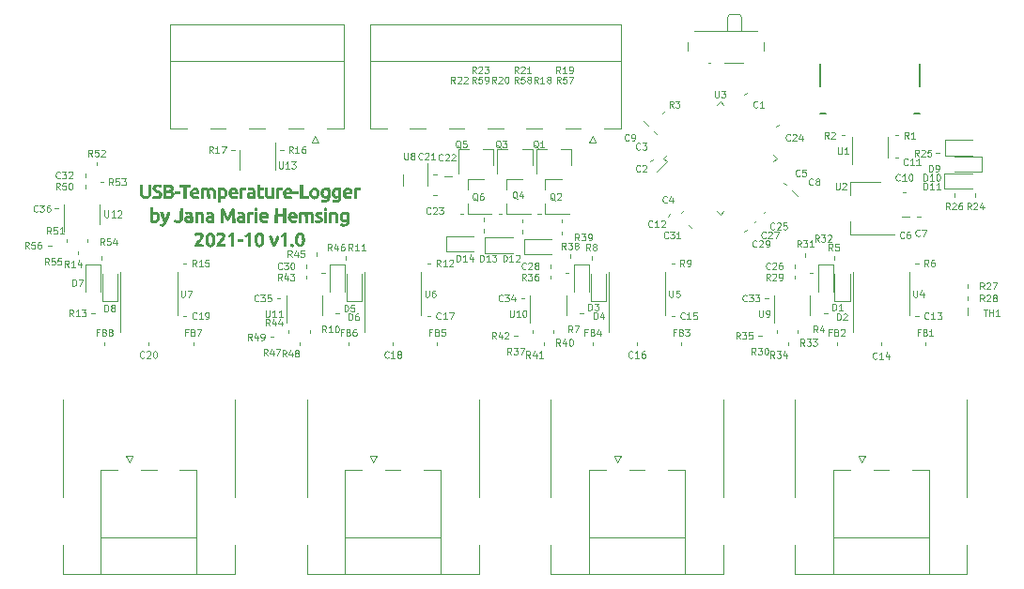
<source format=gto>
G04 #@! TF.GenerationSoftware,KiCad,Pcbnew,5.1.5+dfsg1-2build2*
G04 #@! TF.CreationDate,2021-10-18T22:49:55+02:00*
G04 #@! TF.ProjectId,temperature-logger,74656d70-6572-4617-9475-72652d6c6f67,rev?*
G04 #@! TF.SameCoordinates,Original*
G04 #@! TF.FileFunction,Legend,Top*
G04 #@! TF.FilePolarity,Positive*
%FSLAX46Y46*%
G04 Gerber Fmt 4.6, Leading zero omitted, Abs format (unit mm)*
G04 Created by KiCad (PCBNEW 5.1.5+dfsg1-2build2) date 2021-10-18 22:49:55*
%MOMM*%
%LPD*%
G04 APERTURE LIST*
%ADD10C,0.010000*%
%ADD11C,0.120000*%
%ADD12C,0.150000*%
%ADD13C,0.100000*%
G04 APERTURE END LIST*
D10*
G36*
X83468400Y-65393400D02*
G01*
X83011200Y-65393400D01*
X83011200Y-65241000D01*
X83468400Y-65241000D01*
X83468400Y-65393400D01*
G37*
X83468400Y-65393400D02*
X83011200Y-65393400D01*
X83011200Y-65241000D01*
X83468400Y-65241000D01*
X83468400Y-65393400D01*
G36*
X72800400Y-65393400D02*
G01*
X72343200Y-65393400D01*
X72343200Y-65241000D01*
X72800400Y-65241000D01*
X72800400Y-65393400D01*
G37*
X72800400Y-65393400D02*
X72343200Y-65393400D01*
X72343200Y-65241000D01*
X72800400Y-65241000D01*
X72800400Y-65393400D01*
G36*
X88982578Y-64926921D02*
G01*
X89019891Y-64953881D01*
X89025925Y-64999427D01*
X89021856Y-65019972D01*
X89006183Y-65060532D01*
X88976055Y-65075308D01*
X88914742Y-65071555D01*
X88905652Y-65070360D01*
X88822308Y-65065583D01*
X88748754Y-65071422D01*
X88740434Y-65073245D01*
X88675400Y-65089567D01*
X88675400Y-65850600D01*
X88603433Y-65850600D01*
X88545260Y-65845160D01*
X88514533Y-65833666D01*
X88508840Y-65803765D01*
X88503963Y-65731954D01*
X88500251Y-65627122D01*
X88498052Y-65498157D01*
X88497600Y-65402760D01*
X88497827Y-65238019D01*
X88501336Y-65117030D01*
X88512366Y-65032754D01*
X88535155Y-64978152D01*
X88573943Y-64946186D01*
X88632968Y-64929816D01*
X88716471Y-64922003D01*
X88789551Y-64917978D01*
X88907846Y-64915853D01*
X88982578Y-64926921D01*
G37*
X88982578Y-64926921D02*
X89019891Y-64953881D01*
X89025925Y-64999427D01*
X89021856Y-65019972D01*
X89006183Y-65060532D01*
X88976055Y-65075308D01*
X88914742Y-65071555D01*
X88905652Y-65070360D01*
X88822308Y-65065583D01*
X88748754Y-65071422D01*
X88740434Y-65073245D01*
X88675400Y-65089567D01*
X88675400Y-65850600D01*
X88603433Y-65850600D01*
X88545260Y-65845160D01*
X88514533Y-65833666D01*
X88508840Y-65803765D01*
X88503963Y-65731954D01*
X88500251Y-65627122D01*
X88498052Y-65498157D01*
X88497600Y-65402760D01*
X88497827Y-65238019D01*
X88501336Y-65117030D01*
X88512366Y-65032754D01*
X88535155Y-64978152D01*
X88573943Y-64946186D01*
X88632968Y-64929816D01*
X88716471Y-64922003D01*
X88789551Y-64917978D01*
X88907846Y-64915853D01*
X88982578Y-64926921D01*
G36*
X83824000Y-65672800D02*
G01*
X84382800Y-65672800D01*
X84382800Y-65850600D01*
X83646200Y-65850600D01*
X83646200Y-64631400D01*
X83824000Y-64631400D01*
X83824000Y-65672800D01*
G37*
X83824000Y-65672800D02*
X84382800Y-65672800D01*
X84382800Y-65850600D01*
X83646200Y-65850600D01*
X83646200Y-64631400D01*
X83824000Y-64631400D01*
X83824000Y-65672800D01*
G36*
X81837414Y-64915911D02*
G01*
X81919196Y-64921512D01*
X81962472Y-64932007D01*
X81979489Y-64954425D01*
X81982497Y-64995794D01*
X81982500Y-64999175D01*
X81980445Y-65041071D01*
X81966299Y-65063729D01*
X81928088Y-65073136D01*
X81853838Y-65075279D01*
X81830100Y-65075375D01*
X81677700Y-65075900D01*
X81652300Y-65837900D01*
X81487200Y-65853818D01*
X81487200Y-64963558D01*
X81589764Y-64935940D01*
X81675995Y-64921374D01*
X81781619Y-64914988D01*
X81837414Y-64915911D01*
G37*
X81837414Y-64915911D02*
X81919196Y-64921512D01*
X81962472Y-64932007D01*
X81979489Y-64954425D01*
X81982497Y-64995794D01*
X81982500Y-64999175D01*
X81980445Y-65041071D01*
X81966299Y-65063729D01*
X81928088Y-65073136D01*
X81853838Y-65075279D01*
X81830100Y-65075375D01*
X81677700Y-65075900D01*
X81652300Y-65837900D01*
X81487200Y-65853818D01*
X81487200Y-64963558D01*
X81589764Y-64935940D01*
X81675995Y-64921374D01*
X81781619Y-64914988D01*
X81837414Y-64915911D01*
G36*
X80644962Y-64936200D02*
G01*
X80653331Y-65268702D01*
X80657290Y-65405057D01*
X80662224Y-65499979D01*
X80669811Y-65562833D01*
X80681732Y-65602981D01*
X80699665Y-65629787D01*
X80721663Y-65649702D01*
X80803670Y-65687883D01*
X80905813Y-65698200D01*
X81030000Y-65698200D01*
X81030000Y-64936200D01*
X81207800Y-64936200D01*
X81207800Y-65818850D01*
X81128425Y-65834725D01*
X81035108Y-65846352D01*
X80924125Y-65850067D01*
X80812304Y-65846442D01*
X80716471Y-65836050D01*
X80653453Y-65819466D01*
X80651448Y-65818475D01*
X80592948Y-65775499D01*
X80537516Y-65715930D01*
X80537148Y-65715436D01*
X80515407Y-65680888D01*
X80499962Y-65639100D01*
X80489414Y-65580485D01*
X80482366Y-65495460D01*
X80477421Y-65374439D01*
X80475114Y-65289986D01*
X80466328Y-64936199D01*
X80555645Y-64936199D01*
X80644962Y-64936200D01*
G37*
X80644962Y-64936200D02*
X80653331Y-65268702D01*
X80657290Y-65405057D01*
X80662224Y-65499979D01*
X80669811Y-65562833D01*
X80681732Y-65602981D01*
X80699665Y-65629787D01*
X80721663Y-65649702D01*
X80803670Y-65687883D01*
X80905813Y-65698200D01*
X81030000Y-65698200D01*
X81030000Y-64936200D01*
X81207800Y-64936200D01*
X81207800Y-65818850D01*
X81128425Y-65834725D01*
X81035108Y-65846352D01*
X80924125Y-65850067D01*
X80812304Y-65846442D01*
X80716471Y-65836050D01*
X80653453Y-65819466D01*
X80651448Y-65818475D01*
X80592948Y-65775499D01*
X80537516Y-65715930D01*
X80537148Y-65715436D01*
X80515407Y-65680888D01*
X80499962Y-65639100D01*
X80489414Y-65580485D01*
X80482366Y-65495460D01*
X80477421Y-65374439D01*
X80475114Y-65289986D01*
X80466328Y-64936199D01*
X80555645Y-64936199D01*
X80644962Y-64936200D01*
G36*
X79936980Y-64660715D02*
G01*
X79955313Y-64680730D01*
X79962226Y-64729245D01*
X79963200Y-64796500D01*
X79963200Y-64936200D01*
X80296774Y-64936200D01*
X80288737Y-65006050D01*
X80281236Y-65044346D01*
X80261677Y-65066078D01*
X80217735Y-65076965D01*
X80137086Y-65082728D01*
X80121950Y-65083462D01*
X79963200Y-65091024D01*
X79963200Y-65366101D01*
X79964995Y-65504710D01*
X79973419Y-65599820D01*
X79993030Y-65658690D01*
X80028384Y-65688579D01*
X80084038Y-65696747D01*
X80164551Y-65690452D01*
X80166672Y-65690202D01*
X80242161Y-65683239D01*
X80282075Y-65688930D01*
X80301059Y-65712264D01*
X80308972Y-65738700D01*
X80315073Y-65792596D01*
X80307787Y-65819279D01*
X80275434Y-65829263D01*
X80207159Y-65838925D01*
X80118692Y-65846111D01*
X80022412Y-65849312D01*
X79959989Y-65843196D01*
X79914819Y-65824308D01*
X79878085Y-65796064D01*
X79838616Y-65748904D01*
X79808317Y-65680815D01*
X79786256Y-65585975D01*
X79771501Y-65458561D01*
X79763119Y-65292754D01*
X79760177Y-65082730D01*
X79760147Y-65059567D01*
X79760552Y-64908550D01*
X79763633Y-64800968D01*
X79771979Y-64729456D01*
X79788180Y-64686648D01*
X79814827Y-64665179D01*
X79854509Y-64657684D01*
X79901777Y-64656800D01*
X79936980Y-64660715D01*
G37*
X79936980Y-64660715D02*
X79955313Y-64680730D01*
X79962226Y-64729245D01*
X79963200Y-64796500D01*
X79963200Y-64936200D01*
X80296774Y-64936200D01*
X80288737Y-65006050D01*
X80281236Y-65044346D01*
X80261677Y-65066078D01*
X80217735Y-65076965D01*
X80137086Y-65082728D01*
X80121950Y-65083462D01*
X79963200Y-65091024D01*
X79963200Y-65366101D01*
X79964995Y-65504710D01*
X79973419Y-65599820D01*
X79993030Y-65658690D01*
X80028384Y-65688579D01*
X80084038Y-65696747D01*
X80164551Y-65690452D01*
X80166672Y-65690202D01*
X80242161Y-65683239D01*
X80282075Y-65688930D01*
X80301059Y-65712264D01*
X80308972Y-65738700D01*
X80315073Y-65792596D01*
X80307787Y-65819279D01*
X80275434Y-65829263D01*
X80207159Y-65838925D01*
X80118692Y-65846111D01*
X80022412Y-65849312D01*
X79959989Y-65843196D01*
X79914819Y-65824308D01*
X79878085Y-65796064D01*
X79838616Y-65748904D01*
X79808317Y-65680815D01*
X79786256Y-65585975D01*
X79771501Y-65458561D01*
X79763119Y-65292754D01*
X79760177Y-65082730D01*
X79760147Y-65059567D01*
X79760552Y-64908550D01*
X79763633Y-64800968D01*
X79771979Y-64729456D01*
X79788180Y-64686648D01*
X79814827Y-64665179D01*
X79854509Y-64657684D01*
X79901777Y-64656800D01*
X79936980Y-64660715D01*
G36*
X79276586Y-64917625D02*
G01*
X79370399Y-64941833D01*
X79438817Y-64989016D01*
X79485480Y-65064768D01*
X79514027Y-65174684D01*
X79528099Y-65324358D01*
X79531400Y-65491221D01*
X79531029Y-65625531D01*
X79528968Y-65717590D01*
X79523795Y-65775946D01*
X79514087Y-65809149D01*
X79498420Y-65825747D01*
X79475373Y-65834288D01*
X79474250Y-65834590D01*
X79401382Y-65845552D01*
X79301278Y-65849920D01*
X79189857Y-65848284D01*
X79083039Y-65841233D01*
X78996745Y-65829359D01*
X78949995Y-65815154D01*
X78871544Y-65745392D01*
X78828512Y-65650997D01*
X78823988Y-65569230D01*
X78998000Y-65569230D01*
X79008749Y-65634816D01*
X79046389Y-65674793D01*
X79119008Y-65694167D01*
X79206280Y-65698200D01*
X79353600Y-65698200D01*
X79353600Y-65572911D01*
X79344987Y-65485605D01*
X79313912Y-65436687D01*
X79252516Y-65420568D01*
X79154541Y-65431360D01*
X79064138Y-65456798D01*
X79015103Y-65495821D01*
X78998306Y-65556468D01*
X78998000Y-65569230D01*
X78823988Y-65569230D01*
X78822668Y-65545392D01*
X78855779Y-65441998D01*
X78893756Y-65388077D01*
X78935358Y-65345636D01*
X78976291Y-65320039D01*
X79031778Y-65306029D01*
X79117044Y-65298352D01*
X79160456Y-65296000D01*
X79258265Y-65290090D01*
X79315888Y-65282047D01*
X79343911Y-65268011D01*
X79352917Y-65244117D01*
X79353600Y-65225523D01*
X79336062Y-65163300D01*
X79299580Y-65110780D01*
X79262886Y-65081158D01*
X79218886Y-65067014D01*
X79151585Y-65065308D01*
X79083680Y-65069755D01*
X78921800Y-65082750D01*
X78921800Y-65012192D01*
X78928746Y-64963669D01*
X78955618Y-64933299D01*
X79011468Y-64917126D01*
X79105347Y-64911192D01*
X79153738Y-64910800D01*
X79276586Y-64917625D01*
G37*
X79276586Y-64917625D02*
X79370399Y-64941833D01*
X79438817Y-64989016D01*
X79485480Y-65064768D01*
X79514027Y-65174684D01*
X79528099Y-65324358D01*
X79531400Y-65491221D01*
X79531029Y-65625531D01*
X79528968Y-65717590D01*
X79523795Y-65775946D01*
X79514087Y-65809149D01*
X79498420Y-65825747D01*
X79475373Y-65834288D01*
X79474250Y-65834590D01*
X79401382Y-65845552D01*
X79301278Y-65849920D01*
X79189857Y-65848284D01*
X79083039Y-65841233D01*
X78996745Y-65829359D01*
X78949995Y-65815154D01*
X78871544Y-65745392D01*
X78828512Y-65650997D01*
X78823988Y-65569230D01*
X78998000Y-65569230D01*
X79008749Y-65634816D01*
X79046389Y-65674793D01*
X79119008Y-65694167D01*
X79206280Y-65698200D01*
X79353600Y-65698200D01*
X79353600Y-65572911D01*
X79344987Y-65485605D01*
X79313912Y-65436687D01*
X79252516Y-65420568D01*
X79154541Y-65431360D01*
X79064138Y-65456798D01*
X79015103Y-65495821D01*
X78998306Y-65556468D01*
X78998000Y-65569230D01*
X78823988Y-65569230D01*
X78822668Y-65545392D01*
X78855779Y-65441998D01*
X78893756Y-65388077D01*
X78935358Y-65345636D01*
X78976291Y-65320039D01*
X79031778Y-65306029D01*
X79117044Y-65298352D01*
X79160456Y-65296000D01*
X79258265Y-65290090D01*
X79315888Y-65282047D01*
X79343911Y-65268011D01*
X79352917Y-65244117D01*
X79353600Y-65225523D01*
X79336062Y-65163300D01*
X79299580Y-65110780D01*
X79262886Y-65081158D01*
X79218886Y-65067014D01*
X79151585Y-65065308D01*
X79083680Y-65069755D01*
X78921800Y-65082750D01*
X78921800Y-65012192D01*
X78928746Y-64963669D01*
X78955618Y-64933299D01*
X79011468Y-64917126D01*
X79105347Y-64911192D01*
X79153738Y-64910800D01*
X79276586Y-64917625D01*
G36*
X78662755Y-64917648D02*
G01*
X78709929Y-64930303D01*
X78727584Y-64967097D01*
X78726050Y-65018646D01*
X78713092Y-65063096D01*
X78686623Y-65079183D01*
X78630077Y-65074988D01*
X78615270Y-65072677D01*
X78532792Y-65066442D01*
X78459967Y-65071800D01*
X78453099Y-65073329D01*
X78388400Y-65089567D01*
X78388400Y-65850600D01*
X78210600Y-65850600D01*
X78210600Y-64963987D01*
X78305850Y-64937535D01*
X78386107Y-64922400D01*
X78483646Y-64913839D01*
X78581512Y-64912153D01*
X78662755Y-64917648D01*
G37*
X78662755Y-64917648D02*
X78709929Y-64930303D01*
X78727584Y-64967097D01*
X78726050Y-65018646D01*
X78713092Y-65063096D01*
X78686623Y-65079183D01*
X78630077Y-65074988D01*
X78615270Y-65072677D01*
X78532792Y-65066442D01*
X78459967Y-65071800D01*
X78453099Y-65073329D01*
X78388400Y-65089567D01*
X78388400Y-65850600D01*
X78210600Y-65850600D01*
X78210600Y-64963987D01*
X78305850Y-64937535D01*
X78386107Y-64922400D01*
X78483646Y-64913839D01*
X78581512Y-64912153D01*
X78662755Y-64917648D01*
G36*
X75190492Y-64921865D02*
G01*
X75254506Y-64943912D01*
X75257574Y-64945473D01*
X75313547Y-64969818D01*
X75360153Y-64971229D01*
X75423267Y-64949754D01*
X75432816Y-64945793D01*
X75567619Y-64915762D01*
X75667767Y-64916912D01*
X75769800Y-64935304D01*
X75848415Y-64974820D01*
X75905835Y-65040453D01*
X75944285Y-65137193D01*
X75965990Y-65270033D01*
X75973174Y-65443965D01*
X75970631Y-65596600D01*
X75962700Y-65837900D01*
X75797600Y-65853818D01*
X75794594Y-65566459D01*
X75791958Y-65442697D01*
X75787155Y-65330750D01*
X75780923Y-65244580D01*
X75775455Y-65203823D01*
X75735774Y-65123800D01*
X75663156Y-65077834D01*
X75565720Y-65070069D01*
X75527176Y-65077163D01*
X75429581Y-65101300D01*
X75446965Y-65850600D01*
X75270084Y-65850600D01*
X75259979Y-65504797D01*
X75255426Y-65365448D01*
X75250213Y-65267744D01*
X75242702Y-65202543D01*
X75231254Y-65160698D01*
X75214228Y-65133066D01*
X75189986Y-65110502D01*
X75189182Y-65109849D01*
X75113856Y-65072972D01*
X75024895Y-65068302D01*
X74921300Y-65075900D01*
X74907276Y-65850600D01*
X74730800Y-65850600D01*
X74730800Y-65407599D01*
X74732059Y-65228453D01*
X74735998Y-65096334D01*
X74742861Y-65007526D01*
X74752890Y-64958313D01*
X74761022Y-64945919D01*
X74799714Y-64935524D01*
X74874183Y-64925210D01*
X74969443Y-64916979D01*
X74985081Y-64916019D01*
X75105479Y-64913086D01*
X75190492Y-64921865D01*
G37*
X75190492Y-64921865D02*
X75254506Y-64943912D01*
X75257574Y-64945473D01*
X75313547Y-64969818D01*
X75360153Y-64971229D01*
X75423267Y-64949754D01*
X75432816Y-64945793D01*
X75567619Y-64915762D01*
X75667767Y-64916912D01*
X75769800Y-64935304D01*
X75848415Y-64974820D01*
X75905835Y-65040453D01*
X75944285Y-65137193D01*
X75965990Y-65270033D01*
X75973174Y-65443965D01*
X75970631Y-65596600D01*
X75962700Y-65837900D01*
X75797600Y-65853818D01*
X75794594Y-65566459D01*
X75791958Y-65442697D01*
X75787155Y-65330750D01*
X75780923Y-65244580D01*
X75775455Y-65203823D01*
X75735774Y-65123800D01*
X75663156Y-65077834D01*
X75565720Y-65070069D01*
X75527176Y-65077163D01*
X75429581Y-65101300D01*
X75446965Y-65850600D01*
X75270084Y-65850600D01*
X75259979Y-65504797D01*
X75255426Y-65365448D01*
X75250213Y-65267744D01*
X75242702Y-65202543D01*
X75231254Y-65160698D01*
X75214228Y-65133066D01*
X75189986Y-65110502D01*
X75189182Y-65109849D01*
X75113856Y-65072972D01*
X75024895Y-65068302D01*
X74921300Y-65075900D01*
X74907276Y-65850600D01*
X74730800Y-65850600D01*
X74730800Y-65407599D01*
X74732059Y-65228453D01*
X74735998Y-65096334D01*
X74742861Y-65007526D01*
X74752890Y-64958313D01*
X74761022Y-64945919D01*
X74799714Y-64935524D01*
X74874183Y-64925210D01*
X74969443Y-64916979D01*
X74985081Y-64916019D01*
X75105479Y-64913086D01*
X75190492Y-64921865D01*
G36*
X73689400Y-64783800D02*
G01*
X73334830Y-64783800D01*
X73321100Y-65837900D01*
X73243987Y-65845453D01*
X73183758Y-65845411D01*
X73148737Y-65834870D01*
X73143247Y-65805053D01*
X73138425Y-65732335D01*
X73134538Y-65624616D01*
X73131854Y-65489792D01*
X73130642Y-65335762D01*
X73130600Y-65300266D01*
X73130600Y-64783800D01*
X72749600Y-64783800D01*
X72749600Y-64631400D01*
X73689400Y-64631400D01*
X73689400Y-64783800D01*
G37*
X73689400Y-64783800D02*
X73334830Y-64783800D01*
X73321100Y-65837900D01*
X73243987Y-65845453D01*
X73183758Y-65845411D01*
X73148737Y-65834870D01*
X73143247Y-65805053D01*
X73138425Y-65732335D01*
X73134538Y-65624616D01*
X73131854Y-65489792D01*
X73130642Y-65335762D01*
X73130600Y-65300266D01*
X73130600Y-64783800D01*
X72749600Y-64783800D01*
X72749600Y-64631400D01*
X73689400Y-64631400D01*
X73689400Y-64783800D01*
G36*
X71855907Y-64633367D02*
G01*
X71987302Y-64678018D01*
X72086380Y-64745200D01*
X72147498Y-64832290D01*
X72165400Y-64922629D01*
X72144866Y-65046076D01*
X72085410Y-65142155D01*
X72066001Y-65160045D01*
X72039977Y-65188446D01*
X72055853Y-65205499D01*
X72062043Y-65208143D01*
X72126015Y-65253553D01*
X72184098Y-65325083D01*
X72218779Y-65400067D01*
X72221503Y-65414558D01*
X72216745Y-65554691D01*
X72166790Y-65672645D01*
X72073152Y-65765488D01*
X72025759Y-65793923D01*
X71967856Y-65811118D01*
X71873631Y-65825712D01*
X71757536Y-65836799D01*
X71634022Y-65843476D01*
X71517539Y-65844835D01*
X71422539Y-65839972D01*
X71383886Y-65834145D01*
X71326272Y-65821545D01*
X71332403Y-65291800D01*
X71530400Y-65291800D01*
X71530400Y-65698200D01*
X71670915Y-65698200D01*
X71768714Y-65691459D01*
X71860466Y-65674299D01*
X71897471Y-65662250D01*
X71985133Y-65605255D01*
X72030839Y-65530607D01*
X72032211Y-65447625D01*
X71986873Y-65365626D01*
X71976054Y-65354145D01*
X71937667Y-65321594D01*
X71893911Y-65302768D01*
X71830033Y-65294046D01*
X71731282Y-65291807D01*
X71722054Y-65291800D01*
X71530400Y-65291800D01*
X71332403Y-65291800D01*
X71333086Y-65232822D01*
X71336148Y-64968234D01*
X71530400Y-64968234D01*
X71530400Y-65146745D01*
X71701850Y-65131084D01*
X71801505Y-65118684D01*
X71866082Y-65100126D01*
X71911298Y-65069820D01*
X71930450Y-65049795D01*
X71976894Y-64983012D01*
X71981562Y-64926830D01*
X71945433Y-64864412D01*
X71941503Y-64859500D01*
X71883163Y-64818536D01*
X71793363Y-64788234D01*
X71691058Y-64773027D01*
X71595205Y-64777348D01*
X71592428Y-64777864D01*
X71559982Y-64787412D01*
X71541406Y-64808378D01*
X71532855Y-64852567D01*
X71530482Y-64931783D01*
X71530400Y-64968234D01*
X71336148Y-64968234D01*
X71339900Y-64644100D01*
X71518747Y-64622148D01*
X71697841Y-64613869D01*
X71855907Y-64633367D01*
G37*
X71855907Y-64633367D02*
X71987302Y-64678018D01*
X72086380Y-64745200D01*
X72147498Y-64832290D01*
X72165400Y-64922629D01*
X72144866Y-65046076D01*
X72085410Y-65142155D01*
X72066001Y-65160045D01*
X72039977Y-65188446D01*
X72055853Y-65205499D01*
X72062043Y-65208143D01*
X72126015Y-65253553D01*
X72184098Y-65325083D01*
X72218779Y-65400067D01*
X72221503Y-65414558D01*
X72216745Y-65554691D01*
X72166790Y-65672645D01*
X72073152Y-65765488D01*
X72025759Y-65793923D01*
X71967856Y-65811118D01*
X71873631Y-65825712D01*
X71757536Y-65836799D01*
X71634022Y-65843476D01*
X71517539Y-65844835D01*
X71422539Y-65839972D01*
X71383886Y-65834145D01*
X71326272Y-65821545D01*
X71332403Y-65291800D01*
X71530400Y-65291800D01*
X71530400Y-65698200D01*
X71670915Y-65698200D01*
X71768714Y-65691459D01*
X71860466Y-65674299D01*
X71897471Y-65662250D01*
X71985133Y-65605255D01*
X72030839Y-65530607D01*
X72032211Y-65447625D01*
X71986873Y-65365626D01*
X71976054Y-65354145D01*
X71937667Y-65321594D01*
X71893911Y-65302768D01*
X71830033Y-65294046D01*
X71731282Y-65291807D01*
X71722054Y-65291800D01*
X71530400Y-65291800D01*
X71332403Y-65291800D01*
X71333086Y-65232822D01*
X71336148Y-64968234D01*
X71530400Y-64968234D01*
X71530400Y-65146745D01*
X71701850Y-65131084D01*
X71801505Y-65118684D01*
X71866082Y-65100126D01*
X71911298Y-65069820D01*
X71930450Y-65049795D01*
X71976894Y-64983012D01*
X71981562Y-64926830D01*
X71945433Y-64864412D01*
X71941503Y-64859500D01*
X71883163Y-64818536D01*
X71793363Y-64788234D01*
X71691058Y-64773027D01*
X71595205Y-64777348D01*
X71592428Y-64777864D01*
X71559982Y-64787412D01*
X71541406Y-64808378D01*
X71532855Y-64852567D01*
X71530482Y-64931783D01*
X71530400Y-64968234D01*
X71336148Y-64968234D01*
X71339900Y-64644100D01*
X71518747Y-64622148D01*
X71697841Y-64613869D01*
X71855907Y-64633367D01*
G36*
X87945175Y-64917222D02*
G01*
X88041742Y-64928880D01*
X88108499Y-64953457D01*
X88165028Y-64997428D01*
X88228509Y-65086749D01*
X88273546Y-65207467D01*
X88293854Y-65341653D01*
X88294400Y-65366547D01*
X88294400Y-65444200D01*
X87989600Y-65444200D01*
X87861039Y-65444651D01*
X87774838Y-65446979D01*
X87722558Y-65452643D01*
X87695761Y-65463105D01*
X87686007Y-65479825D01*
X87684800Y-65496953D01*
X87702005Y-65547207D01*
X87744981Y-65608552D01*
X87762302Y-65627210D01*
X87804514Y-65666714D01*
X87842527Y-65688888D01*
X87891673Y-65697488D01*
X87967284Y-65696273D01*
X88029002Y-65692571D01*
X88218200Y-65680429D01*
X88218200Y-65751663D01*
X88217529Y-65785459D01*
X88209153Y-65807798D01*
X88183521Y-65823183D01*
X88131083Y-65836115D01*
X88042290Y-65851098D01*
X87989600Y-65859444D01*
X87941577Y-65859770D01*
X87868060Y-65853223D01*
X87843033Y-65849918D01*
X87706718Y-65808300D01*
X87602936Y-65728442D01*
X87533215Y-65612343D01*
X87499081Y-65462003D01*
X87495750Y-65395230D01*
X87512571Y-65232208D01*
X87691534Y-65232208D01*
X87691960Y-65264212D01*
X87722477Y-65282163D01*
X87789937Y-65290035D01*
X87901191Y-65291799D01*
X87903417Y-65291800D01*
X88009283Y-65290654D01*
X88073056Y-65286076D01*
X88103414Y-65276347D01*
X88109034Y-65259753D01*
X88106617Y-65251622D01*
X88092911Y-65203231D01*
X88091200Y-65188122D01*
X88069087Y-65140610D01*
X88014549Y-65096777D01*
X87945285Y-65068553D01*
X87907050Y-65064007D01*
X87809355Y-65083462D01*
X87738409Y-65143570D01*
X87714348Y-65182180D01*
X87691534Y-65232208D01*
X87512571Y-65232208D01*
X87512995Y-65228108D01*
X87565905Y-65093974D01*
X87651991Y-64995477D01*
X87768765Y-64935264D01*
X87913736Y-64915982D01*
X87945175Y-64917222D01*
G37*
X87945175Y-64917222D02*
X88041742Y-64928880D01*
X88108499Y-64953457D01*
X88165028Y-64997428D01*
X88228509Y-65086749D01*
X88273546Y-65207467D01*
X88293854Y-65341653D01*
X88294400Y-65366547D01*
X88294400Y-65444200D01*
X87989600Y-65444200D01*
X87861039Y-65444651D01*
X87774838Y-65446979D01*
X87722558Y-65452643D01*
X87695761Y-65463105D01*
X87686007Y-65479825D01*
X87684800Y-65496953D01*
X87702005Y-65547207D01*
X87744981Y-65608552D01*
X87762302Y-65627210D01*
X87804514Y-65666714D01*
X87842527Y-65688888D01*
X87891673Y-65697488D01*
X87967284Y-65696273D01*
X88029002Y-65692571D01*
X88218200Y-65680429D01*
X88218200Y-65751663D01*
X88217529Y-65785459D01*
X88209153Y-65807798D01*
X88183521Y-65823183D01*
X88131083Y-65836115D01*
X88042290Y-65851098D01*
X87989600Y-65859444D01*
X87941577Y-65859770D01*
X87868060Y-65853223D01*
X87843033Y-65849918D01*
X87706718Y-65808300D01*
X87602936Y-65728442D01*
X87533215Y-65612343D01*
X87499081Y-65462003D01*
X87495750Y-65395230D01*
X87512571Y-65232208D01*
X87691534Y-65232208D01*
X87691960Y-65264212D01*
X87722477Y-65282163D01*
X87789937Y-65290035D01*
X87901191Y-65291799D01*
X87903417Y-65291800D01*
X88009283Y-65290654D01*
X88073056Y-65286076D01*
X88103414Y-65276347D01*
X88109034Y-65259753D01*
X88106617Y-65251622D01*
X88092911Y-65203231D01*
X88091200Y-65188122D01*
X88069087Y-65140610D01*
X88014549Y-65096777D01*
X87945285Y-65068553D01*
X87907050Y-65064007D01*
X87809355Y-65083462D01*
X87738409Y-65143570D01*
X87714348Y-65182180D01*
X87691534Y-65232208D01*
X87512571Y-65232208D01*
X87512995Y-65228108D01*
X87565905Y-65093974D01*
X87651991Y-64995477D01*
X87768765Y-64935264D01*
X87913736Y-64915982D01*
X87945175Y-64917222D01*
G36*
X85028601Y-64933953D02*
G01*
X85127161Y-64970214D01*
X85203543Y-65039635D01*
X85265450Y-65139918D01*
X85309677Y-65272983D01*
X85318482Y-65417444D01*
X85293953Y-65558948D01*
X85238182Y-65683143D01*
X85175468Y-65757765D01*
X85112132Y-65799156D01*
X85025984Y-65838538D01*
X84940565Y-65866319D01*
X84890800Y-65873770D01*
X84843809Y-65865658D01*
X84773429Y-65845439D01*
X84751100Y-65837848D01*
X84631202Y-65770491D01*
X84541315Y-65669008D01*
X84484296Y-65542210D01*
X84463005Y-65398909D01*
X84467632Y-65358508D01*
X84652737Y-65358508D01*
X84660179Y-65473968D01*
X84699474Y-65592679D01*
X84703393Y-65600655D01*
X84737396Y-65654331D01*
X84781135Y-65682878D01*
X84851088Y-65694372D01*
X84898362Y-65696194D01*
X84982781Y-65685153D01*
X85047840Y-65640719D01*
X85055919Y-65632278D01*
X85112783Y-65537687D01*
X85137033Y-65422872D01*
X85129592Y-65303416D01*
X85091383Y-65194903D01*
X85025235Y-65114397D01*
X84935971Y-65067709D01*
X84851585Y-65065027D01*
X84776572Y-65099558D01*
X84715430Y-65164510D01*
X84672653Y-65253091D01*
X84652737Y-65358508D01*
X84467632Y-65358508D01*
X84480300Y-65247914D01*
X84521910Y-65131529D01*
X84588867Y-65027875D01*
X84677544Y-64962005D01*
X84796323Y-64929248D01*
X84895287Y-64923500D01*
X85028601Y-64933953D01*
G37*
X85028601Y-64933953D02*
X85127161Y-64970214D01*
X85203543Y-65039635D01*
X85265450Y-65139918D01*
X85309677Y-65272983D01*
X85318482Y-65417444D01*
X85293953Y-65558948D01*
X85238182Y-65683143D01*
X85175468Y-65757765D01*
X85112132Y-65799156D01*
X85025984Y-65838538D01*
X84940565Y-65866319D01*
X84890800Y-65873770D01*
X84843809Y-65865658D01*
X84773429Y-65845439D01*
X84751100Y-65837848D01*
X84631202Y-65770491D01*
X84541315Y-65669008D01*
X84484296Y-65542210D01*
X84463005Y-65398909D01*
X84467632Y-65358508D01*
X84652737Y-65358508D01*
X84660179Y-65473968D01*
X84699474Y-65592679D01*
X84703393Y-65600655D01*
X84737396Y-65654331D01*
X84781135Y-65682878D01*
X84851088Y-65694372D01*
X84898362Y-65696194D01*
X84982781Y-65685153D01*
X85047840Y-65640719D01*
X85055919Y-65632278D01*
X85112783Y-65537687D01*
X85137033Y-65422872D01*
X85129592Y-65303416D01*
X85091383Y-65194903D01*
X85025235Y-65114397D01*
X84935971Y-65067709D01*
X84851585Y-65065027D01*
X84776572Y-65099558D01*
X84715430Y-65164510D01*
X84672653Y-65253091D01*
X84652737Y-65358508D01*
X84467632Y-65358508D01*
X84480300Y-65247914D01*
X84521910Y-65131529D01*
X84588867Y-65027875D01*
X84677544Y-64962005D01*
X84796323Y-64929248D01*
X84895287Y-64923500D01*
X85028601Y-64933953D01*
G36*
X82637889Y-64925797D02*
G01*
X82746775Y-64972100D01*
X82824393Y-65057519D01*
X82871970Y-65183266D01*
X82888735Y-65305692D01*
X82896900Y-65431500D01*
X82586843Y-65438623D01*
X82456753Y-65442237D01*
X82369671Y-65446888D01*
X82317806Y-65453911D01*
X82293366Y-65464644D01*
X82288561Y-65480421D01*
X82290697Y-65489423D01*
X82333538Y-65588445D01*
X82392894Y-65652630D01*
X82477863Y-65687016D01*
X82597542Y-65696645D01*
X82660881Y-65694488D01*
X82747877Y-65690616D01*
X82796419Y-65694299D01*
X82818749Y-65709874D01*
X82827112Y-65741680D01*
X82828598Y-65753908D01*
X82831352Y-65786313D01*
X82824619Y-65808179D01*
X82799427Y-65823577D01*
X82746802Y-65836580D01*
X82657771Y-65851257D01*
X82592100Y-65861206D01*
X82533690Y-65861703D01*
X82456519Y-65852912D01*
X82444404Y-65850774D01*
X82307375Y-65803221D01*
X82204889Y-65718570D01*
X82137398Y-65597383D01*
X82105356Y-65440224D01*
X82104425Y-65427472D01*
X82101021Y-65322817D01*
X82104531Y-65291800D01*
X82277242Y-65291800D01*
X82491821Y-65291800D01*
X82596769Y-65290710D01*
X82660787Y-65285991D01*
X82693724Y-65275468D01*
X82705430Y-65256968D01*
X82706400Y-65244425D01*
X82691287Y-65192073D01*
X82654824Y-65131493D01*
X82653756Y-65130125D01*
X82583253Y-65075594D01*
X82499629Y-65061557D01*
X82415781Y-65084880D01*
X82344605Y-65142424D01*
X82303944Y-65215202D01*
X82277242Y-65291800D01*
X82104531Y-65291800D01*
X82109627Y-65246781D01*
X82133817Y-65177891D01*
X82152100Y-65140886D01*
X82226166Y-65029071D01*
X82314813Y-64959642D01*
X82430693Y-64924388D01*
X82496508Y-64917394D01*
X82637889Y-64925797D01*
G37*
X82637889Y-64925797D02*
X82746775Y-64972100D01*
X82824393Y-65057519D01*
X82871970Y-65183266D01*
X82888735Y-65305692D01*
X82896900Y-65431500D01*
X82586843Y-65438623D01*
X82456753Y-65442237D01*
X82369671Y-65446888D01*
X82317806Y-65453911D01*
X82293366Y-65464644D01*
X82288561Y-65480421D01*
X82290697Y-65489423D01*
X82333538Y-65588445D01*
X82392894Y-65652630D01*
X82477863Y-65687016D01*
X82597542Y-65696645D01*
X82660881Y-65694488D01*
X82747877Y-65690616D01*
X82796419Y-65694299D01*
X82818749Y-65709874D01*
X82827112Y-65741680D01*
X82828598Y-65753908D01*
X82831352Y-65786313D01*
X82824619Y-65808179D01*
X82799427Y-65823577D01*
X82746802Y-65836580D01*
X82657771Y-65851257D01*
X82592100Y-65861206D01*
X82533690Y-65861703D01*
X82456519Y-65852912D01*
X82444404Y-65850774D01*
X82307375Y-65803221D01*
X82204889Y-65718570D01*
X82137398Y-65597383D01*
X82105356Y-65440224D01*
X82104425Y-65427472D01*
X82101021Y-65322817D01*
X82104531Y-65291800D01*
X82277242Y-65291800D01*
X82491821Y-65291800D01*
X82596769Y-65290710D01*
X82660787Y-65285991D01*
X82693724Y-65275468D01*
X82705430Y-65256968D01*
X82706400Y-65244425D01*
X82691287Y-65192073D01*
X82654824Y-65131493D01*
X82653756Y-65130125D01*
X82583253Y-65075594D01*
X82499629Y-65061557D01*
X82415781Y-65084880D01*
X82344605Y-65142424D01*
X82303944Y-65215202D01*
X82277242Y-65291800D01*
X82104531Y-65291800D01*
X82109627Y-65246781D01*
X82133817Y-65177891D01*
X82152100Y-65140886D01*
X82226166Y-65029071D01*
X82314813Y-64959642D01*
X82430693Y-64924388D01*
X82496508Y-64917394D01*
X82637889Y-64925797D01*
G36*
X77751233Y-64931271D02*
G01*
X77859832Y-64990895D01*
X77935141Y-65087850D01*
X77975400Y-65220217D01*
X77982000Y-65314688D01*
X77982000Y-65444200D01*
X77675488Y-65444200D01*
X77546739Y-65444470D01*
X77460818Y-65446331D01*
X77409753Y-65451356D01*
X77385573Y-65461119D01*
X77380304Y-65477195D01*
X77385975Y-65501157D01*
X77386033Y-65501350D01*
X77430696Y-65599573D01*
X77499066Y-65662608D01*
X77597290Y-65693411D01*
X77731515Y-65694935D01*
X77778963Y-65690215D01*
X77857922Y-65684788D01*
X77900167Y-65694023D01*
X77916339Y-65714429D01*
X77931809Y-65761862D01*
X77929948Y-65794561D01*
X77903294Y-65817363D01*
X77844382Y-65835107D01*
X77745751Y-65852630D01*
X77689900Y-65861206D01*
X77631490Y-65861703D01*
X77554319Y-65852912D01*
X77542204Y-65850774D01*
X77404702Y-65802768D01*
X77301120Y-65717473D01*
X77232839Y-65596609D01*
X77201238Y-65441897D01*
X77200133Y-65424338D01*
X77208392Y-65291800D01*
X77375042Y-65291800D01*
X77589621Y-65291800D01*
X77694569Y-65290710D01*
X77758587Y-65285991D01*
X77791524Y-65275468D01*
X77803230Y-65256968D01*
X77804200Y-65244425D01*
X77789087Y-65192073D01*
X77752624Y-65131493D01*
X77751556Y-65130125D01*
X77681053Y-65075594D01*
X77597429Y-65061557D01*
X77513581Y-65084880D01*
X77442405Y-65142424D01*
X77401744Y-65215202D01*
X77375042Y-65291800D01*
X77208392Y-65291800D01*
X77210491Y-65258126D01*
X77257497Y-65119365D01*
X77337639Y-65012442D01*
X77447406Y-64941745D01*
X77583287Y-64911659D01*
X77611106Y-64910894D01*
X77751233Y-64931271D01*
G37*
X77751233Y-64931271D02*
X77859832Y-64990895D01*
X77935141Y-65087850D01*
X77975400Y-65220217D01*
X77982000Y-65314688D01*
X77982000Y-65444200D01*
X77675488Y-65444200D01*
X77546739Y-65444470D01*
X77460818Y-65446331D01*
X77409753Y-65451356D01*
X77385573Y-65461119D01*
X77380304Y-65477195D01*
X77385975Y-65501157D01*
X77386033Y-65501350D01*
X77430696Y-65599573D01*
X77499066Y-65662608D01*
X77597290Y-65693411D01*
X77731515Y-65694935D01*
X77778963Y-65690215D01*
X77857922Y-65684788D01*
X77900167Y-65694023D01*
X77916339Y-65714429D01*
X77931809Y-65761862D01*
X77929948Y-65794561D01*
X77903294Y-65817363D01*
X77844382Y-65835107D01*
X77745751Y-65852630D01*
X77689900Y-65861206D01*
X77631490Y-65861703D01*
X77554319Y-65852912D01*
X77542204Y-65850774D01*
X77404702Y-65802768D01*
X77301120Y-65717473D01*
X77232839Y-65596609D01*
X77201238Y-65441897D01*
X77200133Y-65424338D01*
X77208392Y-65291800D01*
X77375042Y-65291800D01*
X77589621Y-65291800D01*
X77694569Y-65290710D01*
X77758587Y-65285991D01*
X77791524Y-65275468D01*
X77803230Y-65256968D01*
X77804200Y-65244425D01*
X77789087Y-65192073D01*
X77752624Y-65131493D01*
X77751556Y-65130125D01*
X77681053Y-65075594D01*
X77597429Y-65061557D01*
X77513581Y-65084880D01*
X77442405Y-65142424D01*
X77401744Y-65215202D01*
X77375042Y-65291800D01*
X77208392Y-65291800D01*
X77210491Y-65258126D01*
X77257497Y-65119365D01*
X77337639Y-65012442D01*
X77447406Y-64941745D01*
X77583287Y-64911659D01*
X77611106Y-64910894D01*
X77751233Y-64931271D01*
G36*
X74273318Y-64932089D02*
G01*
X74337889Y-64962087D01*
X74417906Y-65039484D01*
X74473953Y-65152174D01*
X74500690Y-65288190D01*
X74502200Y-65330414D01*
X74502200Y-65444200D01*
X74197400Y-65444200D01*
X74060587Y-65445044D01*
X73968720Y-65449802D01*
X73915951Y-65461813D01*
X73896428Y-65484416D01*
X73904302Y-65520950D01*
X73933724Y-65574754D01*
X73942707Y-65589568D01*
X73992290Y-65649733D01*
X74058037Y-65684399D01*
X74150872Y-65696928D01*
X74273587Y-65691437D01*
X74357282Y-65685575D01*
X74403794Y-65689566D01*
X74426319Y-65706749D01*
X74436025Y-65732565D01*
X74430013Y-65791614D01*
X74382856Y-65833367D01*
X74303217Y-65850510D01*
X74296222Y-65850600D01*
X74231639Y-65854071D01*
X74193127Y-65860456D01*
X74148288Y-65861973D01*
X74077464Y-65853769D01*
X74052875Y-65849340D01*
X73929669Y-65810995D01*
X73839108Y-65745574D01*
X73767723Y-65645747D01*
X73736337Y-65581014D01*
X73720201Y-65516843D01*
X73716160Y-65434436D01*
X73718897Y-65354709D01*
X73729162Y-65262226D01*
X73899845Y-65262226D01*
X73908091Y-65279104D01*
X73939616Y-65287910D01*
X74003657Y-65291267D01*
X74106788Y-65291800D01*
X74212612Y-65290737D01*
X74277443Y-65286128D01*
X74311066Y-65275844D01*
X74323270Y-65257752D01*
X74324400Y-65244425D01*
X74309287Y-65192073D01*
X74272824Y-65131493D01*
X74271756Y-65130125D01*
X74203085Y-65078417D01*
X74119507Y-65065376D01*
X74034095Y-65087269D01*
X73959925Y-65140363D01*
X73910070Y-65220925D01*
X73905641Y-65234650D01*
X73899845Y-65262226D01*
X73729162Y-65262226D01*
X73733915Y-65219412D01*
X73768078Y-65118919D01*
X73828917Y-65038579D01*
X73917741Y-64967950D01*
X74025252Y-64922228D01*
X74150596Y-64910180D01*
X74273318Y-64932089D01*
G37*
X74273318Y-64932089D02*
X74337889Y-64962087D01*
X74417906Y-65039484D01*
X74473953Y-65152174D01*
X74500690Y-65288190D01*
X74502200Y-65330414D01*
X74502200Y-65444200D01*
X74197400Y-65444200D01*
X74060587Y-65445044D01*
X73968720Y-65449802D01*
X73915951Y-65461813D01*
X73896428Y-65484416D01*
X73904302Y-65520950D01*
X73933724Y-65574754D01*
X73942707Y-65589568D01*
X73992290Y-65649733D01*
X74058037Y-65684399D01*
X74150872Y-65696928D01*
X74273587Y-65691437D01*
X74357282Y-65685575D01*
X74403794Y-65689566D01*
X74426319Y-65706749D01*
X74436025Y-65732565D01*
X74430013Y-65791614D01*
X74382856Y-65833367D01*
X74303217Y-65850510D01*
X74296222Y-65850600D01*
X74231639Y-65854071D01*
X74193127Y-65860456D01*
X74148288Y-65861973D01*
X74077464Y-65853769D01*
X74052875Y-65849340D01*
X73929669Y-65810995D01*
X73839108Y-65745574D01*
X73767723Y-65645747D01*
X73736337Y-65581014D01*
X73720201Y-65516843D01*
X73716160Y-65434436D01*
X73718897Y-65354709D01*
X73729162Y-65262226D01*
X73899845Y-65262226D01*
X73908091Y-65279104D01*
X73939616Y-65287910D01*
X74003657Y-65291267D01*
X74106788Y-65291800D01*
X74212612Y-65290737D01*
X74277443Y-65286128D01*
X74311066Y-65275844D01*
X74323270Y-65257752D01*
X74324400Y-65244425D01*
X74309287Y-65192073D01*
X74272824Y-65131493D01*
X74271756Y-65130125D01*
X74203085Y-65078417D01*
X74119507Y-65065376D01*
X74034095Y-65087269D01*
X73959925Y-65140363D01*
X73910070Y-65220925D01*
X73905641Y-65234650D01*
X73899845Y-65262226D01*
X73729162Y-65262226D01*
X73733915Y-65219412D01*
X73768078Y-65118919D01*
X73828917Y-65038579D01*
X73917741Y-64967950D01*
X74025252Y-64922228D01*
X74150596Y-64910180D01*
X74273318Y-64932089D01*
G36*
X70850201Y-64610530D02*
G01*
X70957444Y-64626287D01*
X71010222Y-64642681D01*
X71066818Y-64671046D01*
X71084727Y-64699594D01*
X71075892Y-64737931D01*
X71060468Y-64769418D01*
X71036462Y-64786299D01*
X70992741Y-64790102D01*
X70918175Y-64782355D01*
X70838922Y-64770447D01*
X70716830Y-64766367D01*
X70623038Y-64793454D01*
X70562963Y-64847613D01*
X70542020Y-64924748D01*
X70552523Y-64987074D01*
X70583276Y-65026097D01*
X70655559Y-65074872D01*
X70772576Y-65135470D01*
X70808089Y-65152196D01*
X70949368Y-65223651D01*
X71047485Y-65289809D01*
X71108498Y-65357934D01*
X71138465Y-65435292D01*
X71143445Y-65529149D01*
X71141817Y-65552407D01*
X71112462Y-65673284D01*
X71046393Y-65763386D01*
X70941247Y-65824588D01*
X70794663Y-65858766D01*
X70749987Y-65863414D01*
X70629939Y-65863833D01*
X70512619Y-65848862D01*
X70482238Y-65841513D01*
X70397849Y-65815857D01*
X70353212Y-65793134D01*
X70338784Y-65763994D01*
X70345023Y-65719090D01*
X70347401Y-65709421D01*
X70367148Y-65662235D01*
X70401486Y-65655052D01*
X70420301Y-65660123D01*
X70474181Y-65671330D01*
X70559394Y-65682732D01*
X70647827Y-65691055D01*
X70781453Y-65692103D01*
X70872869Y-65670340D01*
X70926284Y-65623591D01*
X70945909Y-65549682D01*
X70946200Y-65536942D01*
X70934877Y-65469845D01*
X70896400Y-65412438D01*
X70824008Y-65358626D01*
X70710937Y-65302317D01*
X70663350Y-65282068D01*
X70570254Y-65238637D01*
X70489794Y-65192470D01*
X70440494Y-65154542D01*
X70374190Y-65051274D01*
X70352622Y-64938570D01*
X70373705Y-64826696D01*
X70435350Y-64725916D01*
X70535469Y-64646494D01*
X70544828Y-64641499D01*
X70624033Y-64618086D01*
X70732444Y-64607780D01*
X70850201Y-64610530D01*
G37*
X70850201Y-64610530D02*
X70957444Y-64626287D01*
X71010222Y-64642681D01*
X71066818Y-64671046D01*
X71084727Y-64699594D01*
X71075892Y-64737931D01*
X71060468Y-64769418D01*
X71036462Y-64786299D01*
X70992741Y-64790102D01*
X70918175Y-64782355D01*
X70838922Y-64770447D01*
X70716830Y-64766367D01*
X70623038Y-64793454D01*
X70562963Y-64847613D01*
X70542020Y-64924748D01*
X70552523Y-64987074D01*
X70583276Y-65026097D01*
X70655559Y-65074872D01*
X70772576Y-65135470D01*
X70808089Y-65152196D01*
X70949368Y-65223651D01*
X71047485Y-65289809D01*
X71108498Y-65357934D01*
X71138465Y-65435292D01*
X71143445Y-65529149D01*
X71141817Y-65552407D01*
X71112462Y-65673284D01*
X71046393Y-65763386D01*
X70941247Y-65824588D01*
X70794663Y-65858766D01*
X70749987Y-65863414D01*
X70629939Y-65863833D01*
X70512619Y-65848862D01*
X70482238Y-65841513D01*
X70397849Y-65815857D01*
X70353212Y-65793134D01*
X70338784Y-65763994D01*
X70345023Y-65719090D01*
X70347401Y-65709421D01*
X70367148Y-65662235D01*
X70401486Y-65655052D01*
X70420301Y-65660123D01*
X70474181Y-65671330D01*
X70559394Y-65682732D01*
X70647827Y-65691055D01*
X70781453Y-65692103D01*
X70872869Y-65670340D01*
X70926284Y-65623591D01*
X70945909Y-65549682D01*
X70946200Y-65536942D01*
X70934877Y-65469845D01*
X70896400Y-65412438D01*
X70824008Y-65358626D01*
X70710937Y-65302317D01*
X70663350Y-65282068D01*
X70570254Y-65238637D01*
X70489794Y-65192470D01*
X70440494Y-65154542D01*
X70374190Y-65051274D01*
X70352622Y-64938570D01*
X70373705Y-64826696D01*
X70435350Y-64725916D01*
X70535469Y-64646494D01*
X70544828Y-64641499D01*
X70624033Y-64618086D01*
X70732444Y-64607780D01*
X70850201Y-64610530D01*
G36*
X70133400Y-64631400D02*
G01*
X70133400Y-65084604D01*
X70132996Y-65248703D01*
X70131181Y-65370803D01*
X70127045Y-65459702D01*
X70119679Y-65524199D01*
X70108175Y-65573092D01*
X70091625Y-65615181D01*
X70075242Y-65647787D01*
X70004336Y-65745057D01*
X69926071Y-65804996D01*
X69823801Y-65842098D01*
X69703288Y-65862912D01*
X69587591Y-65864764D01*
X69518500Y-65852310D01*
X69392971Y-65788671D01*
X69298213Y-65692508D01*
X69259988Y-65621813D01*
X69244005Y-65570436D01*
X69232535Y-65503040D01*
X69224963Y-65411440D01*
X69220675Y-65287453D01*
X69219058Y-65122895D01*
X69219000Y-65075385D01*
X69219000Y-64631400D01*
X69396800Y-64631400D01*
X69396799Y-65046709D01*
X69398555Y-65202992D01*
X69403458Y-65341291D01*
X69410963Y-65451999D01*
X69420524Y-65525508D01*
X69424953Y-65542781D01*
X69477971Y-65625941D01*
X69560380Y-65678336D01*
X69659441Y-65697584D01*
X69762413Y-65681304D01*
X69856555Y-65627111D01*
X69859949Y-65624128D01*
X69942900Y-65550057D01*
X69951306Y-65090728D01*
X69959713Y-64631399D01*
X70046556Y-64631399D01*
X70133400Y-64631400D01*
G37*
X70133400Y-64631400D02*
X70133400Y-65084604D01*
X70132996Y-65248703D01*
X70131181Y-65370803D01*
X70127045Y-65459702D01*
X70119679Y-65524199D01*
X70108175Y-65573092D01*
X70091625Y-65615181D01*
X70075242Y-65647787D01*
X70004336Y-65745057D01*
X69926071Y-65804996D01*
X69823801Y-65842098D01*
X69703288Y-65862912D01*
X69587591Y-65864764D01*
X69518500Y-65852310D01*
X69392971Y-65788671D01*
X69298213Y-65692508D01*
X69259988Y-65621813D01*
X69244005Y-65570436D01*
X69232535Y-65503040D01*
X69224963Y-65411440D01*
X69220675Y-65287453D01*
X69219058Y-65122895D01*
X69219000Y-65075385D01*
X69219000Y-64631400D01*
X69396800Y-64631400D01*
X69396799Y-65046709D01*
X69398555Y-65202992D01*
X69403458Y-65341291D01*
X69410963Y-65451999D01*
X69420524Y-65525508D01*
X69424953Y-65542781D01*
X69477971Y-65625941D01*
X69560380Y-65678336D01*
X69659441Y-65697584D01*
X69762413Y-65681304D01*
X69856555Y-65627111D01*
X69859949Y-65624128D01*
X69942900Y-65550057D01*
X69951306Y-65090728D01*
X69959713Y-64631399D01*
X70046556Y-64631399D01*
X70133400Y-64631400D01*
G36*
X76645288Y-64924905D02*
G01*
X76718778Y-64931478D01*
X76771797Y-64946752D01*
X76819499Y-64974262D01*
X76850022Y-64996698D01*
X76936530Y-65080908D01*
X76989385Y-65180996D01*
X77012602Y-65307658D01*
X77012785Y-65430462D01*
X76990867Y-65584332D01*
X76940540Y-65700340D01*
X76858445Y-65784817D01*
X76808765Y-65814999D01*
X76720754Y-65842707D01*
X76610024Y-65854369D01*
X76502598Y-65848249D01*
X76459276Y-65838305D01*
X76431417Y-65833093D01*
X76415796Y-65846522D01*
X76408900Y-65888723D01*
X76407219Y-65969825D01*
X76407200Y-65988588D01*
X76407200Y-66155400D01*
X76229400Y-66155400D01*
X76229400Y-65557702D01*
X76229511Y-65480505D01*
X76410387Y-65480505D01*
X76412198Y-65565001D01*
X76419199Y-65618128D01*
X76432530Y-65649560D01*
X76449234Y-65666117D01*
X76527832Y-65695812D01*
X76623778Y-65694225D01*
X76716047Y-65663364D01*
X76755033Y-65636899D01*
X76792747Y-65600061D01*
X76814164Y-65560823D01*
X76823826Y-65503844D01*
X76826274Y-65413784D01*
X76826300Y-65396176D01*
X76824270Y-65298351D01*
X76815193Y-65235175D01*
X76794585Y-65190560D01*
X76757964Y-65148420D01*
X76756986Y-65147440D01*
X76703820Y-65104050D01*
X76644106Y-65083080D01*
X76556219Y-65077035D01*
X76553786Y-65077013D01*
X76419900Y-65075900D01*
X76412629Y-65354967D01*
X76410387Y-65480505D01*
X76229511Y-65480505D01*
X76229675Y-65367328D01*
X76230797Y-65221590D01*
X76233211Y-65114327D01*
X76237362Y-65039377D01*
X76243694Y-64990579D01*
X76252651Y-64961770D01*
X76264679Y-64946789D01*
X76273850Y-64941752D01*
X76318804Y-64933364D01*
X76399566Y-64927009D01*
X76501152Y-64923729D01*
X76536177Y-64923500D01*
X76645288Y-64924905D01*
G37*
X76645288Y-64924905D02*
X76718778Y-64931478D01*
X76771797Y-64946752D01*
X76819499Y-64974262D01*
X76850022Y-64996698D01*
X76936530Y-65080908D01*
X76989385Y-65180996D01*
X77012602Y-65307658D01*
X77012785Y-65430462D01*
X76990867Y-65584332D01*
X76940540Y-65700340D01*
X76858445Y-65784817D01*
X76808765Y-65814999D01*
X76720754Y-65842707D01*
X76610024Y-65854369D01*
X76502598Y-65848249D01*
X76459276Y-65838305D01*
X76431417Y-65833093D01*
X76415796Y-65846522D01*
X76408900Y-65888723D01*
X76407219Y-65969825D01*
X76407200Y-65988588D01*
X76407200Y-66155400D01*
X76229400Y-66155400D01*
X76229400Y-65557702D01*
X76229511Y-65480505D01*
X76410387Y-65480505D01*
X76412198Y-65565001D01*
X76419199Y-65618128D01*
X76432530Y-65649560D01*
X76449234Y-65666117D01*
X76527832Y-65695812D01*
X76623778Y-65694225D01*
X76716047Y-65663364D01*
X76755033Y-65636899D01*
X76792747Y-65600061D01*
X76814164Y-65560823D01*
X76823826Y-65503844D01*
X76826274Y-65413784D01*
X76826300Y-65396176D01*
X76824270Y-65298351D01*
X76815193Y-65235175D01*
X76794585Y-65190560D01*
X76757964Y-65148420D01*
X76756986Y-65147440D01*
X76703820Y-65104050D01*
X76644106Y-65083080D01*
X76556219Y-65077035D01*
X76553786Y-65077013D01*
X76419900Y-65075900D01*
X76412629Y-65354967D01*
X76410387Y-65480505D01*
X76229511Y-65480505D01*
X76229675Y-65367328D01*
X76230797Y-65221590D01*
X76233211Y-65114327D01*
X76237362Y-65039377D01*
X76243694Y-64990579D01*
X76252651Y-64961770D01*
X76264679Y-64946789D01*
X76273850Y-64941752D01*
X76318804Y-64933364D01*
X76399566Y-64927009D01*
X76501152Y-64923729D01*
X76536177Y-64923500D01*
X76645288Y-64924905D01*
G36*
X87155454Y-64925285D02*
G01*
X87210010Y-64937338D01*
X87245629Y-64965563D01*
X87266297Y-65016505D01*
X87275998Y-65096714D01*
X87278715Y-65212737D01*
X87278434Y-65371122D01*
X87278360Y-65424352D01*
X87277657Y-65596018D01*
X87275144Y-65725015D01*
X87270170Y-65819461D01*
X87262080Y-65887474D01*
X87250222Y-65937172D01*
X87233942Y-65976672D01*
X87233910Y-65976735D01*
X87159215Y-66070354D01*
X87047835Y-66133200D01*
X86904654Y-66163700D01*
X86734556Y-66160282D01*
X86685367Y-66153456D01*
X86600913Y-66137948D01*
X86556831Y-66121038D01*
X86543132Y-66094658D01*
X86549827Y-66050736D01*
X86551231Y-66045080D01*
X86560967Y-66015020D01*
X86578801Y-65997525D01*
X86615615Y-65990262D01*
X86682295Y-65990899D01*
X86778440Y-65996400D01*
X86882434Y-66002127D01*
X86948604Y-66001608D01*
X86989804Y-65992096D01*
X87018888Y-65970845D01*
X87045358Y-65939377D01*
X87083111Y-65879435D01*
X87100473Y-65828304D01*
X87100600Y-65825165D01*
X87094642Y-65802060D01*
X87069587Y-65790456D01*
X87014663Y-65788328D01*
X86929150Y-65792955D01*
X86830986Y-65797121D01*
X86764747Y-65790832D01*
X86712050Y-65770675D01*
X86671380Y-65745113D01*
X86575455Y-65650309D01*
X86515070Y-65530370D01*
X86494618Y-65420293D01*
X86679038Y-65420293D01*
X86707282Y-65521765D01*
X86765705Y-65599811D01*
X86777995Y-65609221D01*
X86851477Y-65638280D01*
X86942402Y-65645991D01*
X87025909Y-65631817D01*
X87058637Y-65615265D01*
X87078939Y-65593380D01*
X87091221Y-65557098D01*
X87096793Y-65496192D01*
X87096964Y-65400430D01*
X87095241Y-65329515D01*
X87087900Y-65075900D01*
X86970685Y-65068298D01*
X86884610Y-65069672D01*
X86821060Y-65092749D01*
X86775993Y-65125890D01*
X86713331Y-65207300D01*
X86681033Y-65310453D01*
X86679038Y-65420293D01*
X86494618Y-65420293D01*
X86490180Y-65396413D01*
X86500737Y-65259556D01*
X86546696Y-65130916D01*
X86628008Y-65021609D01*
X86674574Y-64982789D01*
X86723870Y-64952730D01*
X86777614Y-64934792D01*
X86850635Y-64926037D01*
X86957763Y-64923522D01*
X86973600Y-64923500D01*
X87077979Y-64922855D01*
X87155454Y-64925285D01*
G37*
X87155454Y-64925285D02*
X87210010Y-64937338D01*
X87245629Y-64965563D01*
X87266297Y-65016505D01*
X87275998Y-65096714D01*
X87278715Y-65212737D01*
X87278434Y-65371122D01*
X87278360Y-65424352D01*
X87277657Y-65596018D01*
X87275144Y-65725015D01*
X87270170Y-65819461D01*
X87262080Y-65887474D01*
X87250222Y-65937172D01*
X87233942Y-65976672D01*
X87233910Y-65976735D01*
X87159215Y-66070354D01*
X87047835Y-66133200D01*
X86904654Y-66163700D01*
X86734556Y-66160282D01*
X86685367Y-66153456D01*
X86600913Y-66137948D01*
X86556831Y-66121038D01*
X86543132Y-66094658D01*
X86549827Y-66050736D01*
X86551231Y-66045080D01*
X86560967Y-66015020D01*
X86578801Y-65997525D01*
X86615615Y-65990262D01*
X86682295Y-65990899D01*
X86778440Y-65996400D01*
X86882434Y-66002127D01*
X86948604Y-66001608D01*
X86989804Y-65992096D01*
X87018888Y-65970845D01*
X87045358Y-65939377D01*
X87083111Y-65879435D01*
X87100473Y-65828304D01*
X87100600Y-65825165D01*
X87094642Y-65802060D01*
X87069587Y-65790456D01*
X87014663Y-65788328D01*
X86929150Y-65792955D01*
X86830986Y-65797121D01*
X86764747Y-65790832D01*
X86712050Y-65770675D01*
X86671380Y-65745113D01*
X86575455Y-65650309D01*
X86515070Y-65530370D01*
X86494618Y-65420293D01*
X86679038Y-65420293D01*
X86707282Y-65521765D01*
X86765705Y-65599811D01*
X86777995Y-65609221D01*
X86851477Y-65638280D01*
X86942402Y-65645991D01*
X87025909Y-65631817D01*
X87058637Y-65615265D01*
X87078939Y-65593380D01*
X87091221Y-65557098D01*
X87096793Y-65496192D01*
X87096964Y-65400430D01*
X87095241Y-65329515D01*
X87087900Y-65075900D01*
X86970685Y-65068298D01*
X86884610Y-65069672D01*
X86821060Y-65092749D01*
X86775993Y-65125890D01*
X86713331Y-65207300D01*
X86681033Y-65310453D01*
X86679038Y-65420293D01*
X86494618Y-65420293D01*
X86490180Y-65396413D01*
X86500737Y-65259556D01*
X86546696Y-65130916D01*
X86628008Y-65021609D01*
X86674574Y-64982789D01*
X86723870Y-64952730D01*
X86777614Y-64934792D01*
X86850635Y-64926037D01*
X86957763Y-64923522D01*
X86973600Y-64923500D01*
X87077979Y-64922855D01*
X87155454Y-64925285D01*
G36*
X86172087Y-64926529D02*
G01*
X86227357Y-64940840D01*
X86261567Y-64973036D01*
X86279660Y-65030135D01*
X86286579Y-65119151D01*
X86287266Y-65247102D01*
X86286693Y-65360852D01*
X86284668Y-65555997D01*
X86278994Y-65707766D01*
X86268455Y-65823524D01*
X86251837Y-65910638D01*
X86227924Y-65976472D01*
X86195501Y-66028392D01*
X86172145Y-66055214D01*
X86083921Y-66115443D01*
X85962587Y-66154147D01*
X85822572Y-66167714D01*
X85741700Y-66163022D01*
X85644145Y-66149461D01*
X85586867Y-66133027D01*
X85559431Y-66107864D01*
X85551399Y-66068116D01*
X85551200Y-66056126D01*
X85551200Y-65983221D01*
X85760750Y-65996173D01*
X85893759Y-65998482D01*
X85986186Y-65983320D01*
X86046479Y-65946504D01*
X86083085Y-65883852D01*
X86097773Y-65829313D01*
X86106761Y-65773850D01*
X86097813Y-65757830D01*
X86064952Y-65771323D01*
X86063379Y-65772163D01*
X85994854Y-65791632D01*
X85899655Y-65798900D01*
X85800483Y-65793713D01*
X85720441Y-65775974D01*
X85624200Y-65714050D01*
X85551795Y-65617624D01*
X85505782Y-65498323D01*
X85488746Y-65368000D01*
X85678200Y-65368000D01*
X85689525Y-65462127D01*
X85718908Y-65548948D01*
X85759463Y-65611636D01*
X85785615Y-65630399D01*
X85851037Y-65643006D01*
X85937377Y-65644109D01*
X86018801Y-65634580D01*
X86060869Y-65621106D01*
X86083658Y-65603507D01*
X86098142Y-65573367D01*
X86106141Y-65520450D01*
X86109471Y-65434514D01*
X86110000Y-65344423D01*
X86108716Y-65221894D01*
X86101679Y-65141359D01*
X86084109Y-65094023D01*
X86051225Y-65071090D01*
X85998247Y-65063764D01*
X85957176Y-65063199D01*
X85837773Y-65083388D01*
X85750187Y-65142544D01*
X85696352Y-65238556D01*
X85678200Y-65368000D01*
X85488746Y-65368000D01*
X85488716Y-65367774D01*
X85503152Y-65237603D01*
X85551646Y-65119436D01*
X85570133Y-65092135D01*
X85636810Y-65014050D01*
X85705708Y-64963871D01*
X85790488Y-64935958D01*
X85904813Y-64924671D01*
X85978599Y-64923500D01*
X86090815Y-64923087D01*
X86172087Y-64926529D01*
G37*
X86172087Y-64926529D02*
X86227357Y-64940840D01*
X86261567Y-64973036D01*
X86279660Y-65030135D01*
X86286579Y-65119151D01*
X86287266Y-65247102D01*
X86286693Y-65360852D01*
X86284668Y-65555997D01*
X86278994Y-65707766D01*
X86268455Y-65823524D01*
X86251837Y-65910638D01*
X86227924Y-65976472D01*
X86195501Y-66028392D01*
X86172145Y-66055214D01*
X86083921Y-66115443D01*
X85962587Y-66154147D01*
X85822572Y-66167714D01*
X85741700Y-66163022D01*
X85644145Y-66149461D01*
X85586867Y-66133027D01*
X85559431Y-66107864D01*
X85551399Y-66068116D01*
X85551200Y-66056126D01*
X85551200Y-65983221D01*
X85760750Y-65996173D01*
X85893759Y-65998482D01*
X85986186Y-65983320D01*
X86046479Y-65946504D01*
X86083085Y-65883852D01*
X86097773Y-65829313D01*
X86106761Y-65773850D01*
X86097813Y-65757830D01*
X86064952Y-65771323D01*
X86063379Y-65772163D01*
X85994854Y-65791632D01*
X85899655Y-65798900D01*
X85800483Y-65793713D01*
X85720441Y-65775974D01*
X85624200Y-65714050D01*
X85551795Y-65617624D01*
X85505782Y-65498323D01*
X85488746Y-65368000D01*
X85678200Y-65368000D01*
X85689525Y-65462127D01*
X85718908Y-65548948D01*
X85759463Y-65611636D01*
X85785615Y-65630399D01*
X85851037Y-65643006D01*
X85937377Y-65644109D01*
X86018801Y-65634580D01*
X86060869Y-65621106D01*
X86083658Y-65603507D01*
X86098142Y-65573367D01*
X86106141Y-65520450D01*
X86109471Y-65434514D01*
X86110000Y-65344423D01*
X86108716Y-65221894D01*
X86101679Y-65141359D01*
X86084109Y-65094023D01*
X86051225Y-65071090D01*
X85998247Y-65063764D01*
X85957176Y-65063199D01*
X85837773Y-65083388D01*
X85750187Y-65142544D01*
X85696352Y-65238556D01*
X85678200Y-65368000D01*
X85488746Y-65368000D01*
X85488716Y-65367774D01*
X85503152Y-65237603D01*
X85551646Y-65119436D01*
X85570133Y-65092135D01*
X85636810Y-65014050D01*
X85705708Y-64963871D01*
X85790488Y-64935958D01*
X85904813Y-64924671D01*
X85978599Y-64923500D01*
X86090815Y-64923087D01*
X86172087Y-64926529D01*
G36*
X85951250Y-66729623D02*
G01*
X85994015Y-66779472D01*
X86003745Y-66841970D01*
X85983959Y-66900240D01*
X85938174Y-66937405D01*
X85906800Y-66942800D01*
X85853051Y-66924480D01*
X85831760Y-66906098D01*
X85807505Y-66847806D01*
X85816804Y-66787965D01*
X85850623Y-66739916D01*
X85899927Y-66717002D01*
X85951250Y-66729623D01*
G37*
X85951250Y-66729623D02*
X85994015Y-66779472D01*
X86003745Y-66841970D01*
X85983959Y-66900240D01*
X85938174Y-66937405D01*
X85906800Y-66942800D01*
X85853051Y-66924480D01*
X85831760Y-66906098D01*
X85807505Y-66847806D01*
X85816804Y-66787965D01*
X85850623Y-66739916D01*
X85899927Y-66717002D01*
X85951250Y-66729623D01*
G36*
X79681713Y-66731866D02*
G01*
X79721993Y-66765103D01*
X79750261Y-66824206D01*
X79739640Y-66880832D01*
X79701422Y-66924598D01*
X79646900Y-66945122D01*
X79587366Y-66932021D01*
X79561880Y-66912320D01*
X79532386Y-66853934D01*
X79538466Y-66789566D01*
X79573610Y-66737056D01*
X79631313Y-66714242D01*
X79634143Y-66714200D01*
X79681713Y-66731866D01*
G37*
X79681713Y-66731866D02*
X79721993Y-66765103D01*
X79750261Y-66824206D01*
X79739640Y-66880832D01*
X79701422Y-66924598D01*
X79646900Y-66945122D01*
X79587366Y-66932021D01*
X79561880Y-66912320D01*
X79532386Y-66853934D01*
X79538466Y-66789566D01*
X79573610Y-66737056D01*
X79631313Y-66714242D01*
X79634143Y-66714200D01*
X79681713Y-66731866D01*
G36*
X86725140Y-67079596D02*
G01*
X86784098Y-67096833D01*
X86819237Y-67114280D01*
X86885775Y-67158822D01*
X86934089Y-67212892D01*
X86966872Y-67284856D01*
X86986819Y-67383082D01*
X86996622Y-67515935D01*
X86999000Y-67672653D01*
X86999000Y-68009600D01*
X86821200Y-68009600D01*
X86820825Y-67698450D01*
X86817765Y-67542748D01*
X86809346Y-67422776D01*
X86796091Y-67344673D01*
X86789075Y-67325570D01*
X86733345Y-67268159D01*
X86645335Y-67236574D01*
X86538896Y-67235372D01*
X86522750Y-67237992D01*
X86440200Y-67253253D01*
X86440200Y-68009600D01*
X86262400Y-68009600D01*
X86262400Y-67567817D01*
X86261982Y-67402790D01*
X86263393Y-67281506D01*
X86270625Y-67196955D01*
X86287671Y-67142128D01*
X86318525Y-67110013D01*
X86367181Y-67093600D01*
X86437632Y-67085879D01*
X86533871Y-67079840D01*
X86540642Y-67079372D01*
X86649585Y-67074477D01*
X86725140Y-67079596D01*
G37*
X86725140Y-67079596D02*
X86784098Y-67096833D01*
X86819237Y-67114280D01*
X86885775Y-67158822D01*
X86934089Y-67212892D01*
X86966872Y-67284856D01*
X86986819Y-67383082D01*
X86996622Y-67515935D01*
X86999000Y-67672653D01*
X86999000Y-68009600D01*
X86821200Y-68009600D01*
X86820825Y-67698450D01*
X86817765Y-67542748D01*
X86809346Y-67422776D01*
X86796091Y-67344673D01*
X86789075Y-67325570D01*
X86733345Y-67268159D01*
X86645335Y-67236574D01*
X86538896Y-67235372D01*
X86522750Y-67237992D01*
X86440200Y-67253253D01*
X86440200Y-68009600D01*
X86262400Y-68009600D01*
X86262400Y-67567817D01*
X86261982Y-67402790D01*
X86263393Y-67281506D01*
X86270625Y-67196955D01*
X86287671Y-67142128D01*
X86318525Y-67110013D01*
X86367181Y-67093600D01*
X86437632Y-67085879D01*
X86533871Y-67079840D01*
X86540642Y-67079372D01*
X86649585Y-67074477D01*
X86725140Y-67079596D01*
G36*
X85995700Y-67996900D02*
G01*
X85830600Y-68012818D01*
X85830600Y-67095200D01*
X86009572Y-67095200D01*
X85995700Y-67996900D01*
G37*
X85995700Y-67996900D02*
X85830600Y-68012818D01*
X85830600Y-67095200D01*
X86009572Y-67095200D01*
X85995700Y-67996900D01*
G36*
X84002336Y-67079237D02*
G01*
X84055995Y-67095326D01*
X84090045Y-67114059D01*
X84146770Y-67144316D01*
X84191265Y-67145284D01*
X84239358Y-67125023D01*
X84364810Y-67083806D01*
X84495806Y-67076502D01*
X84612225Y-67104069D01*
X84618541Y-67106964D01*
X84680270Y-67143444D01*
X84725506Y-67190905D01*
X84756631Y-67257131D01*
X84776029Y-67349905D01*
X84786085Y-67477009D01*
X84789181Y-67646227D01*
X84789200Y-67664188D01*
X84789200Y-68009600D01*
X84611400Y-68009600D01*
X84611400Y-67690430D01*
X84609314Y-67563090D01*
X84603620Y-67451441D01*
X84595162Y-67367067D01*
X84584785Y-67321553D01*
X84584455Y-67320914D01*
X84525784Y-67261544D01*
X84437749Y-67236006D01*
X84335874Y-67246518D01*
X84243100Y-67271461D01*
X84251323Y-67640530D01*
X84259547Y-68009600D01*
X84078000Y-68009600D01*
X84078000Y-67690430D01*
X84075914Y-67563090D01*
X84070220Y-67451441D01*
X84061762Y-67367067D01*
X84051385Y-67321553D01*
X84051055Y-67320914D01*
X83992634Y-67262767D01*
X83901968Y-67236001D01*
X83813084Y-67239530D01*
X83722400Y-67254246D01*
X83722400Y-68009600D01*
X83544600Y-68009600D01*
X83544600Y-67567817D01*
X83544184Y-67402771D01*
X83545598Y-67281473D01*
X83552836Y-67196915D01*
X83569889Y-67142092D01*
X83600750Y-67109996D01*
X83649413Y-67093622D01*
X83719870Y-67085963D01*
X83816113Y-67080011D01*
X83822842Y-67079552D01*
X83929857Y-67074656D01*
X84002336Y-67079237D01*
G37*
X84002336Y-67079237D02*
X84055995Y-67095326D01*
X84090045Y-67114059D01*
X84146770Y-67144316D01*
X84191265Y-67145284D01*
X84239358Y-67125023D01*
X84364810Y-67083806D01*
X84495806Y-67076502D01*
X84612225Y-67104069D01*
X84618541Y-67106964D01*
X84680270Y-67143444D01*
X84725506Y-67190905D01*
X84756631Y-67257131D01*
X84776029Y-67349905D01*
X84786085Y-67477009D01*
X84789181Y-67646227D01*
X84789200Y-67664188D01*
X84789200Y-68009600D01*
X84611400Y-68009600D01*
X84611400Y-67690430D01*
X84609314Y-67563090D01*
X84603620Y-67451441D01*
X84595162Y-67367067D01*
X84584785Y-67321553D01*
X84584455Y-67320914D01*
X84525784Y-67261544D01*
X84437749Y-67236006D01*
X84335874Y-67246518D01*
X84243100Y-67271461D01*
X84251323Y-67640530D01*
X84259547Y-68009600D01*
X84078000Y-68009600D01*
X84078000Y-67690430D01*
X84075914Y-67563090D01*
X84070220Y-67451441D01*
X84061762Y-67367067D01*
X84051385Y-67321553D01*
X84051055Y-67320914D01*
X83992634Y-67262767D01*
X83901968Y-67236001D01*
X83813084Y-67239530D01*
X83722400Y-67254246D01*
X83722400Y-68009600D01*
X83544600Y-68009600D01*
X83544600Y-67567817D01*
X83544184Y-67402771D01*
X83545598Y-67281473D01*
X83552836Y-67196915D01*
X83569889Y-67142092D01*
X83600750Y-67109996D01*
X83649413Y-67093622D01*
X83719870Y-67085963D01*
X83816113Y-67080011D01*
X83822842Y-67079552D01*
X83929857Y-67074656D01*
X84002336Y-67079237D01*
G36*
X81563400Y-67298400D02*
G01*
X82122200Y-67298400D01*
X82122200Y-66790400D01*
X82300000Y-66790400D01*
X82300000Y-68009600D01*
X82122200Y-68009600D01*
X82122200Y-67450800D01*
X81563400Y-67450800D01*
X81563400Y-68009600D01*
X81359280Y-68009600D01*
X81372900Y-66803100D01*
X81468150Y-66795216D01*
X81563400Y-66787333D01*
X81563400Y-67298400D01*
G37*
X81563400Y-67298400D02*
X82122200Y-67298400D01*
X82122200Y-66790400D01*
X82300000Y-66790400D01*
X82300000Y-68009600D01*
X82122200Y-68009600D01*
X82122200Y-67450800D01*
X81563400Y-67450800D01*
X81563400Y-68009600D01*
X81359280Y-68009600D01*
X81372900Y-66803100D01*
X81468150Y-66795216D01*
X81563400Y-66787333D01*
X81563400Y-67298400D01*
G36*
X79734600Y-68009600D02*
G01*
X79556800Y-68009600D01*
X79556800Y-67095200D01*
X79734600Y-67095200D01*
X79734600Y-68009600D01*
G37*
X79734600Y-68009600D02*
X79556800Y-68009600D01*
X79556800Y-67095200D01*
X79734600Y-67095200D01*
X79734600Y-68009600D01*
G36*
X79316878Y-67081082D02*
G01*
X79376947Y-67097159D01*
X79399759Y-67123413D01*
X79399598Y-67166491D01*
X79389885Y-67208873D01*
X79363932Y-67229119D01*
X79307038Y-67235614D01*
X79277400Y-67236187D01*
X79190107Y-67236186D01*
X79128224Y-67238846D01*
X79087425Y-67251589D01*
X79063385Y-67281840D01*
X79051782Y-67337020D01*
X79048289Y-67424554D01*
X79048583Y-67551865D01*
X79048800Y-67628600D01*
X79048800Y-68009600D01*
X78976833Y-68009600D01*
X78918660Y-68004160D01*
X78887933Y-67992666D01*
X78882250Y-67962773D01*
X78877379Y-67890952D01*
X78873667Y-67786074D01*
X78871462Y-67657009D01*
X78871000Y-67560237D01*
X78871201Y-67406385D01*
X78872497Y-67295682D01*
X78875927Y-67220478D01*
X78882529Y-67173123D01*
X78893341Y-67145966D01*
X78909403Y-67131356D01*
X78930470Y-67122131D01*
X79035624Y-67093854D01*
X79158420Y-67077499D01*
X79272715Y-67075842D01*
X79316878Y-67081082D01*
G37*
X79316878Y-67081082D02*
X79376947Y-67097159D01*
X79399759Y-67123413D01*
X79399598Y-67166491D01*
X79389885Y-67208873D01*
X79363932Y-67229119D01*
X79307038Y-67235614D01*
X79277400Y-67236187D01*
X79190107Y-67236186D01*
X79128224Y-67238846D01*
X79087425Y-67251589D01*
X79063385Y-67281840D01*
X79051782Y-67337020D01*
X79048289Y-67424554D01*
X79048583Y-67551865D01*
X79048800Y-67628600D01*
X79048800Y-68009600D01*
X78976833Y-68009600D01*
X78918660Y-68004160D01*
X78887933Y-67992666D01*
X78882250Y-67962773D01*
X78877379Y-67890952D01*
X78873667Y-67786074D01*
X78871462Y-67657009D01*
X78871000Y-67560237D01*
X78871201Y-67406385D01*
X78872497Y-67295682D01*
X78875927Y-67220478D01*
X78882529Y-67173123D01*
X78893341Y-67145966D01*
X78909403Y-67131356D01*
X78930470Y-67122131D01*
X79035624Y-67093854D01*
X79158420Y-67077499D01*
X79272715Y-67075842D01*
X79316878Y-67081082D01*
G36*
X77613621Y-66793050D02*
G01*
X77640072Y-66809468D01*
X77653798Y-66852355D01*
X77662932Y-66923750D01*
X77678636Y-67078578D01*
X77693654Y-67250429D01*
X77707030Y-67425800D01*
X77717807Y-67591191D01*
X77725029Y-67733100D01*
X77727737Y-67838027D01*
X77727737Y-67838150D01*
X77728000Y-68009600D01*
X77550200Y-68009600D01*
X77550200Y-67848451D01*
X77548464Y-67728854D01*
X77543736Y-67599334D01*
X77536734Y-67469716D01*
X77528176Y-67349826D01*
X77518779Y-67249492D01*
X77509262Y-67178538D01*
X77500342Y-67146792D01*
X77498874Y-67146000D01*
X77482483Y-67167859D01*
X77449663Y-67227994D01*
X77404575Y-67318238D01*
X77351379Y-67430426D01*
X77327426Y-67482550D01*
X77267029Y-67613972D01*
X77222341Y-67706138D01*
X77188507Y-67766243D01*
X77160668Y-67801481D01*
X77133969Y-67819046D01*
X77103552Y-67826134D01*
X77094827Y-67827108D01*
X77048353Y-67827861D01*
X77016258Y-67811469D01*
X76986961Y-67767369D01*
X76955562Y-67700108D01*
X76917100Y-67615372D01*
X76865349Y-67503927D01*
X76809166Y-67384784D01*
X76786128Y-67336500D01*
X76676604Y-67107900D01*
X76658891Y-67336500D01*
X76649860Y-67477297D01*
X76642628Y-67634485D01*
X76638644Y-67776076D01*
X76638489Y-67787350D01*
X76635800Y-68009600D01*
X76458000Y-68009600D01*
X76458262Y-67812750D01*
X76461069Y-67695042D01*
X76468482Y-67542845D01*
X76479369Y-67372142D01*
X76492597Y-67198919D01*
X76507036Y-67039160D01*
X76521553Y-66908851D01*
X76523123Y-66896873D01*
X76534740Y-66828971D01*
X76553341Y-66798683D01*
X76591063Y-66793083D01*
X76618527Y-66795273D01*
X76649138Y-66800351D01*
X76675814Y-66813343D01*
X76703049Y-66840787D01*
X76735337Y-66889224D01*
X76777175Y-66965192D01*
X76833056Y-67075232D01*
X76889800Y-67189972D01*
X76953147Y-67317172D01*
X77009088Y-67426769D01*
X77053718Y-67511330D01*
X77083131Y-67563421D01*
X77093000Y-67576729D01*
X77107561Y-67554956D01*
X77139991Y-67494675D01*
X77186489Y-67403324D01*
X77243256Y-67288340D01*
X77293905Y-67183507D01*
X77362456Y-67040912D01*
X77413573Y-66937786D01*
X77451669Y-66867736D01*
X77481154Y-66824366D01*
X77506441Y-66801283D01*
X77531940Y-66792094D01*
X77562064Y-66790402D01*
X77565128Y-66790400D01*
X77613621Y-66793050D01*
G37*
X77613621Y-66793050D02*
X77640072Y-66809468D01*
X77653798Y-66852355D01*
X77662932Y-66923750D01*
X77678636Y-67078578D01*
X77693654Y-67250429D01*
X77707030Y-67425800D01*
X77717807Y-67591191D01*
X77725029Y-67733100D01*
X77727737Y-67838027D01*
X77727737Y-67838150D01*
X77728000Y-68009600D01*
X77550200Y-68009600D01*
X77550200Y-67848451D01*
X77548464Y-67728854D01*
X77543736Y-67599334D01*
X77536734Y-67469716D01*
X77528176Y-67349826D01*
X77518779Y-67249492D01*
X77509262Y-67178538D01*
X77500342Y-67146792D01*
X77498874Y-67146000D01*
X77482483Y-67167859D01*
X77449663Y-67227994D01*
X77404575Y-67318238D01*
X77351379Y-67430426D01*
X77327426Y-67482550D01*
X77267029Y-67613972D01*
X77222341Y-67706138D01*
X77188507Y-67766243D01*
X77160668Y-67801481D01*
X77133969Y-67819046D01*
X77103552Y-67826134D01*
X77094827Y-67827108D01*
X77048353Y-67827861D01*
X77016258Y-67811469D01*
X76986961Y-67767369D01*
X76955562Y-67700108D01*
X76917100Y-67615372D01*
X76865349Y-67503927D01*
X76809166Y-67384784D01*
X76786128Y-67336500D01*
X76676604Y-67107900D01*
X76658891Y-67336500D01*
X76649860Y-67477297D01*
X76642628Y-67634485D01*
X76638644Y-67776076D01*
X76638489Y-67787350D01*
X76635800Y-68009600D01*
X76458000Y-68009600D01*
X76458262Y-67812750D01*
X76461069Y-67695042D01*
X76468482Y-67542845D01*
X76479369Y-67372142D01*
X76492597Y-67198919D01*
X76507036Y-67039160D01*
X76521553Y-66908851D01*
X76523123Y-66896873D01*
X76534740Y-66828971D01*
X76553341Y-66798683D01*
X76591063Y-66793083D01*
X76618527Y-66795273D01*
X76649138Y-66800351D01*
X76675814Y-66813343D01*
X76703049Y-66840787D01*
X76735337Y-66889224D01*
X76777175Y-66965192D01*
X76833056Y-67075232D01*
X76889800Y-67189972D01*
X76953147Y-67317172D01*
X77009088Y-67426769D01*
X77053718Y-67511330D01*
X77083131Y-67563421D01*
X77093000Y-67576729D01*
X77107561Y-67554956D01*
X77139991Y-67494675D01*
X77186489Y-67403324D01*
X77243256Y-67288340D01*
X77293905Y-67183507D01*
X77362456Y-67040912D01*
X77413573Y-66937786D01*
X77451669Y-66867736D01*
X77481154Y-66824366D01*
X77506441Y-66801283D01*
X77531940Y-66792094D01*
X77562064Y-66790402D01*
X77565128Y-66790400D01*
X77613621Y-66793050D01*
G36*
X74631279Y-67079522D02*
G01*
X74698568Y-67100601D01*
X74712077Y-67106744D01*
X74777976Y-67142546D01*
X74826237Y-67183667D01*
X74859832Y-67238458D01*
X74881734Y-67315270D01*
X74894914Y-67422456D01*
X74902345Y-67568365D01*
X74904575Y-67647650D01*
X74913363Y-68009600D01*
X74730800Y-68009600D01*
X74730425Y-67698450D01*
X74727365Y-67542748D01*
X74718946Y-67422776D01*
X74705691Y-67344673D01*
X74698675Y-67325570D01*
X74642945Y-67268159D01*
X74554935Y-67236574D01*
X74448496Y-67235372D01*
X74432350Y-67237992D01*
X74349800Y-67253253D01*
X74349800Y-68009600D01*
X74172000Y-68009600D01*
X74172000Y-67567817D01*
X74171599Y-67403246D01*
X74172958Y-67282367D01*
X74179917Y-67198113D01*
X74196315Y-67143418D01*
X74225992Y-67111217D01*
X74272789Y-67094444D01*
X74340545Y-67086033D01*
X74433100Y-67078918D01*
X74437911Y-67078515D01*
X74550409Y-67072780D01*
X74631279Y-67079522D01*
G37*
X74631279Y-67079522D02*
X74698568Y-67100601D01*
X74712077Y-67106744D01*
X74777976Y-67142546D01*
X74826237Y-67183667D01*
X74859832Y-67238458D01*
X74881734Y-67315270D01*
X74894914Y-67422456D01*
X74902345Y-67568365D01*
X74904575Y-67647650D01*
X74913363Y-68009600D01*
X74730800Y-68009600D01*
X74730425Y-67698450D01*
X74727365Y-67542748D01*
X74718946Y-67422776D01*
X74705691Y-67344673D01*
X74698675Y-67325570D01*
X74642945Y-67268159D01*
X74554935Y-67236574D01*
X74448496Y-67235372D01*
X74432350Y-67237992D01*
X74349800Y-67253253D01*
X74349800Y-68009600D01*
X74172000Y-68009600D01*
X74172000Y-67567817D01*
X74171599Y-67403246D01*
X74172958Y-67282367D01*
X74179917Y-67198113D01*
X74196315Y-67143418D01*
X74225992Y-67111217D01*
X74272789Y-67094444D01*
X74340545Y-67086033D01*
X74433100Y-67078918D01*
X74437911Y-67078515D01*
X74550409Y-67072780D01*
X74631279Y-67079522D01*
G36*
X85434323Y-67081079D02*
G01*
X85522038Y-67096464D01*
X85566539Y-67119702D01*
X85575410Y-67158338D01*
X85561218Y-67207329D01*
X85541982Y-67230420D01*
X85499875Y-67238225D01*
X85422103Y-67232849D01*
X85412806Y-67231778D01*
X85298087Y-67229246D01*
X85216956Y-67250791D01*
X85174907Y-67294395D01*
X85170200Y-67320756D01*
X85191193Y-67378409D01*
X85256301Y-67432205D01*
X85368720Y-67484700D01*
X85380701Y-67489237D01*
X85498316Y-67551515D01*
X85579959Y-67632961D01*
X85622204Y-67726064D01*
X85621629Y-67823315D01*
X85575444Y-67916399D01*
X85495896Y-67979815D01*
X85383408Y-68019096D01*
X85250926Y-68031908D01*
X85111392Y-68015920D01*
X85074950Y-68006582D01*
X85017294Y-67982375D01*
X84995060Y-67943649D01*
X84992400Y-67904311D01*
X84997019Y-67850953D01*
X85018295Y-67835942D01*
X85049550Y-67841881D01*
X85178694Y-67868547D01*
X85291476Y-67873948D01*
X85379599Y-67859252D01*
X85434767Y-67825627D01*
X85449600Y-67785565D01*
X85434288Y-67734269D01*
X85384481Y-67684433D01*
X85294374Y-67631292D01*
X85218155Y-67595666D01*
X85099778Y-67530899D01*
X85027090Y-67458542D01*
X84995005Y-67372708D01*
X84992400Y-67334273D01*
X85014987Y-67232985D01*
X85078841Y-67154016D01*
X85178100Y-67100725D01*
X85306902Y-67076471D01*
X85434323Y-67081079D01*
G37*
X85434323Y-67081079D02*
X85522038Y-67096464D01*
X85566539Y-67119702D01*
X85575410Y-67158338D01*
X85561218Y-67207329D01*
X85541982Y-67230420D01*
X85499875Y-67238225D01*
X85422103Y-67232849D01*
X85412806Y-67231778D01*
X85298087Y-67229246D01*
X85216956Y-67250791D01*
X85174907Y-67294395D01*
X85170200Y-67320756D01*
X85191193Y-67378409D01*
X85256301Y-67432205D01*
X85368720Y-67484700D01*
X85380701Y-67489237D01*
X85498316Y-67551515D01*
X85579959Y-67632961D01*
X85622204Y-67726064D01*
X85621629Y-67823315D01*
X85575444Y-67916399D01*
X85495896Y-67979815D01*
X85383408Y-68019096D01*
X85250926Y-68031908D01*
X85111392Y-68015920D01*
X85074950Y-68006582D01*
X85017294Y-67982375D01*
X84995060Y-67943649D01*
X84992400Y-67904311D01*
X84997019Y-67850953D01*
X85018295Y-67835942D01*
X85049550Y-67841881D01*
X85178694Y-67868547D01*
X85291476Y-67873948D01*
X85379599Y-67859252D01*
X85434767Y-67825627D01*
X85449600Y-67785565D01*
X85434288Y-67734269D01*
X85384481Y-67684433D01*
X85294374Y-67631292D01*
X85218155Y-67595666D01*
X85099778Y-67530899D01*
X85027090Y-67458542D01*
X84995005Y-67372708D01*
X84992400Y-67334273D01*
X85014987Y-67232985D01*
X85078841Y-67154016D01*
X85178100Y-67100725D01*
X85306902Y-67076471D01*
X85434323Y-67081079D01*
G36*
X82999871Y-67076231D02*
G01*
X83126762Y-67106792D01*
X83220432Y-67168858D01*
X83284790Y-67266962D01*
X83323744Y-67405639D01*
X83331718Y-67461312D01*
X83348394Y-67603200D01*
X83040097Y-67603200D01*
X82910820Y-67603495D01*
X82823925Y-67605472D01*
X82770994Y-67610761D01*
X82743608Y-67620996D01*
X82733349Y-67637809D01*
X82731800Y-67662834D01*
X82731800Y-67662991D01*
X82753688Y-67734514D01*
X82808487Y-67802127D01*
X82879893Y-67849312D01*
X82927437Y-67861201D01*
X82996825Y-67864434D01*
X83047404Y-67863290D01*
X83105421Y-67856293D01*
X83157250Y-67848271D01*
X83224600Y-67839470D01*
X83255778Y-67846568D01*
X83264716Y-67877081D01*
X83265200Y-67906505D01*
X83258315Y-67958235D01*
X83228134Y-67987939D01*
X83169950Y-68008264D01*
X83000431Y-68031487D01*
X82831516Y-68011264D01*
X82816930Y-68007251D01*
X82728914Y-67959616D01*
X82645795Y-67876503D01*
X82580214Y-67772642D01*
X82552450Y-67699046D01*
X82532580Y-67547465D01*
X82551574Y-67410746D01*
X82731800Y-67410746D01*
X82740065Y-67431119D01*
X82771137Y-67443348D01*
X82834431Y-67449289D01*
X82935000Y-67450800D01*
X83035799Y-67450076D01*
X83096158Y-67445810D01*
X83126437Y-67434858D01*
X83136993Y-67414077D01*
X83138200Y-67389143D01*
X83115905Y-67325303D01*
X83060091Y-67267352D01*
X82987362Y-67229440D01*
X82942320Y-67222200D01*
X82884607Y-67240475D01*
X82819707Y-67285569D01*
X82763918Y-67342889D01*
X82733535Y-67397837D01*
X82731800Y-67410746D01*
X82551574Y-67410746D01*
X82552341Y-67405231D01*
X82606522Y-67279601D01*
X82689908Y-67177831D01*
X82797288Y-67107178D01*
X82923448Y-67074897D01*
X82999871Y-67076231D01*
G37*
X82999871Y-67076231D02*
X83126762Y-67106792D01*
X83220432Y-67168858D01*
X83284790Y-67266962D01*
X83323744Y-67405639D01*
X83331718Y-67461312D01*
X83348394Y-67603200D01*
X83040097Y-67603200D01*
X82910820Y-67603495D01*
X82823925Y-67605472D01*
X82770994Y-67610761D01*
X82743608Y-67620996D01*
X82733349Y-67637809D01*
X82731800Y-67662834D01*
X82731800Y-67662991D01*
X82753688Y-67734514D01*
X82808487Y-67802127D01*
X82879893Y-67849312D01*
X82927437Y-67861201D01*
X82996825Y-67864434D01*
X83047404Y-67863290D01*
X83105421Y-67856293D01*
X83157250Y-67848271D01*
X83224600Y-67839470D01*
X83255778Y-67846568D01*
X83264716Y-67877081D01*
X83265200Y-67906505D01*
X83258315Y-67958235D01*
X83228134Y-67987939D01*
X83169950Y-68008264D01*
X83000431Y-68031487D01*
X82831516Y-68011264D01*
X82816930Y-68007251D01*
X82728914Y-67959616D01*
X82645795Y-67876503D01*
X82580214Y-67772642D01*
X82552450Y-67699046D01*
X82532580Y-67547465D01*
X82551574Y-67410746D01*
X82731800Y-67410746D01*
X82740065Y-67431119D01*
X82771137Y-67443348D01*
X82834431Y-67449289D01*
X82935000Y-67450800D01*
X83035799Y-67450076D01*
X83096158Y-67445810D01*
X83126437Y-67434858D01*
X83136993Y-67414077D01*
X83138200Y-67389143D01*
X83115905Y-67325303D01*
X83060091Y-67267352D01*
X82987362Y-67229440D01*
X82942320Y-67222200D01*
X82884607Y-67240475D01*
X82819707Y-67285569D01*
X82763918Y-67342889D01*
X82733535Y-67397837D01*
X82731800Y-67410746D01*
X82551574Y-67410746D01*
X82552341Y-67405231D01*
X82606522Y-67279601D01*
X82689908Y-67177831D01*
X82797288Y-67107178D01*
X82923448Y-67074897D01*
X82999871Y-67076231D01*
G36*
X80409071Y-67076231D02*
G01*
X80535962Y-67106792D01*
X80629632Y-67168858D01*
X80693990Y-67266962D01*
X80732944Y-67405639D01*
X80740918Y-67461312D01*
X80757594Y-67603200D01*
X80449297Y-67603200D01*
X80320022Y-67603479D01*
X80233128Y-67605421D01*
X80180198Y-67610685D01*
X80152812Y-67620925D01*
X80142552Y-67637801D01*
X80141000Y-67662968D01*
X80141000Y-67663886D01*
X80163769Y-67748269D01*
X80226641Y-67812705D01*
X80321463Y-67853120D01*
X80440081Y-67865440D01*
X80526328Y-67856408D01*
X80608960Y-67844910D01*
X80653769Y-67852110D01*
X80671798Y-67882828D01*
X80674400Y-67921005D01*
X80663768Y-67965276D01*
X80623215Y-67993785D01*
X80579150Y-68008264D01*
X80414522Y-68031434D01*
X80251104Y-68013912D01*
X80229263Y-68008063D01*
X80162941Y-67975079D01*
X80092073Y-67920352D01*
X80073920Y-67902404D01*
X79985266Y-67773703D01*
X79942535Y-67628377D01*
X79946526Y-67473136D01*
X79966808Y-67410746D01*
X80141000Y-67410746D01*
X80149265Y-67431119D01*
X80180337Y-67443348D01*
X80243631Y-67449289D01*
X80344200Y-67450800D01*
X80445354Y-67449782D01*
X80505969Y-67444981D01*
X80536293Y-67433778D01*
X80546573Y-67413552D01*
X80547400Y-67398845D01*
X80525726Y-67335497D01*
X80472118Y-67274751D01*
X80403695Y-67232416D01*
X80356100Y-67222200D01*
X80295458Y-67240368D01*
X80228777Y-67285358D01*
X80172339Y-67342899D01*
X80142425Y-67398719D01*
X80141000Y-67410746D01*
X79966808Y-67410746D01*
X79998037Y-67314686D01*
X80002806Y-67304923D01*
X80087060Y-67185623D01*
X80197672Y-67107785D01*
X80329248Y-67074445D01*
X80409071Y-67076231D01*
G37*
X80409071Y-67076231D02*
X80535962Y-67106792D01*
X80629632Y-67168858D01*
X80693990Y-67266962D01*
X80732944Y-67405639D01*
X80740918Y-67461312D01*
X80757594Y-67603200D01*
X80449297Y-67603200D01*
X80320022Y-67603479D01*
X80233128Y-67605421D01*
X80180198Y-67610685D01*
X80152812Y-67620925D01*
X80142552Y-67637801D01*
X80141000Y-67662968D01*
X80141000Y-67663886D01*
X80163769Y-67748269D01*
X80226641Y-67812705D01*
X80321463Y-67853120D01*
X80440081Y-67865440D01*
X80526328Y-67856408D01*
X80608960Y-67844910D01*
X80653769Y-67852110D01*
X80671798Y-67882828D01*
X80674400Y-67921005D01*
X80663768Y-67965276D01*
X80623215Y-67993785D01*
X80579150Y-68008264D01*
X80414522Y-68031434D01*
X80251104Y-68013912D01*
X80229263Y-68008063D01*
X80162941Y-67975079D01*
X80092073Y-67920352D01*
X80073920Y-67902404D01*
X79985266Y-67773703D01*
X79942535Y-67628377D01*
X79946526Y-67473136D01*
X79966808Y-67410746D01*
X80141000Y-67410746D01*
X80149265Y-67431119D01*
X80180337Y-67443348D01*
X80243631Y-67449289D01*
X80344200Y-67450800D01*
X80445354Y-67449782D01*
X80505969Y-67444981D01*
X80536293Y-67433778D01*
X80546573Y-67413552D01*
X80547400Y-67398845D01*
X80525726Y-67335497D01*
X80472118Y-67274751D01*
X80403695Y-67232416D01*
X80356100Y-67222200D01*
X80295458Y-67240368D01*
X80228777Y-67285358D01*
X80172339Y-67342899D01*
X80142425Y-67398719D01*
X80141000Y-67410746D01*
X79966808Y-67410746D01*
X79998037Y-67314686D01*
X80002806Y-67304923D01*
X80087060Y-67185623D01*
X80197672Y-67107785D01*
X80329248Y-67074445D01*
X80409071Y-67076231D01*
G36*
X78448341Y-67104918D02*
G01*
X78545086Y-67169376D01*
X78605457Y-67269113D01*
X78617723Y-67311100D01*
X78627312Y-67376027D01*
X78634494Y-67469905D01*
X78639179Y-67581170D01*
X78641274Y-67698255D01*
X78640689Y-67809598D01*
X78637332Y-67903632D01*
X78631112Y-67968793D01*
X78623112Y-67993122D01*
X78580729Y-68004194D01*
X78502828Y-68012909D01*
X78404658Y-68018747D01*
X78301469Y-68021189D01*
X78208508Y-68019713D01*
X78141027Y-68013799D01*
X78124730Y-68010121D01*
X78017389Y-67953635D01*
X77946043Y-67869400D01*
X77915134Y-67766908D01*
X77917641Y-67746941D01*
X78094336Y-67746941D01*
X78107592Y-67795335D01*
X78109000Y-67809295D01*
X78132226Y-67840435D01*
X78193584Y-67863607D01*
X78280596Y-67875213D01*
X78337600Y-67875240D01*
X78451900Y-67869900D01*
X78467254Y-67603200D01*
X78326227Y-67603200D01*
X78231244Y-67608602D01*
X78169239Y-67627891D01*
X78132436Y-67655963D01*
X78098937Y-67705769D01*
X78094336Y-67746941D01*
X77917641Y-67746941D01*
X77929105Y-67655654D01*
X77942889Y-67621616D01*
X78012306Y-67532174D01*
X78118339Y-67475649D01*
X78257747Y-67453463D01*
X78323873Y-67454627D01*
X78468468Y-67463500D01*
X78453757Y-67387300D01*
X78420873Y-67301937D01*
X78358241Y-67249496D01*
X78260302Y-67226788D01*
X78173558Y-67226543D01*
X78088697Y-67230002D01*
X78042013Y-67225529D01*
X78020992Y-67208507D01*
X78013120Y-67174323D01*
X78012257Y-67167064D01*
X78011182Y-67128032D01*
X78027182Y-67105501D01*
X78071831Y-67092038D01*
X78145287Y-67081627D01*
X78315112Y-67075686D01*
X78448341Y-67104918D01*
G37*
X78448341Y-67104918D02*
X78545086Y-67169376D01*
X78605457Y-67269113D01*
X78617723Y-67311100D01*
X78627312Y-67376027D01*
X78634494Y-67469905D01*
X78639179Y-67581170D01*
X78641274Y-67698255D01*
X78640689Y-67809598D01*
X78637332Y-67903632D01*
X78631112Y-67968793D01*
X78623112Y-67993122D01*
X78580729Y-68004194D01*
X78502828Y-68012909D01*
X78404658Y-68018747D01*
X78301469Y-68021189D01*
X78208508Y-68019713D01*
X78141027Y-68013799D01*
X78124730Y-68010121D01*
X78017389Y-67953635D01*
X77946043Y-67869400D01*
X77915134Y-67766908D01*
X77917641Y-67746941D01*
X78094336Y-67746941D01*
X78107592Y-67795335D01*
X78109000Y-67809295D01*
X78132226Y-67840435D01*
X78193584Y-67863607D01*
X78280596Y-67875213D01*
X78337600Y-67875240D01*
X78451900Y-67869900D01*
X78467254Y-67603200D01*
X78326227Y-67603200D01*
X78231244Y-67608602D01*
X78169239Y-67627891D01*
X78132436Y-67655963D01*
X78098937Y-67705769D01*
X78094336Y-67746941D01*
X77917641Y-67746941D01*
X77929105Y-67655654D01*
X77942889Y-67621616D01*
X78012306Y-67532174D01*
X78118339Y-67475649D01*
X78257747Y-67453463D01*
X78323873Y-67454627D01*
X78468468Y-67463500D01*
X78453757Y-67387300D01*
X78420873Y-67301937D01*
X78358241Y-67249496D01*
X78260302Y-67226788D01*
X78173558Y-67226543D01*
X78088697Y-67230002D01*
X78042013Y-67225529D01*
X78020992Y-67208507D01*
X78013120Y-67174323D01*
X78012257Y-67167064D01*
X78011182Y-67128032D01*
X78027182Y-67105501D01*
X78071831Y-67092038D01*
X78145287Y-67081627D01*
X78315112Y-67075686D01*
X78448341Y-67104918D01*
G36*
X75573609Y-67078524D02*
G01*
X75626720Y-67098261D01*
X75670600Y-67125365D01*
X75741698Y-67192210D01*
X75788815Y-67271059D01*
X75789816Y-67273879D01*
X75800831Y-67328766D01*
X75809755Y-67416238D01*
X75816369Y-67524921D01*
X75820453Y-67643440D01*
X75821787Y-67760422D01*
X75820152Y-67864492D01*
X75815327Y-67944275D01*
X75807093Y-67988398D01*
X75803712Y-67993122D01*
X75755940Y-68006639D01*
X75673075Y-68016039D01*
X75570678Y-68021015D01*
X75464313Y-68021257D01*
X75369544Y-68016460D01*
X75301933Y-68006314D01*
X75291979Y-68003235D01*
X75190355Y-67941495D01*
X75126532Y-67847861D01*
X75106494Y-67739912D01*
X75289600Y-67739912D01*
X75305781Y-67812347D01*
X75357109Y-67856595D01*
X75447757Y-67875125D01*
X75518200Y-67875146D01*
X75632500Y-67869900D01*
X75647854Y-67603200D01*
X75517857Y-67603200D01*
X75405113Y-67610306D01*
X75334327Y-67634505D01*
X75298292Y-67680113D01*
X75289600Y-67739912D01*
X75106494Y-67739912D01*
X75104872Y-67731177D01*
X75127137Y-67622174D01*
X75190849Y-67537658D01*
X75291384Y-67480711D01*
X75424119Y-67454416D01*
X75519427Y-67454780D01*
X75594246Y-67457990D01*
X75631492Y-67450646D01*
X75644098Y-67427652D01*
X75645215Y-67405195D01*
X75627824Y-67348420D01*
X75585381Y-67287307D01*
X75579469Y-67281160D01*
X75537462Y-67244300D01*
X75495418Y-67226942D01*
X75435226Y-67224846D01*
X75365106Y-67230964D01*
X75280973Y-67238003D01*
X75233808Y-67234742D01*
X75210307Y-67218183D01*
X75199713Y-67193693D01*
X75194479Y-67145449D01*
X75219360Y-67112582D01*
X75280826Y-67091465D01*
X75385348Y-67078474D01*
X75408431Y-67076774D01*
X75506982Y-67072499D01*
X75573609Y-67078524D01*
G37*
X75573609Y-67078524D02*
X75626720Y-67098261D01*
X75670600Y-67125365D01*
X75741698Y-67192210D01*
X75788815Y-67271059D01*
X75789816Y-67273879D01*
X75800831Y-67328766D01*
X75809755Y-67416238D01*
X75816369Y-67524921D01*
X75820453Y-67643440D01*
X75821787Y-67760422D01*
X75820152Y-67864492D01*
X75815327Y-67944275D01*
X75807093Y-67988398D01*
X75803712Y-67993122D01*
X75755940Y-68006639D01*
X75673075Y-68016039D01*
X75570678Y-68021015D01*
X75464313Y-68021257D01*
X75369544Y-68016460D01*
X75301933Y-68006314D01*
X75291979Y-68003235D01*
X75190355Y-67941495D01*
X75126532Y-67847861D01*
X75106494Y-67739912D01*
X75289600Y-67739912D01*
X75305781Y-67812347D01*
X75357109Y-67856595D01*
X75447757Y-67875125D01*
X75518200Y-67875146D01*
X75632500Y-67869900D01*
X75647854Y-67603200D01*
X75517857Y-67603200D01*
X75405113Y-67610306D01*
X75334327Y-67634505D01*
X75298292Y-67680113D01*
X75289600Y-67739912D01*
X75106494Y-67739912D01*
X75104872Y-67731177D01*
X75127137Y-67622174D01*
X75190849Y-67537658D01*
X75291384Y-67480711D01*
X75424119Y-67454416D01*
X75519427Y-67454780D01*
X75594246Y-67457990D01*
X75631492Y-67450646D01*
X75644098Y-67427652D01*
X75645215Y-67405195D01*
X75627824Y-67348420D01*
X75585381Y-67287307D01*
X75579469Y-67281160D01*
X75537462Y-67244300D01*
X75495418Y-67226942D01*
X75435226Y-67224846D01*
X75365106Y-67230964D01*
X75280973Y-67238003D01*
X75233808Y-67234742D01*
X75210307Y-67218183D01*
X75199713Y-67193693D01*
X75194479Y-67145449D01*
X75219360Y-67112582D01*
X75280826Y-67091465D01*
X75385348Y-67078474D01*
X75408431Y-67076774D01*
X75506982Y-67072499D01*
X75573609Y-67078524D01*
G36*
X73664102Y-67088525D02*
G01*
X73754359Y-67110633D01*
X73817762Y-67154868D01*
X73865785Y-67227278D01*
X73883405Y-67265834D01*
X73895674Y-67317952D01*
X73905631Y-67403662D01*
X73913036Y-67511583D01*
X73917651Y-67630336D01*
X73919235Y-67748540D01*
X73917549Y-67854816D01*
X73912354Y-67937783D01*
X73903410Y-67986062D01*
X73898712Y-67993122D01*
X73855579Y-68004479D01*
X73776856Y-68013172D01*
X73677704Y-68018745D01*
X73573285Y-68020740D01*
X73478761Y-68018700D01*
X73409293Y-68012167D01*
X73392547Y-68008390D01*
X73294704Y-67954028D01*
X73230894Y-67865608D01*
X73206855Y-67751263D01*
X73206800Y-67745126D01*
X73207072Y-67743564D01*
X73388770Y-67743564D01*
X73419979Y-67816712D01*
X73490783Y-67862239D01*
X73596580Y-67877565D01*
X73625900Y-67876513D01*
X73727500Y-67869900D01*
X73742854Y-67603200D01*
X73606682Y-67603200D01*
X73492268Y-67612462D01*
X73421379Y-67642018D01*
X73389897Y-67694516D01*
X73388770Y-67743564D01*
X73207072Y-67743564D01*
X73227426Y-67627104D01*
X73288980Y-67538866D01*
X73390972Y-67480776D01*
X73532912Y-67453203D01*
X73599684Y-67450800D01*
X73680585Y-67448685D01*
X73722838Y-67439363D01*
X73738520Y-67418369D01*
X73740200Y-67398845D01*
X73722988Y-67346676D01*
X73680907Y-67287847D01*
X73674469Y-67281160D01*
X73632239Y-67244166D01*
X73589914Y-67226844D01*
X73529237Y-67224884D01*
X73461353Y-67230834D01*
X73378080Y-67237932D01*
X73331900Y-67234806D01*
X73309581Y-67218140D01*
X73299316Y-67190207D01*
X73295191Y-67141338D01*
X73317827Y-67109290D01*
X73373995Y-67090976D01*
X73470467Y-67083307D01*
X73535519Y-67082500D01*
X73664102Y-67088525D01*
G37*
X73664102Y-67088525D02*
X73754359Y-67110633D01*
X73817762Y-67154868D01*
X73865785Y-67227278D01*
X73883405Y-67265834D01*
X73895674Y-67317952D01*
X73905631Y-67403662D01*
X73913036Y-67511583D01*
X73917651Y-67630336D01*
X73919235Y-67748540D01*
X73917549Y-67854816D01*
X73912354Y-67937783D01*
X73903410Y-67986062D01*
X73898712Y-67993122D01*
X73855579Y-68004479D01*
X73776856Y-68013172D01*
X73677704Y-68018745D01*
X73573285Y-68020740D01*
X73478761Y-68018700D01*
X73409293Y-68012167D01*
X73392547Y-68008390D01*
X73294704Y-67954028D01*
X73230894Y-67865608D01*
X73206855Y-67751263D01*
X73206800Y-67745126D01*
X73207072Y-67743564D01*
X73388770Y-67743564D01*
X73419979Y-67816712D01*
X73490783Y-67862239D01*
X73596580Y-67877565D01*
X73625900Y-67876513D01*
X73727500Y-67869900D01*
X73742854Y-67603200D01*
X73606682Y-67603200D01*
X73492268Y-67612462D01*
X73421379Y-67642018D01*
X73389897Y-67694516D01*
X73388770Y-67743564D01*
X73207072Y-67743564D01*
X73227426Y-67627104D01*
X73288980Y-67538866D01*
X73390972Y-67480776D01*
X73532912Y-67453203D01*
X73599684Y-67450800D01*
X73680585Y-67448685D01*
X73722838Y-67439363D01*
X73738520Y-67418369D01*
X73740200Y-67398845D01*
X73722988Y-67346676D01*
X73680907Y-67287847D01*
X73674469Y-67281160D01*
X73632239Y-67244166D01*
X73589914Y-67226844D01*
X73529237Y-67224884D01*
X73461353Y-67230834D01*
X73378080Y-67237932D01*
X73331900Y-67234806D01*
X73309581Y-67218140D01*
X73299316Y-67190207D01*
X73295191Y-67141338D01*
X73317827Y-67109290D01*
X73373995Y-67090976D01*
X73470467Y-67083307D01*
X73535519Y-67082500D01*
X73664102Y-67088525D01*
G36*
X72999571Y-67294914D02*
G01*
X72996218Y-67469681D01*
X72992421Y-67601186D01*
X72987381Y-67696970D01*
X72980303Y-67764571D01*
X72970389Y-67811526D01*
X72956842Y-67845375D01*
X72938865Y-67873657D01*
X72938294Y-67874436D01*
X72844629Y-67961185D01*
X72721031Y-68015305D01*
X72578743Y-68033921D01*
X72429006Y-68014159D01*
X72411426Y-68009179D01*
X72327430Y-67975676D01*
X72289125Y-67936093D01*
X72291401Y-67884076D01*
X72297900Y-67867971D01*
X72317662Y-67828042D01*
X72339176Y-67811444D01*
X72377414Y-67815734D01*
X72447350Y-67838472D01*
X72457500Y-67841953D01*
X72563325Y-67863905D01*
X72661577Y-67859325D01*
X72736338Y-67829788D01*
X72755132Y-67812522D01*
X72768562Y-67776769D01*
X72779691Y-67702563D01*
X72788809Y-67586552D01*
X72796205Y-67425387D01*
X72800400Y-67288235D01*
X72813100Y-66803100D01*
X73008242Y-66787056D01*
X72999571Y-67294914D01*
G37*
X72999571Y-67294914D02*
X72996218Y-67469681D01*
X72992421Y-67601186D01*
X72987381Y-67696970D01*
X72980303Y-67764571D01*
X72970389Y-67811526D01*
X72956842Y-67845375D01*
X72938865Y-67873657D01*
X72938294Y-67874436D01*
X72844629Y-67961185D01*
X72721031Y-68015305D01*
X72578743Y-68033921D01*
X72429006Y-68014159D01*
X72411426Y-68009179D01*
X72327430Y-67975676D01*
X72289125Y-67936093D01*
X72291401Y-67884076D01*
X72297900Y-67867971D01*
X72317662Y-67828042D01*
X72339176Y-67811444D01*
X72377414Y-67815734D01*
X72447350Y-67838472D01*
X72457500Y-67841953D01*
X72563325Y-67863905D01*
X72661577Y-67859325D01*
X72736338Y-67829788D01*
X72755132Y-67812522D01*
X72768562Y-67776769D01*
X72779691Y-67702563D01*
X72788809Y-67586552D01*
X72796205Y-67425387D01*
X72800400Y-67288235D01*
X72813100Y-66803100D01*
X73008242Y-66787056D01*
X72999571Y-67294914D01*
G36*
X70311200Y-67113552D02*
G01*
X70422011Y-67088195D01*
X70570701Y-67074665D01*
X70698592Y-67107239D01*
X70801496Y-67180789D01*
X70887683Y-67301340D01*
X70934674Y-67445262D01*
X70940250Y-67601091D01*
X70909400Y-67738231D01*
X70839255Y-67867412D01*
X70735505Y-67959875D01*
X70600682Y-68014609D01*
X70437315Y-68030601D01*
X70247936Y-68006841D01*
X70241350Y-68005385D01*
X70133400Y-67981210D01*
X70133400Y-67579222D01*
X70311200Y-67579222D01*
X70311200Y-67853825D01*
X70381050Y-67863393D01*
X70511830Y-67863240D01*
X70619617Y-67826476D01*
X70662222Y-67794578D01*
X70720165Y-67707240D01*
X70749025Y-67595134D01*
X70748612Y-67475243D01*
X70718733Y-67364551D01*
X70667929Y-67288252D01*
X70608820Y-67249929D01*
X70525171Y-67237240D01*
X70501980Y-67237311D01*
X70424741Y-67242214D01*
X70371686Y-67258411D01*
X70338311Y-67293977D01*
X70320109Y-67356984D01*
X70312578Y-67455505D01*
X70311200Y-67579222D01*
X70133400Y-67579222D01*
X70133400Y-66663400D01*
X70311200Y-66663400D01*
X70311200Y-67113552D01*
G37*
X70311200Y-67113552D02*
X70422011Y-67088195D01*
X70570701Y-67074665D01*
X70698592Y-67107239D01*
X70801496Y-67180789D01*
X70887683Y-67301340D01*
X70934674Y-67445262D01*
X70940250Y-67601091D01*
X70909400Y-67738231D01*
X70839255Y-67867412D01*
X70735505Y-67959875D01*
X70600682Y-68014609D01*
X70437315Y-68030601D01*
X70247936Y-68006841D01*
X70241350Y-68005385D01*
X70133400Y-67981210D01*
X70133400Y-67579222D01*
X70311200Y-67579222D01*
X70311200Y-67853825D01*
X70381050Y-67863393D01*
X70511830Y-67863240D01*
X70619617Y-67826476D01*
X70662222Y-67794578D01*
X70720165Y-67707240D01*
X70749025Y-67595134D01*
X70748612Y-67475243D01*
X70718733Y-67364551D01*
X70667929Y-67288252D01*
X70608820Y-67249929D01*
X70525171Y-67237240D01*
X70501980Y-67237311D01*
X70424741Y-67242214D01*
X70371686Y-67258411D01*
X70338311Y-67293977D01*
X70320109Y-67356984D01*
X70312578Y-67455505D01*
X70311200Y-67579222D01*
X70133400Y-67579222D01*
X70133400Y-66663400D01*
X70311200Y-66663400D01*
X70311200Y-67113552D01*
G36*
X87725503Y-67079525D02*
G01*
X87814808Y-67085761D01*
X87881747Y-67092655D01*
X87929410Y-67106788D01*
X87960886Y-67134740D01*
X87979266Y-67183090D01*
X87987640Y-67258418D01*
X87989098Y-67367303D01*
X87986730Y-67516327D01*
X87984700Y-67631443D01*
X87976900Y-68135739D01*
X87898464Y-68214116D01*
X87809120Y-68275131D01*
X87690855Y-68318863D01*
X87563987Y-68340524D01*
X87448834Y-68335326D01*
X87418100Y-68327316D01*
X87376194Y-68315944D01*
X87320373Y-68302816D01*
X87270220Y-68285265D01*
X87258654Y-68252789D01*
X87265288Y-68218096D01*
X87280198Y-68165602D01*
X87289794Y-68142139D01*
X87316468Y-68143032D01*
X87376605Y-68153316D01*
X87421079Y-68162720D01*
X87554275Y-68178061D01*
X87666874Y-68162775D01*
X87751692Y-68119944D01*
X87801541Y-68052650D01*
X87811800Y-67995188D01*
X87805863Y-67949482D01*
X87778724Y-67943178D01*
X87754650Y-67950738D01*
X87694735Y-67962785D01*
X87610841Y-67968780D01*
X87575164Y-67968850D01*
X87454089Y-67949512D01*
X87359004Y-67893451D01*
X87281091Y-67794700D01*
X87259350Y-67755081D01*
X87210955Y-67611983D01*
X87208834Y-67545797D01*
X87389402Y-67545797D01*
X87415321Y-67667927D01*
X87457373Y-67738622D01*
X87520311Y-67795871D01*
X87597842Y-67818245D01*
X87700881Y-67807778D01*
X87754650Y-67794003D01*
X87780323Y-67783806D01*
X87796879Y-67764503D01*
X87806310Y-67726383D01*
X87810609Y-67659736D01*
X87811767Y-67554852D01*
X87811800Y-67515415D01*
X87811800Y-67253253D01*
X87721485Y-67236310D01*
X87606763Y-67237471D01*
X87507041Y-67281106D01*
X87433665Y-67360788D01*
X87410216Y-67412700D01*
X87389402Y-67545797D01*
X87208834Y-67545797D01*
X87206337Y-67467887D01*
X87242789Y-67332650D01*
X87317605Y-67216126D01*
X87428077Y-67128171D01*
X87432139Y-67125955D01*
X87500361Y-67093319D01*
X87562645Y-67077130D01*
X87638935Y-67074232D01*
X87725503Y-67079525D01*
G37*
X87725503Y-67079525D02*
X87814808Y-67085761D01*
X87881747Y-67092655D01*
X87929410Y-67106788D01*
X87960886Y-67134740D01*
X87979266Y-67183090D01*
X87987640Y-67258418D01*
X87989098Y-67367303D01*
X87986730Y-67516327D01*
X87984700Y-67631443D01*
X87976900Y-68135739D01*
X87898464Y-68214116D01*
X87809120Y-68275131D01*
X87690855Y-68318863D01*
X87563987Y-68340524D01*
X87448834Y-68335326D01*
X87418100Y-68327316D01*
X87376194Y-68315944D01*
X87320373Y-68302816D01*
X87270220Y-68285265D01*
X87258654Y-68252789D01*
X87265288Y-68218096D01*
X87280198Y-68165602D01*
X87289794Y-68142139D01*
X87316468Y-68143032D01*
X87376605Y-68153316D01*
X87421079Y-68162720D01*
X87554275Y-68178061D01*
X87666874Y-68162775D01*
X87751692Y-68119944D01*
X87801541Y-68052650D01*
X87811800Y-67995188D01*
X87805863Y-67949482D01*
X87778724Y-67943178D01*
X87754650Y-67950738D01*
X87694735Y-67962785D01*
X87610841Y-67968780D01*
X87575164Y-67968850D01*
X87454089Y-67949512D01*
X87359004Y-67893451D01*
X87281091Y-67794700D01*
X87259350Y-67755081D01*
X87210955Y-67611983D01*
X87208834Y-67545797D01*
X87389402Y-67545797D01*
X87415321Y-67667927D01*
X87457373Y-67738622D01*
X87520311Y-67795871D01*
X87597842Y-67818245D01*
X87700881Y-67807778D01*
X87754650Y-67794003D01*
X87780323Y-67783806D01*
X87796879Y-67764503D01*
X87806310Y-67726383D01*
X87810609Y-67659736D01*
X87811767Y-67554852D01*
X87811800Y-67515415D01*
X87811800Y-67253253D01*
X87721485Y-67236310D01*
X87606763Y-67237471D01*
X87507041Y-67281106D01*
X87433665Y-67360788D01*
X87410216Y-67412700D01*
X87389402Y-67545797D01*
X87208834Y-67545797D01*
X87206337Y-67467887D01*
X87242789Y-67332650D01*
X87317605Y-67216126D01*
X87428077Y-67128171D01*
X87432139Y-67125955D01*
X87500361Y-67093319D01*
X87562645Y-67077130D01*
X87638935Y-67074232D01*
X87725503Y-67079525D01*
G36*
X71808605Y-67098054D02*
G01*
X71829586Y-67116088D01*
X71824704Y-67163507D01*
X71821725Y-67177750D01*
X71797313Y-67273125D01*
X71759065Y-67399795D01*
X71711402Y-67545169D01*
X71658744Y-67696651D01*
X71605511Y-67841651D01*
X71556121Y-67967576D01*
X71514995Y-68061832D01*
X71503155Y-68085415D01*
X71412306Y-68214835D01*
X71303371Y-68298209D01*
X71178634Y-68334374D01*
X71040379Y-68322167D01*
X71039093Y-68321837D01*
X71005179Y-68297126D01*
X71006996Y-68254933D01*
X71018941Y-68203859D01*
X71022053Y-68182646D01*
X71044230Y-68174730D01*
X71098401Y-68177700D01*
X71110808Y-68179540D01*
X71213411Y-68175227D01*
X71262314Y-68152543D01*
X71320099Y-68108535D01*
X71350741Y-68063249D01*
X71354748Y-68006199D01*
X71332627Y-67926898D01*
X71284886Y-67814859D01*
X71279248Y-67802591D01*
X71214317Y-67654798D01*
X71151571Y-67499498D01*
X71096548Y-67351350D01*
X71054784Y-67225013D01*
X71037833Y-67163464D01*
X71029825Y-67116613D01*
X71045138Y-67098469D01*
X71096057Y-67098587D01*
X71112528Y-67099964D01*
X71204421Y-67107900D01*
X71305015Y-67400000D01*
X71345382Y-67517388D01*
X71380597Y-67620114D01*
X71406833Y-67696995D01*
X71420167Y-67736550D01*
X71441241Y-67774026D01*
X71453695Y-67781000D01*
X71468524Y-67757218D01*
X71493448Y-67689572D01*
X71526758Y-67583606D01*
X71566750Y-67444865D01*
X71611717Y-67278896D01*
X71631484Y-67203150D01*
X71652211Y-67135776D01*
X71677900Y-67104491D01*
X71723521Y-67095575D01*
X71749297Y-67095200D01*
X71808605Y-67098054D01*
G37*
X71808605Y-67098054D02*
X71829586Y-67116088D01*
X71824704Y-67163507D01*
X71821725Y-67177750D01*
X71797313Y-67273125D01*
X71759065Y-67399795D01*
X71711402Y-67545169D01*
X71658744Y-67696651D01*
X71605511Y-67841651D01*
X71556121Y-67967576D01*
X71514995Y-68061832D01*
X71503155Y-68085415D01*
X71412306Y-68214835D01*
X71303371Y-68298209D01*
X71178634Y-68334374D01*
X71040379Y-68322167D01*
X71039093Y-68321837D01*
X71005179Y-68297126D01*
X71006996Y-68254933D01*
X71018941Y-68203859D01*
X71022053Y-68182646D01*
X71044230Y-68174730D01*
X71098401Y-68177700D01*
X71110808Y-68179540D01*
X71213411Y-68175227D01*
X71262314Y-68152543D01*
X71320099Y-68108535D01*
X71350741Y-68063249D01*
X71354748Y-68006199D01*
X71332627Y-67926898D01*
X71284886Y-67814859D01*
X71279248Y-67802591D01*
X71214317Y-67654798D01*
X71151571Y-67499498D01*
X71096548Y-67351350D01*
X71054784Y-67225013D01*
X71037833Y-67163464D01*
X71029825Y-67116613D01*
X71045138Y-67098469D01*
X71096057Y-67098587D01*
X71112528Y-67099964D01*
X71204421Y-67107900D01*
X71305015Y-67400000D01*
X71345382Y-67517388D01*
X71380597Y-67620114D01*
X71406833Y-67696995D01*
X71420167Y-67736550D01*
X71441241Y-67774026D01*
X71453695Y-67781000D01*
X71468524Y-67757218D01*
X71493448Y-67689572D01*
X71526758Y-67583606D01*
X71566750Y-67444865D01*
X71611717Y-67278896D01*
X71631484Y-67203150D01*
X71652211Y-67135776D01*
X71677900Y-67104491D01*
X71723521Y-67095575D01*
X71749297Y-67095200D01*
X71808605Y-67098054D01*
G36*
X78439200Y-69736800D02*
G01*
X78222502Y-69736800D01*
X78109401Y-69734587D01*
X78038523Y-69727058D01*
X78001448Y-69712877D01*
X77991754Y-69700183D01*
X77984014Y-69643779D01*
X77986487Y-69617633D01*
X77997407Y-69594991D01*
X78026287Y-69580326D01*
X78083018Y-69571354D01*
X78177496Y-69565791D01*
X78217235Y-69564361D01*
X78439200Y-69557022D01*
X78439200Y-69736800D01*
G37*
X78439200Y-69736800D02*
X78222502Y-69736800D01*
X78109401Y-69734587D01*
X78038523Y-69727058D01*
X78001448Y-69712877D01*
X77991754Y-69700183D01*
X77984014Y-69643779D01*
X77986487Y-69617633D01*
X77997407Y-69594991D01*
X78026287Y-69580326D01*
X78083018Y-69571354D01*
X78177496Y-69565791D01*
X78217235Y-69564361D01*
X78439200Y-69557022D01*
X78439200Y-69736800D01*
G36*
X82350800Y-70168600D02*
G01*
X82173000Y-70168600D01*
X82173000Y-69199940D01*
X82103150Y-69249138D01*
X82011938Y-69302390D01*
X81940133Y-69322150D01*
X81894801Y-69306682D01*
X81890817Y-69301368D01*
X81871809Y-69256503D01*
X81883155Y-69217650D01*
X81930743Y-69175846D01*
X82001550Y-69132730D01*
X82083018Y-69082184D01*
X82152191Y-69031650D01*
X82183286Y-69003305D01*
X82239748Y-68962923D01*
X82291236Y-68949400D01*
X82350800Y-68949400D01*
X82350800Y-70168600D01*
G37*
X82350800Y-70168600D02*
X82173000Y-70168600D01*
X82173000Y-69199940D01*
X82103150Y-69249138D01*
X82011938Y-69302390D01*
X81940133Y-69322150D01*
X81894801Y-69306682D01*
X81890817Y-69301368D01*
X81871809Y-69256503D01*
X81883155Y-69217650D01*
X81930743Y-69175846D01*
X82001550Y-69132730D01*
X82083018Y-69082184D01*
X82152191Y-69031650D01*
X82183286Y-69003305D01*
X82239748Y-68962923D01*
X82291236Y-68949400D01*
X82350800Y-68949400D01*
X82350800Y-70168600D01*
G36*
X81641543Y-69262832D02*
G01*
X81664856Y-69285594D01*
X81664858Y-69285950D01*
X81654505Y-69353326D01*
X81623519Y-69461183D01*
X81571367Y-69611141D01*
X81497521Y-69804818D01*
X81481764Y-69844750D01*
X81353409Y-70168600D01*
X81267275Y-70168600D01*
X81200299Y-70159011D01*
X81164546Y-70124302D01*
X81158812Y-70111450D01*
X81135757Y-70055465D01*
X81101551Y-69975633D01*
X81080391Y-69927300D01*
X81051205Y-69856208D01*
X81014441Y-69759516D01*
X80974024Y-69648478D01*
X80933879Y-69534348D01*
X80897934Y-69428382D01*
X80870112Y-69341834D01*
X80854340Y-69285960D01*
X80852200Y-69273076D01*
X80874395Y-69260660D01*
X80929157Y-69258077D01*
X80942844Y-69259016D01*
X81033488Y-69266900D01*
X81128869Y-69559609D01*
X81178489Y-69711169D01*
X81215613Y-69817384D01*
X81243883Y-69881079D01*
X81266939Y-69905077D01*
X81288424Y-69892202D01*
X81311977Y-69845279D01*
X81341240Y-69767131D01*
X81353249Y-69733638D01*
X81393334Y-69617219D01*
X81430849Y-69500126D01*
X81458908Y-69404033D01*
X81463207Y-69387550D01*
X81484682Y-69310572D01*
X81506096Y-69270898D01*
X81538312Y-69256219D01*
X81580901Y-69254200D01*
X81641543Y-69262832D01*
G37*
X81641543Y-69262832D02*
X81664856Y-69285594D01*
X81664858Y-69285950D01*
X81654505Y-69353326D01*
X81623519Y-69461183D01*
X81571367Y-69611141D01*
X81497521Y-69804818D01*
X81481764Y-69844750D01*
X81353409Y-70168600D01*
X81267275Y-70168600D01*
X81200299Y-70159011D01*
X81164546Y-70124302D01*
X81158812Y-70111450D01*
X81135757Y-70055465D01*
X81101551Y-69975633D01*
X81080391Y-69927300D01*
X81051205Y-69856208D01*
X81014441Y-69759516D01*
X80974024Y-69648478D01*
X80933879Y-69534348D01*
X80897934Y-69428382D01*
X80870112Y-69341834D01*
X80854340Y-69285960D01*
X80852200Y-69273076D01*
X80874395Y-69260660D01*
X80929157Y-69258077D01*
X80942844Y-69259016D01*
X81033488Y-69266900D01*
X81128869Y-69559609D01*
X81178489Y-69711169D01*
X81215613Y-69817384D01*
X81243883Y-69881079D01*
X81266939Y-69905077D01*
X81288424Y-69892202D01*
X81311977Y-69845279D01*
X81341240Y-69767131D01*
X81353249Y-69733638D01*
X81393334Y-69617219D01*
X81430849Y-69500126D01*
X81458908Y-69404033D01*
X81463207Y-69387550D01*
X81484682Y-69310572D01*
X81506096Y-69270898D01*
X81538312Y-69256219D01*
X81580901Y-69254200D01*
X81641543Y-69262832D01*
G36*
X79125000Y-70168600D02*
G01*
X78947200Y-70168600D01*
X78947200Y-69199940D01*
X78877350Y-69249138D01*
X78786138Y-69302390D01*
X78714333Y-69322150D01*
X78669001Y-69306682D01*
X78665017Y-69301368D01*
X78646009Y-69256503D01*
X78657355Y-69217650D01*
X78704943Y-69175846D01*
X78775750Y-69132730D01*
X78857218Y-69082184D01*
X78926391Y-69031650D01*
X78957486Y-69003305D01*
X79013948Y-68962923D01*
X79065436Y-68949400D01*
X79125000Y-68949400D01*
X79125000Y-70168600D01*
G37*
X79125000Y-70168600D02*
X78947200Y-70168600D01*
X78947200Y-69199940D01*
X78877350Y-69249138D01*
X78786138Y-69302390D01*
X78714333Y-69322150D01*
X78669001Y-69306682D01*
X78665017Y-69301368D01*
X78646009Y-69256503D01*
X78657355Y-69217650D01*
X78704943Y-69175846D01*
X78775750Y-69132730D01*
X78857218Y-69082184D01*
X78926391Y-69031650D01*
X78957486Y-69003305D01*
X79013948Y-68962923D01*
X79065436Y-68949400D01*
X79125000Y-68949400D01*
X79125000Y-70168600D01*
G36*
X77626400Y-70168600D02*
G01*
X77448600Y-70168600D01*
X77448600Y-69199940D01*
X77378750Y-69249138D01*
X77287538Y-69302390D01*
X77215733Y-69322150D01*
X77170401Y-69306682D01*
X77166417Y-69301368D01*
X77147409Y-69256503D01*
X77158755Y-69217650D01*
X77206343Y-69175846D01*
X77277150Y-69132730D01*
X77358618Y-69082184D01*
X77427791Y-69031650D01*
X77458886Y-69003305D01*
X77515348Y-68962923D01*
X77566836Y-68949400D01*
X77626400Y-68949400D01*
X77626400Y-70168600D01*
G37*
X77626400Y-70168600D02*
X77448600Y-70168600D01*
X77448600Y-69199940D01*
X77378750Y-69249138D01*
X77287538Y-69302390D01*
X77215733Y-69322150D01*
X77170401Y-69306682D01*
X77166417Y-69301368D01*
X77147409Y-69256503D01*
X77158755Y-69217650D01*
X77206343Y-69175846D01*
X77277150Y-69132730D01*
X77358618Y-69082184D01*
X77427791Y-69031650D01*
X77458886Y-69003305D01*
X77515348Y-68962923D01*
X77566836Y-68949400D01*
X77626400Y-68949400D01*
X77626400Y-70168600D01*
G36*
X76563331Y-68948169D02*
G01*
X76669946Y-68996741D01*
X76752670Y-69072723D01*
X76802715Y-69172581D01*
X76813600Y-69253754D01*
X76803948Y-69337617D01*
X76771719Y-69422605D01*
X76711999Y-69517190D01*
X76619874Y-69629846D01*
X76552855Y-69703389D01*
X76471853Y-69792071D01*
X76402070Y-69872275D01*
X76352188Y-69933803D01*
X76332909Y-69961832D01*
X76321854Y-69985532D01*
X76324294Y-70001096D01*
X76348131Y-70010234D01*
X76401270Y-70014658D01*
X76491615Y-70016077D01*
X76584106Y-70016200D01*
X76864400Y-70016200D01*
X76864400Y-70168600D01*
X76096746Y-70168600D01*
X76114450Y-70074227D01*
X76134493Y-69993906D01*
X76166386Y-69919348D01*
X76216432Y-69840796D01*
X76290934Y-69748488D01*
X76396195Y-69632665D01*
X76407193Y-69620967D01*
X76515083Y-69499875D01*
X76585719Y-69403075D01*
X76622217Y-69324022D01*
X76627692Y-69256169D01*
X76608288Y-69198539D01*
X76570312Y-69141475D01*
X76522678Y-69112487D01*
X76447777Y-69102705D01*
X76416975Y-69102188D01*
X76302267Y-69122395D01*
X76244127Y-69155543D01*
X76196618Y-69189940D01*
X76169402Y-69193252D01*
X76143517Y-69166634D01*
X76139909Y-69161893D01*
X76108251Y-69105282D01*
X76116534Y-69060331D01*
X76168462Y-69014745D01*
X76188003Y-69002237D01*
X76313573Y-68947385D01*
X76441611Y-68930539D01*
X76563331Y-68948169D01*
G37*
X76563331Y-68948169D02*
X76669946Y-68996741D01*
X76752670Y-69072723D01*
X76802715Y-69172581D01*
X76813600Y-69253754D01*
X76803948Y-69337617D01*
X76771719Y-69422605D01*
X76711999Y-69517190D01*
X76619874Y-69629846D01*
X76552855Y-69703389D01*
X76471853Y-69792071D01*
X76402070Y-69872275D01*
X76352188Y-69933803D01*
X76332909Y-69961832D01*
X76321854Y-69985532D01*
X76324294Y-70001096D01*
X76348131Y-70010234D01*
X76401270Y-70014658D01*
X76491615Y-70016077D01*
X76584106Y-70016200D01*
X76864400Y-70016200D01*
X76864400Y-70168600D01*
X76096746Y-70168600D01*
X76114450Y-70074227D01*
X76134493Y-69993906D01*
X76166386Y-69919348D01*
X76216432Y-69840796D01*
X76290934Y-69748488D01*
X76396195Y-69632665D01*
X76407193Y-69620967D01*
X76515083Y-69499875D01*
X76585719Y-69403075D01*
X76622217Y-69324022D01*
X76627692Y-69256169D01*
X76608288Y-69198539D01*
X76570312Y-69141475D01*
X76522678Y-69112487D01*
X76447777Y-69102705D01*
X76416975Y-69102188D01*
X76302267Y-69122395D01*
X76244127Y-69155543D01*
X76196618Y-69189940D01*
X76169402Y-69193252D01*
X76143517Y-69166634D01*
X76139909Y-69161893D01*
X76108251Y-69105282D01*
X76116534Y-69060331D01*
X76168462Y-69014745D01*
X76188003Y-69002237D01*
X76313573Y-68947385D01*
X76441611Y-68930539D01*
X76563331Y-68948169D01*
G36*
X74607531Y-68948169D02*
G01*
X74714146Y-68996741D01*
X74796870Y-69072723D01*
X74846915Y-69172581D01*
X74857800Y-69253754D01*
X74848148Y-69337617D01*
X74815919Y-69422605D01*
X74756199Y-69517190D01*
X74664074Y-69629846D01*
X74597055Y-69703389D01*
X74516124Y-69791960D01*
X74446471Y-69871934D01*
X74396746Y-69933158D01*
X74377571Y-69960969D01*
X74366854Y-69984567D01*
X74370227Y-70000246D01*
X74395664Y-70009983D01*
X74451142Y-70015755D01*
X74544639Y-70019542D01*
X74622418Y-70021686D01*
X74895900Y-70028900D01*
X74911974Y-70168600D01*
X74140946Y-70168600D01*
X74158650Y-70074227D01*
X74177880Y-69996269D01*
X74208176Y-69924031D01*
X74255738Y-69847875D01*
X74326769Y-69758166D01*
X74427470Y-69645266D01*
X74451212Y-69619598D01*
X74537797Y-69521430D01*
X74607558Y-69432750D01*
X74653297Y-69363181D01*
X74667210Y-69330808D01*
X74666298Y-69246491D01*
X74635034Y-69166204D01*
X74593647Y-69121238D01*
X74529631Y-69102204D01*
X74442300Y-69103554D01*
X74353707Y-69122814D01*
X74288327Y-69155543D01*
X74240818Y-69189940D01*
X74213602Y-69193252D01*
X74187717Y-69166634D01*
X74184109Y-69161893D01*
X74152451Y-69105282D01*
X74160734Y-69060331D01*
X74212662Y-69014745D01*
X74232203Y-69002237D01*
X74357773Y-68947385D01*
X74485811Y-68930539D01*
X74607531Y-68948169D01*
G37*
X74607531Y-68948169D02*
X74714146Y-68996741D01*
X74796870Y-69072723D01*
X74846915Y-69172581D01*
X74857800Y-69253754D01*
X74848148Y-69337617D01*
X74815919Y-69422605D01*
X74756199Y-69517190D01*
X74664074Y-69629846D01*
X74597055Y-69703389D01*
X74516124Y-69791960D01*
X74446471Y-69871934D01*
X74396746Y-69933158D01*
X74377571Y-69960969D01*
X74366854Y-69984567D01*
X74370227Y-70000246D01*
X74395664Y-70009983D01*
X74451142Y-70015755D01*
X74544639Y-70019542D01*
X74622418Y-70021686D01*
X74895900Y-70028900D01*
X74911974Y-70168600D01*
X74140946Y-70168600D01*
X74158650Y-70074227D01*
X74177880Y-69996269D01*
X74208176Y-69924031D01*
X74255738Y-69847875D01*
X74326769Y-69758166D01*
X74427470Y-69645266D01*
X74451212Y-69619598D01*
X74537797Y-69521430D01*
X74607558Y-69432750D01*
X74653297Y-69363181D01*
X74667210Y-69330808D01*
X74666298Y-69246491D01*
X74635034Y-69166204D01*
X74593647Y-69121238D01*
X74529631Y-69102204D01*
X74442300Y-69103554D01*
X74353707Y-69122814D01*
X74288327Y-69155543D01*
X74240818Y-69189940D01*
X74213602Y-69193252D01*
X74187717Y-69166634D01*
X74184109Y-69161893D01*
X74152451Y-69105282D01*
X74160734Y-69060331D01*
X74212662Y-69014745D01*
X74232203Y-69002237D01*
X74357773Y-68947385D01*
X74485811Y-68930539D01*
X74607531Y-68948169D01*
G36*
X83713327Y-68952615D02*
G01*
X83807586Y-69004303D01*
X83886667Y-69097677D01*
X83925600Y-69166620D01*
X83954376Y-69229168D01*
X83972954Y-69289050D01*
X83983492Y-69360041D01*
X83988150Y-69455913D01*
X83989100Y-69571700D01*
X83987658Y-69702728D01*
X83981991Y-69796635D01*
X83970084Y-69867055D01*
X83949925Y-69927617D01*
X83930147Y-69970792D01*
X83874953Y-70057580D01*
X83808723Y-70126956D01*
X83787449Y-70142242D01*
X83676963Y-70184303D01*
X83552537Y-70191276D01*
X83435696Y-70162975D01*
X83402017Y-70145587D01*
X83342492Y-70092358D01*
X83283966Y-70013256D01*
X83262317Y-69974231D01*
X83235278Y-69913382D01*
X83217619Y-69853560D01*
X83207419Y-69781600D01*
X83202754Y-69684336D01*
X83201807Y-69571700D01*
X83379804Y-69571700D01*
X83382927Y-69710864D01*
X83394124Y-69812396D01*
X83416720Y-69889241D01*
X83454042Y-69954343D01*
X83489415Y-69998382D01*
X83551716Y-70036207D01*
X83626008Y-70032997D01*
X83698692Y-69991600D01*
X83738152Y-69946282D01*
X83782121Y-69852161D01*
X83808827Y-69734382D01*
X83819265Y-69603342D01*
X83814429Y-69469440D01*
X83795310Y-69343073D01*
X83762904Y-69234638D01*
X83718203Y-69154533D01*
X83662200Y-69113154D01*
X83658458Y-69112119D01*
X83561842Y-69103216D01*
X83487261Y-69132286D01*
X83433332Y-69201606D01*
X83398675Y-69313454D01*
X83381909Y-69470109D01*
X83379804Y-69571700D01*
X83201807Y-69571700D01*
X83201700Y-69559000D01*
X83202693Y-69428904D01*
X83206991Y-69337029D01*
X83216566Y-69270813D01*
X83233392Y-69217695D01*
X83259443Y-69165112D01*
X83265200Y-69154850D01*
X83345626Y-69040134D01*
X83435178Y-68970306D01*
X83542802Y-68939456D01*
X83595400Y-68936700D01*
X83713327Y-68952615D01*
G37*
X83713327Y-68952615D02*
X83807586Y-69004303D01*
X83886667Y-69097677D01*
X83925600Y-69166620D01*
X83954376Y-69229168D01*
X83972954Y-69289050D01*
X83983492Y-69360041D01*
X83988150Y-69455913D01*
X83989100Y-69571700D01*
X83987658Y-69702728D01*
X83981991Y-69796635D01*
X83970084Y-69867055D01*
X83949925Y-69927617D01*
X83930147Y-69970792D01*
X83874953Y-70057580D01*
X83808723Y-70126956D01*
X83787449Y-70142242D01*
X83676963Y-70184303D01*
X83552537Y-70191276D01*
X83435696Y-70162975D01*
X83402017Y-70145587D01*
X83342492Y-70092358D01*
X83283966Y-70013256D01*
X83262317Y-69974231D01*
X83235278Y-69913382D01*
X83217619Y-69853560D01*
X83207419Y-69781600D01*
X83202754Y-69684336D01*
X83201807Y-69571700D01*
X83379804Y-69571700D01*
X83382927Y-69710864D01*
X83394124Y-69812396D01*
X83416720Y-69889241D01*
X83454042Y-69954343D01*
X83489415Y-69998382D01*
X83551716Y-70036207D01*
X83626008Y-70032997D01*
X83698692Y-69991600D01*
X83738152Y-69946282D01*
X83782121Y-69852161D01*
X83808827Y-69734382D01*
X83819265Y-69603342D01*
X83814429Y-69469440D01*
X83795310Y-69343073D01*
X83762904Y-69234638D01*
X83718203Y-69154533D01*
X83662200Y-69113154D01*
X83658458Y-69112119D01*
X83561842Y-69103216D01*
X83487261Y-69132286D01*
X83433332Y-69201606D01*
X83398675Y-69313454D01*
X83381909Y-69470109D01*
X83379804Y-69571700D01*
X83201807Y-69571700D01*
X83201700Y-69559000D01*
X83202693Y-69428904D01*
X83206991Y-69337029D01*
X83216566Y-69270813D01*
X83233392Y-69217695D01*
X83259443Y-69165112D01*
X83265200Y-69154850D01*
X83345626Y-69040134D01*
X83435178Y-68970306D01*
X83542802Y-68939456D01*
X83595400Y-68936700D01*
X83713327Y-68952615D01*
G36*
X82956005Y-69979956D02*
G01*
X82995876Y-70031255D01*
X83010399Y-70093304D01*
X82990106Y-70152785D01*
X82980719Y-70163520D01*
X82920570Y-70192353D01*
X82852468Y-70182137D01*
X82796652Y-70136087D01*
X82795309Y-70134078D01*
X82770185Y-70060535D01*
X82793925Y-69997234D01*
X82838091Y-69962889D01*
X82900254Y-69952728D01*
X82956005Y-69979956D01*
G37*
X82956005Y-69979956D02*
X82995876Y-70031255D01*
X83010399Y-70093304D01*
X82990106Y-70152785D01*
X82980719Y-70163520D01*
X82920570Y-70192353D01*
X82852468Y-70182137D01*
X82796652Y-70136087D01*
X82795309Y-70134078D01*
X82770185Y-70060535D01*
X82793925Y-69997234D01*
X82838091Y-69962889D01*
X82900254Y-69952728D01*
X82956005Y-69979956D01*
G36*
X80055653Y-68952980D02*
G01*
X80151686Y-69005761D01*
X80234846Y-69100954D01*
X80268000Y-69154850D01*
X80295900Y-69208654D01*
X80314224Y-69260758D01*
X80324946Y-69323722D01*
X80330039Y-69410109D01*
X80331477Y-69532481D01*
X80331500Y-69559000D01*
X80330270Y-69691791D01*
X80325299Y-69786981D01*
X80314666Y-69857735D01*
X80296448Y-69917219D01*
X80270882Y-69974231D01*
X80218846Y-70057843D01*
X80157552Y-70125711D01*
X80131182Y-70145587D01*
X80035158Y-70181598D01*
X79921945Y-70192011D01*
X79814366Y-70176417D01*
X79758459Y-70152259D01*
X79661346Y-70062588D01*
X79590699Y-69932674D01*
X79547802Y-69766393D01*
X79533936Y-69567619D01*
X79535535Y-69517706D01*
X79725560Y-69517706D01*
X79727819Y-69684234D01*
X79742527Y-69810459D01*
X79771478Y-69905750D01*
X79813311Y-69975523D01*
X79883289Y-70029848D01*
X79963562Y-70038423D01*
X80041482Y-70000820D01*
X80059410Y-69983837D01*
X80108744Y-69905129D01*
X80141791Y-69798527D01*
X80159308Y-69673960D01*
X80162055Y-69541355D01*
X80150789Y-69410640D01*
X80126268Y-69291745D01*
X80089252Y-69194596D01*
X80040497Y-69129122D01*
X79992366Y-69106044D01*
X79894505Y-69108395D01*
X79820535Y-69148378D01*
X79768811Y-69228529D01*
X79737690Y-69351384D01*
X79725560Y-69517706D01*
X79535535Y-69517706D01*
X79536676Y-69482095D01*
X79562948Y-69293264D01*
X79616813Y-69142338D01*
X79696814Y-69031297D01*
X79801498Y-68962119D01*
X79929409Y-68936782D01*
X79937800Y-68936700D01*
X80055653Y-68952980D01*
G37*
X80055653Y-68952980D02*
X80151686Y-69005761D01*
X80234846Y-69100954D01*
X80268000Y-69154850D01*
X80295900Y-69208654D01*
X80314224Y-69260758D01*
X80324946Y-69323722D01*
X80330039Y-69410109D01*
X80331477Y-69532481D01*
X80331500Y-69559000D01*
X80330270Y-69691791D01*
X80325299Y-69786981D01*
X80314666Y-69857735D01*
X80296448Y-69917219D01*
X80270882Y-69974231D01*
X80218846Y-70057843D01*
X80157552Y-70125711D01*
X80131182Y-70145587D01*
X80035158Y-70181598D01*
X79921945Y-70192011D01*
X79814366Y-70176417D01*
X79758459Y-70152259D01*
X79661346Y-70062588D01*
X79590699Y-69932674D01*
X79547802Y-69766393D01*
X79533936Y-69567619D01*
X79535535Y-69517706D01*
X79725560Y-69517706D01*
X79727819Y-69684234D01*
X79742527Y-69810459D01*
X79771478Y-69905750D01*
X79813311Y-69975523D01*
X79883289Y-70029848D01*
X79963562Y-70038423D01*
X80041482Y-70000820D01*
X80059410Y-69983837D01*
X80108744Y-69905129D01*
X80141791Y-69798527D01*
X80159308Y-69673960D01*
X80162055Y-69541355D01*
X80150789Y-69410640D01*
X80126268Y-69291745D01*
X80089252Y-69194596D01*
X80040497Y-69129122D01*
X79992366Y-69106044D01*
X79894505Y-69108395D01*
X79820535Y-69148378D01*
X79768811Y-69228529D01*
X79737690Y-69351384D01*
X79725560Y-69517706D01*
X79535535Y-69517706D01*
X79536676Y-69482095D01*
X79562948Y-69293264D01*
X79616813Y-69142338D01*
X79696814Y-69031297D01*
X79801498Y-68962119D01*
X79929409Y-68936782D01*
X79937800Y-68936700D01*
X80055653Y-68952980D01*
G36*
X75622965Y-68951823D02*
G01*
X75728332Y-69012913D01*
X75814780Y-69110102D01*
X75874160Y-69238590D01*
X75875894Y-69244441D01*
X75900424Y-69370552D01*
X75911253Y-69519822D01*
X75908655Y-69673956D01*
X75892904Y-69814662D01*
X75865801Y-69919766D01*
X75794490Y-70051098D01*
X75699551Y-70141691D01*
X75585146Y-70188210D01*
X75523666Y-70193905D01*
X75399883Y-70176662D01*
X75319963Y-70142635D01*
X75226786Y-70058027D01*
X75161433Y-69934060D01*
X75123384Y-69769329D01*
X75116708Y-69658552D01*
X75291263Y-69658552D01*
X75301397Y-69776269D01*
X75311815Y-69826791D01*
X75357442Y-69937224D01*
X75420544Y-70008958D01*
X75494674Y-70038889D01*
X75573390Y-70023916D01*
X75631971Y-69980937D01*
X75673163Y-69927211D01*
X75700577Y-69857287D01*
X75715803Y-69762219D01*
X75720429Y-69633058D01*
X75717559Y-69498993D01*
X75706267Y-69345775D01*
X75683208Y-69236684D01*
X75645072Y-69165758D01*
X75588551Y-69127033D01*
X75510334Y-69114545D01*
X75504182Y-69114500D01*
X75435067Y-69121216D01*
X75390627Y-69150471D01*
X75355769Y-69201785D01*
X75326179Y-69281264D01*
X75304800Y-69394751D01*
X75292779Y-69525946D01*
X75291263Y-69658552D01*
X75116708Y-69658552D01*
X75112048Y-69581243D01*
X75121990Y-69381142D01*
X75153708Y-69223024D01*
X75209358Y-69102011D01*
X75291097Y-69013229D01*
X75388073Y-68957138D01*
X75506829Y-68931631D01*
X75622965Y-68951823D01*
G37*
X75622965Y-68951823D02*
X75728332Y-69012913D01*
X75814780Y-69110102D01*
X75874160Y-69238590D01*
X75875894Y-69244441D01*
X75900424Y-69370552D01*
X75911253Y-69519822D01*
X75908655Y-69673956D01*
X75892904Y-69814662D01*
X75865801Y-69919766D01*
X75794490Y-70051098D01*
X75699551Y-70141691D01*
X75585146Y-70188210D01*
X75523666Y-70193905D01*
X75399883Y-70176662D01*
X75319963Y-70142635D01*
X75226786Y-70058027D01*
X75161433Y-69934060D01*
X75123384Y-69769329D01*
X75116708Y-69658552D01*
X75291263Y-69658552D01*
X75301397Y-69776269D01*
X75311815Y-69826791D01*
X75357442Y-69937224D01*
X75420544Y-70008958D01*
X75494674Y-70038889D01*
X75573390Y-70023916D01*
X75631971Y-69980937D01*
X75673163Y-69927211D01*
X75700577Y-69857287D01*
X75715803Y-69762219D01*
X75720429Y-69633058D01*
X75717559Y-69498993D01*
X75706267Y-69345775D01*
X75683208Y-69236684D01*
X75645072Y-69165758D01*
X75588551Y-69127033D01*
X75510334Y-69114545D01*
X75504182Y-69114500D01*
X75435067Y-69121216D01*
X75390627Y-69150471D01*
X75355769Y-69201785D01*
X75326179Y-69281264D01*
X75304800Y-69394751D01*
X75292779Y-69525946D01*
X75291263Y-69658552D01*
X75116708Y-69658552D01*
X75112048Y-69581243D01*
X75121990Y-69381142D01*
X75153708Y-69223024D01*
X75209358Y-69102011D01*
X75291097Y-69013229D01*
X75388073Y-68957138D01*
X75506829Y-68931631D01*
X75622965Y-68951823D01*
D11*
X128250000Y-92800000D02*
X128250000Y-84000000D01*
X143750000Y-92800000D02*
X143750000Y-84000000D01*
X143750000Y-99800000D02*
X143750000Y-97200000D01*
X128250000Y-99800000D02*
X128250000Y-97200000D01*
X143750000Y-99800000D02*
X128250000Y-99800000D01*
X61850000Y-66800000D02*
X61550000Y-66800000D01*
X81850000Y-74900000D02*
X81550000Y-74900000D01*
X103850000Y-74900000D02*
X103550000Y-74900000D01*
X125850000Y-74900000D02*
X125550000Y-74900000D01*
X65690000Y-90390000D02*
X65690000Y-99810000D01*
X65690000Y-99810000D02*
X74310000Y-99810000D01*
X74310000Y-99810000D02*
X74310000Y-90390000D01*
X65690000Y-90390000D02*
X67200000Y-90390000D01*
X74310000Y-90390000D02*
X72800000Y-90390000D01*
X69300000Y-90390000D02*
X70700000Y-90390000D01*
X65690000Y-96500000D02*
X74310000Y-96500000D01*
X68550000Y-89100000D02*
X68250000Y-89700000D01*
X68250000Y-89700000D02*
X67950000Y-89100000D01*
X67950000Y-89100000D02*
X68550000Y-89100000D01*
X87690000Y-90390000D02*
X87690000Y-99810000D01*
X87690000Y-99810000D02*
X96310000Y-99810000D01*
X96310000Y-99810000D02*
X96310000Y-90390000D01*
X87690000Y-90390000D02*
X89200000Y-90390000D01*
X96310000Y-90390000D02*
X94800000Y-90390000D01*
X91300000Y-90390000D02*
X92700000Y-90390000D01*
X87690000Y-96500000D02*
X96310000Y-96500000D01*
X90550000Y-89100000D02*
X90250000Y-89700000D01*
X90250000Y-89700000D02*
X89950000Y-89100000D01*
X89950000Y-89100000D02*
X90550000Y-89100000D01*
X109690000Y-90390000D02*
X109690000Y-99810000D01*
X109690000Y-99810000D02*
X118310000Y-99810000D01*
X118310000Y-99810000D02*
X118310000Y-90390000D01*
X109690000Y-90390000D02*
X111200000Y-90390000D01*
X118310000Y-90390000D02*
X116800000Y-90390000D01*
X113300000Y-90390000D02*
X114700000Y-90390000D01*
X109690000Y-96500000D02*
X118310000Y-96500000D01*
X112550000Y-89100000D02*
X112250000Y-89700000D01*
X112250000Y-89700000D02*
X111950000Y-89100000D01*
X111950000Y-89100000D02*
X112550000Y-89100000D01*
X131690000Y-90390000D02*
X131690000Y-99810000D01*
X131690000Y-99810000D02*
X140310000Y-99810000D01*
X140310000Y-99810000D02*
X140310000Y-90390000D01*
X131690000Y-90390000D02*
X133200000Y-90390000D01*
X140310000Y-90390000D02*
X138800000Y-90390000D01*
X135300000Y-90390000D02*
X136700000Y-90390000D01*
X131690000Y-96500000D02*
X140310000Y-96500000D01*
X134550000Y-89100000D02*
X134250000Y-89700000D01*
X134250000Y-89700000D02*
X133950000Y-89100000D01*
X133950000Y-89100000D02*
X134550000Y-89100000D01*
X81410000Y-63300000D02*
X81410000Y-60850000D01*
X78190000Y-61500000D02*
X78190000Y-63300000D01*
X62390000Y-66400000D02*
X62390000Y-68850000D01*
X65610000Y-68200000D02*
X65610000Y-66400000D01*
X82390000Y-74600000D02*
X82390000Y-77050000D01*
X85610000Y-76400000D02*
X85610000Y-74600000D01*
X104390000Y-74600000D02*
X104390000Y-77050000D01*
X107610000Y-76400000D02*
X107610000Y-74600000D01*
X126390000Y-74600000D02*
X126390000Y-77050000D01*
X129610000Y-76400000D02*
X129610000Y-74600000D01*
X143800000Y-75750000D02*
X143800000Y-76450000D01*
X100200000Y-68950000D02*
X100200000Y-68650000D01*
X103700000Y-69050000D02*
X103700000Y-68750000D01*
X107200000Y-69150000D02*
X107200000Y-68850000D01*
X60950000Y-70130000D02*
X61250000Y-70130000D01*
X63600000Y-70950000D02*
X63600000Y-70650000D01*
X64500000Y-69550000D02*
X64500000Y-69850000D01*
X65650000Y-64400000D02*
X65950000Y-64400000D01*
X65300000Y-62900000D02*
X65300000Y-62600000D01*
X62600000Y-69850000D02*
X62600000Y-69550000D01*
X64300000Y-64950000D02*
X64300000Y-64650000D01*
X80950000Y-78400000D02*
X81250000Y-78400000D01*
X83600000Y-79150000D02*
X83600000Y-78850000D01*
X84500000Y-77750000D02*
X84500000Y-78050000D01*
X85550000Y-72600000D02*
X85850000Y-72600000D01*
X85100000Y-71050000D02*
X85100000Y-70750000D01*
X82600000Y-78050000D02*
X82600000Y-77750000D01*
X84200000Y-73150000D02*
X84200000Y-72850000D01*
X102950000Y-78300000D02*
X103250000Y-78300000D01*
X105600000Y-79150000D02*
X105600000Y-78850000D01*
X106500000Y-77750000D02*
X106500000Y-78050000D01*
X107550000Y-72600000D02*
X107850000Y-72600000D01*
X108000000Y-71250000D02*
X108000000Y-70950000D01*
X104600000Y-78050000D02*
X104600000Y-77750000D01*
X106200000Y-73150000D02*
X106200000Y-72850000D01*
X124950000Y-78300000D02*
X125250000Y-78300000D01*
X127600000Y-79150000D02*
X127600000Y-78850000D01*
X128500000Y-77750000D02*
X128500000Y-78050000D01*
X129550000Y-72600000D02*
X129850000Y-72600000D01*
X129175000Y-71150000D02*
X129175000Y-70850000D01*
X126600000Y-78050000D02*
X126600000Y-77750000D01*
X128200000Y-73150000D02*
X128200000Y-72850000D01*
X143800000Y-74750000D02*
X143800000Y-75050000D01*
X143800000Y-73950000D02*
X143800000Y-73650000D01*
X142600000Y-65750000D02*
X142600000Y-65450000D01*
X141250000Y-61800000D02*
X140950000Y-61800000D01*
X144500000Y-65750000D02*
X144500000Y-65450000D01*
X96815000Y-70685000D02*
X99300000Y-70685000D01*
X96815000Y-69315000D02*
X96815000Y-70685000D01*
X99300000Y-69315000D02*
X96815000Y-69315000D01*
X100315000Y-70785000D02*
X102800000Y-70785000D01*
X100315000Y-69415000D02*
X100315000Y-70785000D01*
X102800000Y-69415000D02*
X100315000Y-69415000D01*
X103815000Y-70885000D02*
X106300000Y-70885000D01*
X103815000Y-69515000D02*
X103815000Y-70885000D01*
X106300000Y-69515000D02*
X103815000Y-69515000D01*
X141715000Y-64985000D02*
X144200000Y-64985000D01*
X141715000Y-63615000D02*
X141715000Y-64985000D01*
X144200000Y-63615000D02*
X141715000Y-63615000D01*
X145085000Y-62115000D02*
X142600000Y-62115000D01*
X145085000Y-63485000D02*
X145085000Y-62115000D01*
X142600000Y-63485000D02*
X145085000Y-63485000D01*
X141740000Y-61985000D02*
X144225000Y-61985000D01*
X141740000Y-60615000D02*
X141740000Y-61985000D01*
X144225000Y-60615000D02*
X141740000Y-60615000D01*
X64300000Y-63950000D02*
X64300000Y-63650000D01*
X118906066Y-68506066D02*
X118693934Y-68293934D01*
X84200000Y-72150000D02*
X84200000Y-71850000D01*
X123906066Y-68693934D02*
X123693934Y-68906066D01*
X106200000Y-72150000D02*
X106200000Y-71850000D01*
X124756066Y-67843934D02*
X124543934Y-68056066D01*
X128200000Y-72150000D02*
X128200000Y-71850000D01*
X125606066Y-66993934D02*
X125393934Y-67206066D01*
X126781066Y-59193934D02*
X126568934Y-59406066D01*
X95120000Y-62700000D02*
X95120000Y-64700000D01*
X92880000Y-64700000D02*
X92880000Y-63700000D01*
X67440000Y-74500000D02*
X67440000Y-77950000D01*
X67440000Y-74500000D02*
X67440000Y-72550000D01*
X72560000Y-74500000D02*
X72560000Y-76450000D01*
X72560000Y-74500000D02*
X72560000Y-72550000D01*
X89440000Y-74500000D02*
X89440000Y-77950000D01*
X89440000Y-74500000D02*
X89440000Y-72550000D01*
X94560000Y-74500000D02*
X94560000Y-76450000D01*
X94560000Y-74500000D02*
X94560000Y-72550000D01*
X111440000Y-74500000D02*
X111440000Y-77950000D01*
X111440000Y-74500000D02*
X111440000Y-72550000D01*
X116560000Y-74500000D02*
X116560000Y-76450000D01*
X116560000Y-74500000D02*
X116560000Y-72550000D01*
X133440000Y-74500000D02*
X133440000Y-77950000D01*
X133440000Y-74500000D02*
X133440000Y-72550000D01*
X138560000Y-74500000D02*
X138560000Y-76450000D01*
X138560000Y-74500000D02*
X138560000Y-72550000D01*
X116712887Y-62568198D02*
X115800719Y-63480366D01*
X116394689Y-62250000D02*
X116712887Y-62568198D01*
X116712887Y-61931802D02*
X116394689Y-62250000D01*
X121500000Y-57144689D02*
X121818198Y-57462887D01*
X121181802Y-57462887D02*
X121500000Y-57144689D01*
X121500000Y-67355311D02*
X121181802Y-67037113D01*
X121818198Y-67037113D02*
X121500000Y-67355311D01*
X126605311Y-62250000D02*
X126287113Y-61931802D01*
X126287113Y-62568198D02*
X126605311Y-62250000D01*
X133220000Y-69150000D02*
X133220000Y-67950000D01*
X137220000Y-69150000D02*
X133220000Y-69150000D01*
X133220000Y-64350000D02*
X135920000Y-64350000D01*
X133220000Y-65550000D02*
X133220000Y-64350000D01*
X133390000Y-60350000D02*
X133390000Y-62800000D01*
X136610000Y-62150000D02*
X136610000Y-60350000D01*
X118550000Y-51780000D02*
X118550000Y-52570000D01*
X125450000Y-52570000D02*
X125450000Y-51780000D01*
X123600000Y-53620000D02*
X121900000Y-53620000D01*
X124850000Y-50770000D02*
X119150000Y-50770000D01*
X122100000Y-49480000D02*
X122100000Y-50770000D01*
X123200000Y-49270000D02*
X122300000Y-49270000D01*
X123400000Y-50770000D02*
X123400000Y-49480000D01*
X122100000Y-49480000D02*
X122300000Y-49270000D01*
X123400000Y-49480000D02*
X123200000Y-49270000D01*
X120600000Y-53620000D02*
X120400000Y-53620000D01*
X100200000Y-67950000D02*
X100200000Y-67650000D01*
X98050000Y-67300000D02*
X98350000Y-67300000D01*
X103700000Y-68050000D02*
X103700000Y-67750000D01*
X101550000Y-67300000D02*
X101850000Y-67300000D01*
X107200000Y-68050000D02*
X107200000Y-67750000D01*
X105050000Y-67300000D02*
X105350000Y-67300000D01*
X77450000Y-61500000D02*
X77750000Y-61500000D01*
X82150000Y-61500000D02*
X81850000Y-61500000D01*
X73400000Y-71750000D02*
X73100000Y-71750000D01*
X65750000Y-71100000D02*
X65750000Y-71400000D01*
X65150000Y-76250000D02*
X64850000Y-76250000D01*
X95400000Y-71750000D02*
X95100000Y-71750000D01*
X87750000Y-71100000D02*
X87750000Y-71400000D01*
X87150000Y-76250000D02*
X86850000Y-76250000D01*
X117400000Y-71750000D02*
X117100000Y-71750000D01*
X109900000Y-71100000D02*
X109900000Y-71400000D01*
X109150000Y-76250000D02*
X108850000Y-76250000D01*
X139400000Y-71750000D02*
X139100000Y-71750000D01*
X131750000Y-71100000D02*
X131750000Y-71400000D01*
X131150000Y-76250000D02*
X130850000Y-76250000D01*
X116293934Y-58206066D02*
X116506066Y-57993934D01*
X132450000Y-60200000D02*
X132750000Y-60200000D01*
X137550000Y-60200000D02*
X137250000Y-60200000D01*
X98740000Y-64120000D02*
X100200000Y-64120000D01*
X98740000Y-67280000D02*
X100900000Y-67280000D01*
X98740000Y-67280000D02*
X98740000Y-66350000D01*
X98740000Y-64120000D02*
X98740000Y-65050000D01*
X101080000Y-61440000D02*
X101080000Y-62900000D01*
X97920000Y-61440000D02*
X97920000Y-63600000D01*
X97920000Y-61440000D02*
X98850000Y-61440000D01*
X101080000Y-61440000D02*
X100150000Y-61440000D01*
X102240000Y-64120000D02*
X103700000Y-64120000D01*
X102240000Y-67280000D02*
X104400000Y-67280000D01*
X102240000Y-67280000D02*
X102240000Y-66350000D01*
X102240000Y-64120000D02*
X102240000Y-65050000D01*
X104580000Y-61440000D02*
X104580000Y-62900000D01*
X101420000Y-61440000D02*
X101420000Y-63600000D01*
X101420000Y-61440000D02*
X102350000Y-61440000D01*
X104580000Y-61440000D02*
X103650000Y-61440000D01*
X105740000Y-64120000D02*
X107200000Y-64120000D01*
X105740000Y-67280000D02*
X107900000Y-67280000D01*
X105740000Y-67280000D02*
X105740000Y-66350000D01*
X105740000Y-64120000D02*
X105740000Y-65050000D01*
X108080000Y-61440000D02*
X108080000Y-62900000D01*
X104920000Y-61440000D02*
X104920000Y-63600000D01*
X104920000Y-61440000D02*
X105850000Y-61440000D01*
X108080000Y-61440000D02*
X107150000Y-61440000D01*
X85300000Y-60850000D02*
X84700000Y-60850000D01*
X85000000Y-60250000D02*
X85300000Y-60850000D01*
X84700000Y-60850000D02*
X85000000Y-60250000D01*
X87560000Y-53450000D02*
X71940000Y-53450000D01*
X76950000Y-59560000D02*
X75550000Y-59560000D01*
X80450000Y-59560000D02*
X79050000Y-59560000D01*
X83950000Y-59560000D02*
X82550000Y-59560000D01*
X71940000Y-59560000D02*
X73450000Y-59560000D01*
X87560000Y-59560000D02*
X86050000Y-59560000D01*
X71940000Y-50140000D02*
X71940000Y-59560000D01*
X87560000Y-50140000D02*
X71940000Y-50140000D01*
X87560000Y-59560000D02*
X87560000Y-50140000D01*
X110300000Y-60850000D02*
X109700000Y-60850000D01*
X110000000Y-60250000D02*
X110300000Y-60850000D01*
X109700000Y-60850000D02*
X110000000Y-60250000D01*
X112560000Y-53450000D02*
X89940000Y-53450000D01*
X94950000Y-59560000D02*
X93550000Y-59560000D01*
X98450000Y-59560000D02*
X97050000Y-59560000D01*
X101950000Y-59560000D02*
X100550000Y-59560000D01*
X105450000Y-59560000D02*
X104050000Y-59560000D01*
X108950000Y-59560000D02*
X107550000Y-59560000D01*
X89940000Y-59560000D02*
X91450000Y-59560000D01*
X112560000Y-59560000D02*
X111050000Y-59560000D01*
X89940000Y-50140000D02*
X89940000Y-59560000D01*
X112560000Y-50140000D02*
X89940000Y-50140000D01*
X112560000Y-59560000D02*
X112560000Y-50140000D01*
X62250000Y-92800000D02*
X62250000Y-84000000D01*
X77750000Y-92800000D02*
X77750000Y-84000000D01*
X77750000Y-99800000D02*
X77750000Y-97200000D01*
X62250000Y-99800000D02*
X62250000Y-97200000D01*
X77750000Y-99800000D02*
X62250000Y-99800000D01*
X84250000Y-92800000D02*
X84250000Y-84000000D01*
X99750000Y-92800000D02*
X99750000Y-84000000D01*
X99750000Y-99800000D02*
X99750000Y-97200000D01*
X84250000Y-99800000D02*
X84250000Y-97200000D01*
X99750000Y-99800000D02*
X84250000Y-99800000D01*
X106250000Y-92800000D02*
X106250000Y-84000000D01*
X121750000Y-92800000D02*
X121750000Y-84000000D01*
X121750000Y-99800000D02*
X121750000Y-97200000D01*
X106250000Y-99800000D02*
X106250000Y-97200000D01*
X121750000Y-99800000D02*
X106250000Y-99800000D01*
D12*
X131000000Y-58250000D02*
X130500000Y-58250000D01*
X139500000Y-58250000D02*
X139000000Y-58250000D01*
X139500000Y-55750000D02*
X139500000Y-53750000D01*
X130500000Y-53750000D02*
X130500000Y-55750000D01*
D11*
X66000000Y-79150000D02*
X66000000Y-78850000D01*
X74000000Y-78850000D02*
X74000000Y-79150000D01*
X88000000Y-79150000D02*
X88000000Y-78850000D01*
X96000000Y-78850000D02*
X96000000Y-79150000D01*
X110000000Y-79150000D02*
X110000000Y-78850000D01*
X118000000Y-78850000D02*
X118000000Y-79150000D01*
X132000000Y-79150000D02*
X132000000Y-78850000D01*
X139975000Y-78850000D02*
X139975000Y-79150000D01*
X67185000Y-75185000D02*
X67185000Y-72700000D01*
X65815000Y-75185000D02*
X67185000Y-75185000D01*
X65815000Y-72700000D02*
X65815000Y-75185000D01*
X64315000Y-71815000D02*
X64315000Y-74300000D01*
X65685000Y-71815000D02*
X64315000Y-71815000D01*
X65685000Y-74300000D02*
X65685000Y-71815000D01*
X89184999Y-75185000D02*
X89184999Y-72700000D01*
X87814999Y-75185000D02*
X89184999Y-75185000D01*
X87814999Y-72700000D02*
X87814999Y-75185000D01*
X86315000Y-71815000D02*
X86315000Y-74300000D01*
X87685000Y-71815000D02*
X86315000Y-71815000D01*
X87685000Y-74300000D02*
X87685000Y-71815000D01*
X111185000Y-75185000D02*
X111185000Y-72700000D01*
X109815000Y-75185000D02*
X111185000Y-75185000D01*
X109815000Y-72700000D02*
X109815000Y-75185000D01*
X108315000Y-71815000D02*
X108315000Y-74300000D01*
X109685000Y-71815000D02*
X108315000Y-71815000D01*
X109685000Y-74300000D02*
X109685000Y-71815000D01*
X133185000Y-75185000D02*
X133185000Y-72700000D01*
X131815000Y-75185000D02*
X133185000Y-75185000D01*
X131815000Y-72700000D02*
X131815000Y-75185000D01*
X130315000Y-71815000D02*
X130315000Y-74300000D01*
X131685000Y-71815000D02*
X130315000Y-71815000D01*
X131685000Y-74300000D02*
X131685000Y-71815000D01*
X95650000Y-65600000D02*
X95950000Y-65600000D01*
X97350000Y-63900000D02*
X96650000Y-63900000D01*
X95950000Y-63700000D02*
X95650000Y-63700000D01*
X70000000Y-78850000D02*
X70000000Y-79150000D01*
X73100000Y-76500000D02*
X73400000Y-76500000D01*
X92000000Y-78850000D02*
X92000000Y-79150000D01*
X95100000Y-76500000D02*
X95400000Y-76500000D01*
X114000000Y-78850000D02*
X114000000Y-79150000D01*
X117100000Y-76500000D02*
X117400000Y-76500000D01*
X136000000Y-78850000D02*
X136000000Y-79150000D01*
X139100000Y-76500000D02*
X139400000Y-76500000D01*
X117006066Y-67293934D02*
X116793934Y-67506066D01*
X137550000Y-62200000D02*
X137250000Y-62200000D01*
X138250000Y-65300000D02*
X137950000Y-65300000D01*
X114552513Y-58852513D02*
X115047487Y-59347487D01*
X128447487Y-65647487D02*
X127952513Y-65152513D01*
X139250000Y-67500000D02*
X139550000Y-67500000D01*
X137850000Y-67500000D02*
X138550000Y-67500000D01*
X127439697Y-64654163D02*
X127227565Y-64442031D01*
X117993934Y-67156066D02*
X118206066Y-66943934D01*
X115560303Y-59845837D02*
X115772435Y-60057969D01*
X115206750Y-62532843D02*
X115418882Y-62320711D01*
X123904163Y-56310303D02*
X123692031Y-56522435D01*
D13*
X59989285Y-67014285D02*
X59960714Y-67042857D01*
X59875000Y-67071428D01*
X59817857Y-67071428D01*
X59732142Y-67042857D01*
X59675000Y-66985714D01*
X59646428Y-66928571D01*
X59617857Y-66814285D01*
X59617857Y-66728571D01*
X59646428Y-66614285D01*
X59675000Y-66557142D01*
X59732142Y-66500000D01*
X59817857Y-66471428D01*
X59875000Y-66471428D01*
X59960714Y-66500000D01*
X59989285Y-66528571D01*
X60189285Y-66471428D02*
X60560714Y-66471428D01*
X60360714Y-66700000D01*
X60446428Y-66700000D01*
X60503571Y-66728571D01*
X60532142Y-66757142D01*
X60560714Y-66814285D01*
X60560714Y-66957142D01*
X60532142Y-67014285D01*
X60503571Y-67042857D01*
X60446428Y-67071428D01*
X60275000Y-67071428D01*
X60217857Y-67042857D01*
X60189285Y-67014285D01*
X61075000Y-66471428D02*
X60960714Y-66471428D01*
X60903571Y-66500000D01*
X60875000Y-66528571D01*
X60817857Y-66614285D01*
X60789285Y-66728571D01*
X60789285Y-66957142D01*
X60817857Y-67014285D01*
X60846428Y-67042857D01*
X60903571Y-67071428D01*
X61017857Y-67071428D01*
X61075000Y-67042857D01*
X61103571Y-67014285D01*
X61132142Y-66957142D01*
X61132142Y-66814285D01*
X61103571Y-66757142D01*
X61075000Y-66728571D01*
X61017857Y-66700000D01*
X60903571Y-66700000D01*
X60846428Y-66728571D01*
X60817857Y-66757142D01*
X60789285Y-66814285D01*
X79889285Y-75114285D02*
X79860714Y-75142857D01*
X79775000Y-75171428D01*
X79717857Y-75171428D01*
X79632142Y-75142857D01*
X79575000Y-75085714D01*
X79546428Y-75028571D01*
X79517857Y-74914285D01*
X79517857Y-74828571D01*
X79546428Y-74714285D01*
X79575000Y-74657142D01*
X79632142Y-74600000D01*
X79717857Y-74571428D01*
X79775000Y-74571428D01*
X79860714Y-74600000D01*
X79889285Y-74628571D01*
X80089285Y-74571428D02*
X80460714Y-74571428D01*
X80260714Y-74800000D01*
X80346428Y-74800000D01*
X80403571Y-74828571D01*
X80432142Y-74857142D01*
X80460714Y-74914285D01*
X80460714Y-75057142D01*
X80432142Y-75114285D01*
X80403571Y-75142857D01*
X80346428Y-75171428D01*
X80175000Y-75171428D01*
X80117857Y-75142857D01*
X80089285Y-75114285D01*
X81003571Y-74571428D02*
X80717857Y-74571428D01*
X80689285Y-74857142D01*
X80717857Y-74828571D01*
X80775000Y-74800000D01*
X80917857Y-74800000D01*
X80975000Y-74828571D01*
X81003571Y-74857142D01*
X81032142Y-74914285D01*
X81032142Y-75057142D01*
X81003571Y-75114285D01*
X80975000Y-75142857D01*
X80917857Y-75171428D01*
X80775000Y-75171428D01*
X80717857Y-75142857D01*
X80689285Y-75114285D01*
X101889285Y-75114285D02*
X101860714Y-75142857D01*
X101775000Y-75171428D01*
X101717857Y-75171428D01*
X101632142Y-75142857D01*
X101575000Y-75085714D01*
X101546428Y-75028571D01*
X101517857Y-74914285D01*
X101517857Y-74828571D01*
X101546428Y-74714285D01*
X101575000Y-74657142D01*
X101632142Y-74600000D01*
X101717857Y-74571428D01*
X101775000Y-74571428D01*
X101860714Y-74600000D01*
X101889285Y-74628571D01*
X102089285Y-74571428D02*
X102460714Y-74571428D01*
X102260714Y-74800000D01*
X102346428Y-74800000D01*
X102403571Y-74828571D01*
X102432142Y-74857142D01*
X102460714Y-74914285D01*
X102460714Y-75057142D01*
X102432142Y-75114285D01*
X102403571Y-75142857D01*
X102346428Y-75171428D01*
X102175000Y-75171428D01*
X102117857Y-75142857D01*
X102089285Y-75114285D01*
X102975000Y-74771428D02*
X102975000Y-75171428D01*
X102832142Y-74542857D02*
X102689285Y-74971428D01*
X103060714Y-74971428D01*
X123889285Y-75114285D02*
X123860714Y-75142857D01*
X123775000Y-75171428D01*
X123717857Y-75171428D01*
X123632142Y-75142857D01*
X123575000Y-75085714D01*
X123546428Y-75028571D01*
X123517857Y-74914285D01*
X123517857Y-74828571D01*
X123546428Y-74714285D01*
X123575000Y-74657142D01*
X123632142Y-74600000D01*
X123717857Y-74571428D01*
X123775000Y-74571428D01*
X123860714Y-74600000D01*
X123889285Y-74628571D01*
X124089285Y-74571428D02*
X124460714Y-74571428D01*
X124260714Y-74800000D01*
X124346428Y-74800000D01*
X124403571Y-74828571D01*
X124432142Y-74857142D01*
X124460714Y-74914285D01*
X124460714Y-75057142D01*
X124432142Y-75114285D01*
X124403571Y-75142857D01*
X124346428Y-75171428D01*
X124175000Y-75171428D01*
X124117857Y-75142857D01*
X124089285Y-75114285D01*
X124660714Y-74571428D02*
X125032142Y-74571428D01*
X124832142Y-74800000D01*
X124917857Y-74800000D01*
X124975000Y-74828571D01*
X125003571Y-74857142D01*
X125032142Y-74914285D01*
X125032142Y-75057142D01*
X125003571Y-75114285D01*
X124975000Y-75142857D01*
X124917857Y-75171428D01*
X124746428Y-75171428D01*
X124689285Y-75142857D01*
X124660714Y-75114285D01*
X81732142Y-62571428D02*
X81732142Y-63057142D01*
X81760714Y-63114285D01*
X81789285Y-63142857D01*
X81846428Y-63171428D01*
X81960714Y-63171428D01*
X82017857Y-63142857D01*
X82046428Y-63114285D01*
X82075000Y-63057142D01*
X82075000Y-62571428D01*
X82675000Y-63171428D02*
X82332142Y-63171428D01*
X82503571Y-63171428D02*
X82503571Y-62571428D01*
X82446428Y-62657142D01*
X82389285Y-62714285D01*
X82332142Y-62742857D01*
X82875000Y-62571428D02*
X83246428Y-62571428D01*
X83046428Y-62800000D01*
X83132142Y-62800000D01*
X83189285Y-62828571D01*
X83217857Y-62857142D01*
X83246428Y-62914285D01*
X83246428Y-63057142D01*
X83217857Y-63114285D01*
X83189285Y-63142857D01*
X83132142Y-63171428D01*
X82960714Y-63171428D01*
X82903571Y-63142857D01*
X82875000Y-63114285D01*
X66032142Y-66971428D02*
X66032142Y-67457142D01*
X66060714Y-67514285D01*
X66089285Y-67542857D01*
X66146428Y-67571428D01*
X66260714Y-67571428D01*
X66317857Y-67542857D01*
X66346428Y-67514285D01*
X66375000Y-67457142D01*
X66375000Y-66971428D01*
X66975000Y-67571428D02*
X66632142Y-67571428D01*
X66803571Y-67571428D02*
X66803571Y-66971428D01*
X66746428Y-67057142D01*
X66689285Y-67114285D01*
X66632142Y-67142857D01*
X67203571Y-67028571D02*
X67232142Y-67000000D01*
X67289285Y-66971428D01*
X67432142Y-66971428D01*
X67489285Y-67000000D01*
X67517857Y-67028571D01*
X67546428Y-67085714D01*
X67546428Y-67142857D01*
X67517857Y-67228571D01*
X67175000Y-67571428D01*
X67546428Y-67571428D01*
X80532142Y-75971428D02*
X80532142Y-76457142D01*
X80560714Y-76514285D01*
X80589285Y-76542857D01*
X80646428Y-76571428D01*
X80760714Y-76571428D01*
X80817857Y-76542857D01*
X80846428Y-76514285D01*
X80875000Y-76457142D01*
X80875000Y-75971428D01*
X81475000Y-76571428D02*
X81132142Y-76571428D01*
X81303571Y-76571428D02*
X81303571Y-75971428D01*
X81246428Y-76057142D01*
X81189285Y-76114285D01*
X81132142Y-76142857D01*
X82046428Y-76571428D02*
X81703571Y-76571428D01*
X81875000Y-76571428D02*
X81875000Y-75971428D01*
X81817857Y-76057142D01*
X81760714Y-76114285D01*
X81703571Y-76142857D01*
X102532142Y-75971428D02*
X102532142Y-76457142D01*
X102560714Y-76514285D01*
X102589285Y-76542857D01*
X102646428Y-76571428D01*
X102760714Y-76571428D01*
X102817857Y-76542857D01*
X102846428Y-76514285D01*
X102875000Y-76457142D01*
X102875000Y-75971428D01*
X103475000Y-76571428D02*
X103132142Y-76571428D01*
X103303571Y-76571428D02*
X103303571Y-75971428D01*
X103246428Y-76057142D01*
X103189285Y-76114285D01*
X103132142Y-76142857D01*
X103846428Y-75971428D02*
X103903571Y-75971428D01*
X103960714Y-76000000D01*
X103989285Y-76028571D01*
X104017857Y-76085714D01*
X104046428Y-76200000D01*
X104046428Y-76342857D01*
X104017857Y-76457142D01*
X103989285Y-76514285D01*
X103960714Y-76542857D01*
X103903571Y-76571428D01*
X103846428Y-76571428D01*
X103789285Y-76542857D01*
X103760714Y-76514285D01*
X103732142Y-76457142D01*
X103703571Y-76342857D01*
X103703571Y-76200000D01*
X103732142Y-76085714D01*
X103760714Y-76028571D01*
X103789285Y-76000000D01*
X103846428Y-75971428D01*
X125017857Y-75971428D02*
X125017857Y-76457142D01*
X125046428Y-76514285D01*
X125075000Y-76542857D01*
X125132142Y-76571428D01*
X125246428Y-76571428D01*
X125303571Y-76542857D01*
X125332142Y-76514285D01*
X125360714Y-76457142D01*
X125360714Y-75971428D01*
X125675000Y-76571428D02*
X125789285Y-76571428D01*
X125846428Y-76542857D01*
X125875000Y-76514285D01*
X125932142Y-76428571D01*
X125960714Y-76314285D01*
X125960714Y-76085714D01*
X125932142Y-76028571D01*
X125903571Y-76000000D01*
X125846428Y-75971428D01*
X125732142Y-75971428D01*
X125675000Y-76000000D01*
X125646428Y-76028571D01*
X125617857Y-76085714D01*
X125617857Y-76228571D01*
X125646428Y-76285714D01*
X125675000Y-76314285D01*
X125732142Y-76342857D01*
X125846428Y-76342857D01*
X125903571Y-76314285D01*
X125932142Y-76285714D01*
X125960714Y-76228571D01*
X145203571Y-75871428D02*
X145546428Y-75871428D01*
X145375000Y-76471428D02*
X145375000Y-75871428D01*
X145746428Y-76471428D02*
X145746428Y-75871428D01*
X145746428Y-76157142D02*
X146089285Y-76157142D01*
X146089285Y-76471428D02*
X146089285Y-75871428D01*
X146689285Y-76471428D02*
X146346428Y-76471428D01*
X146517857Y-76471428D02*
X146517857Y-75871428D01*
X146460714Y-75957142D01*
X146403571Y-76014285D01*
X146346428Y-76042857D01*
X99489285Y-55471428D02*
X99289285Y-55185714D01*
X99146428Y-55471428D02*
X99146428Y-54871428D01*
X99375000Y-54871428D01*
X99432142Y-54900000D01*
X99460714Y-54928571D01*
X99489285Y-54985714D01*
X99489285Y-55071428D01*
X99460714Y-55128571D01*
X99432142Y-55157142D01*
X99375000Y-55185714D01*
X99146428Y-55185714D01*
X100032142Y-54871428D02*
X99746428Y-54871428D01*
X99717857Y-55157142D01*
X99746428Y-55128571D01*
X99803571Y-55100000D01*
X99946428Y-55100000D01*
X100003571Y-55128571D01*
X100032142Y-55157142D01*
X100060714Y-55214285D01*
X100060714Y-55357142D01*
X100032142Y-55414285D01*
X100003571Y-55442857D01*
X99946428Y-55471428D01*
X99803571Y-55471428D01*
X99746428Y-55442857D01*
X99717857Y-55414285D01*
X100346428Y-55471428D02*
X100460714Y-55471428D01*
X100517857Y-55442857D01*
X100546428Y-55414285D01*
X100603571Y-55328571D01*
X100632142Y-55214285D01*
X100632142Y-54985714D01*
X100603571Y-54928571D01*
X100575000Y-54900000D01*
X100517857Y-54871428D01*
X100403571Y-54871428D01*
X100346428Y-54900000D01*
X100317857Y-54928571D01*
X100289285Y-54985714D01*
X100289285Y-55128571D01*
X100317857Y-55185714D01*
X100346428Y-55214285D01*
X100403571Y-55242857D01*
X100517857Y-55242857D01*
X100575000Y-55214285D01*
X100603571Y-55185714D01*
X100632142Y-55128571D01*
X103314285Y-55471428D02*
X103114285Y-55185714D01*
X102971428Y-55471428D02*
X102971428Y-54871428D01*
X103200000Y-54871428D01*
X103257142Y-54900000D01*
X103285714Y-54928571D01*
X103314285Y-54985714D01*
X103314285Y-55071428D01*
X103285714Y-55128571D01*
X103257142Y-55157142D01*
X103200000Y-55185714D01*
X102971428Y-55185714D01*
X103857142Y-54871428D02*
X103571428Y-54871428D01*
X103542857Y-55157142D01*
X103571428Y-55128571D01*
X103628571Y-55100000D01*
X103771428Y-55100000D01*
X103828571Y-55128571D01*
X103857142Y-55157142D01*
X103885714Y-55214285D01*
X103885714Y-55357142D01*
X103857142Y-55414285D01*
X103828571Y-55442857D01*
X103771428Y-55471428D01*
X103628571Y-55471428D01*
X103571428Y-55442857D01*
X103542857Y-55414285D01*
X104228571Y-55128571D02*
X104171428Y-55100000D01*
X104142857Y-55071428D01*
X104114285Y-55014285D01*
X104114285Y-54985714D01*
X104142857Y-54928571D01*
X104171428Y-54900000D01*
X104228571Y-54871428D01*
X104342857Y-54871428D01*
X104400000Y-54900000D01*
X104428571Y-54928571D01*
X104457142Y-54985714D01*
X104457142Y-55014285D01*
X104428571Y-55071428D01*
X104400000Y-55100000D01*
X104342857Y-55128571D01*
X104228571Y-55128571D01*
X104171428Y-55157142D01*
X104142857Y-55185714D01*
X104114285Y-55242857D01*
X104114285Y-55357142D01*
X104142857Y-55414285D01*
X104171428Y-55442857D01*
X104228571Y-55471428D01*
X104342857Y-55471428D01*
X104400000Y-55442857D01*
X104428571Y-55414285D01*
X104457142Y-55357142D01*
X104457142Y-55242857D01*
X104428571Y-55185714D01*
X104400000Y-55157142D01*
X104342857Y-55128571D01*
X107114285Y-55471428D02*
X106914285Y-55185714D01*
X106771428Y-55471428D02*
X106771428Y-54871428D01*
X107000000Y-54871428D01*
X107057142Y-54900000D01*
X107085714Y-54928571D01*
X107114285Y-54985714D01*
X107114285Y-55071428D01*
X107085714Y-55128571D01*
X107057142Y-55157142D01*
X107000000Y-55185714D01*
X106771428Y-55185714D01*
X107657142Y-54871428D02*
X107371428Y-54871428D01*
X107342857Y-55157142D01*
X107371428Y-55128571D01*
X107428571Y-55100000D01*
X107571428Y-55100000D01*
X107628571Y-55128571D01*
X107657142Y-55157142D01*
X107685714Y-55214285D01*
X107685714Y-55357142D01*
X107657142Y-55414285D01*
X107628571Y-55442857D01*
X107571428Y-55471428D01*
X107428571Y-55471428D01*
X107371428Y-55442857D01*
X107342857Y-55414285D01*
X107885714Y-54871428D02*
X108285714Y-54871428D01*
X108028571Y-55471428D01*
X59189285Y-70401428D02*
X58989285Y-70115714D01*
X58846428Y-70401428D02*
X58846428Y-69801428D01*
X59075000Y-69801428D01*
X59132142Y-69830000D01*
X59160714Y-69858571D01*
X59189285Y-69915714D01*
X59189285Y-70001428D01*
X59160714Y-70058571D01*
X59132142Y-70087142D01*
X59075000Y-70115714D01*
X58846428Y-70115714D01*
X59732142Y-69801428D02*
X59446428Y-69801428D01*
X59417857Y-70087142D01*
X59446428Y-70058571D01*
X59503571Y-70030000D01*
X59646428Y-70030000D01*
X59703571Y-70058571D01*
X59732142Y-70087142D01*
X59760714Y-70144285D01*
X59760714Y-70287142D01*
X59732142Y-70344285D01*
X59703571Y-70372857D01*
X59646428Y-70401428D01*
X59503571Y-70401428D01*
X59446428Y-70372857D01*
X59417857Y-70344285D01*
X60275000Y-69801428D02*
X60160714Y-69801428D01*
X60103571Y-69830000D01*
X60075000Y-69858571D01*
X60017857Y-69944285D01*
X59989285Y-70058571D01*
X59989285Y-70287142D01*
X60017857Y-70344285D01*
X60046428Y-70372857D01*
X60103571Y-70401428D01*
X60217857Y-70401428D01*
X60275000Y-70372857D01*
X60303571Y-70344285D01*
X60332142Y-70287142D01*
X60332142Y-70144285D01*
X60303571Y-70087142D01*
X60275000Y-70058571D01*
X60217857Y-70030000D01*
X60103571Y-70030000D01*
X60046428Y-70058571D01*
X60017857Y-70087142D01*
X59989285Y-70144285D01*
X60989285Y-71871428D02*
X60789285Y-71585714D01*
X60646428Y-71871428D02*
X60646428Y-71271428D01*
X60875000Y-71271428D01*
X60932142Y-71300000D01*
X60960714Y-71328571D01*
X60989285Y-71385714D01*
X60989285Y-71471428D01*
X60960714Y-71528571D01*
X60932142Y-71557142D01*
X60875000Y-71585714D01*
X60646428Y-71585714D01*
X61532142Y-71271428D02*
X61246428Y-71271428D01*
X61217857Y-71557142D01*
X61246428Y-71528571D01*
X61303571Y-71500000D01*
X61446428Y-71500000D01*
X61503571Y-71528571D01*
X61532142Y-71557142D01*
X61560714Y-71614285D01*
X61560714Y-71757142D01*
X61532142Y-71814285D01*
X61503571Y-71842857D01*
X61446428Y-71871428D01*
X61303571Y-71871428D01*
X61246428Y-71842857D01*
X61217857Y-71814285D01*
X62103571Y-71271428D02*
X61817857Y-71271428D01*
X61789285Y-71557142D01*
X61817857Y-71528571D01*
X61875000Y-71500000D01*
X62017857Y-71500000D01*
X62075000Y-71528571D01*
X62103571Y-71557142D01*
X62132142Y-71614285D01*
X62132142Y-71757142D01*
X62103571Y-71814285D01*
X62075000Y-71842857D01*
X62017857Y-71871428D01*
X61875000Y-71871428D01*
X61817857Y-71842857D01*
X61789285Y-71814285D01*
X65989285Y-70071428D02*
X65789285Y-69785714D01*
X65646428Y-70071428D02*
X65646428Y-69471428D01*
X65875000Y-69471428D01*
X65932142Y-69500000D01*
X65960714Y-69528571D01*
X65989285Y-69585714D01*
X65989285Y-69671428D01*
X65960714Y-69728571D01*
X65932142Y-69757142D01*
X65875000Y-69785714D01*
X65646428Y-69785714D01*
X66532142Y-69471428D02*
X66246428Y-69471428D01*
X66217857Y-69757142D01*
X66246428Y-69728571D01*
X66303571Y-69700000D01*
X66446428Y-69700000D01*
X66503571Y-69728571D01*
X66532142Y-69757142D01*
X66560714Y-69814285D01*
X66560714Y-69957142D01*
X66532142Y-70014285D01*
X66503571Y-70042857D01*
X66446428Y-70071428D01*
X66303571Y-70071428D01*
X66246428Y-70042857D01*
X66217857Y-70014285D01*
X67075000Y-69671428D02*
X67075000Y-70071428D01*
X66932142Y-69442857D02*
X66789285Y-69871428D01*
X67160714Y-69871428D01*
X66789285Y-64671428D02*
X66589285Y-64385714D01*
X66446428Y-64671428D02*
X66446428Y-64071428D01*
X66675000Y-64071428D01*
X66732142Y-64100000D01*
X66760714Y-64128571D01*
X66789285Y-64185714D01*
X66789285Y-64271428D01*
X66760714Y-64328571D01*
X66732142Y-64357142D01*
X66675000Y-64385714D01*
X66446428Y-64385714D01*
X67332142Y-64071428D02*
X67046428Y-64071428D01*
X67017857Y-64357142D01*
X67046428Y-64328571D01*
X67103571Y-64300000D01*
X67246428Y-64300000D01*
X67303571Y-64328571D01*
X67332142Y-64357142D01*
X67360714Y-64414285D01*
X67360714Y-64557142D01*
X67332142Y-64614285D01*
X67303571Y-64642857D01*
X67246428Y-64671428D01*
X67103571Y-64671428D01*
X67046428Y-64642857D01*
X67017857Y-64614285D01*
X67560714Y-64071428D02*
X67932142Y-64071428D01*
X67732142Y-64300000D01*
X67817857Y-64300000D01*
X67875000Y-64328571D01*
X67903571Y-64357142D01*
X67932142Y-64414285D01*
X67932142Y-64557142D01*
X67903571Y-64614285D01*
X67875000Y-64642857D01*
X67817857Y-64671428D01*
X67646428Y-64671428D01*
X67589285Y-64642857D01*
X67560714Y-64614285D01*
X64914285Y-62071428D02*
X64714285Y-61785714D01*
X64571428Y-62071428D02*
X64571428Y-61471428D01*
X64800000Y-61471428D01*
X64857142Y-61500000D01*
X64885714Y-61528571D01*
X64914285Y-61585714D01*
X64914285Y-61671428D01*
X64885714Y-61728571D01*
X64857142Y-61757142D01*
X64800000Y-61785714D01*
X64571428Y-61785714D01*
X65457142Y-61471428D02*
X65171428Y-61471428D01*
X65142857Y-61757142D01*
X65171428Y-61728571D01*
X65228571Y-61700000D01*
X65371428Y-61700000D01*
X65428571Y-61728571D01*
X65457142Y-61757142D01*
X65485714Y-61814285D01*
X65485714Y-61957142D01*
X65457142Y-62014285D01*
X65428571Y-62042857D01*
X65371428Y-62071428D01*
X65228571Y-62071428D01*
X65171428Y-62042857D01*
X65142857Y-62014285D01*
X65714285Y-61528571D02*
X65742857Y-61500000D01*
X65800000Y-61471428D01*
X65942857Y-61471428D01*
X66000000Y-61500000D01*
X66028571Y-61528571D01*
X66057142Y-61585714D01*
X66057142Y-61642857D01*
X66028571Y-61728571D01*
X65685714Y-62071428D01*
X66057142Y-62071428D01*
X61189285Y-69071428D02*
X60989285Y-68785714D01*
X60846428Y-69071428D02*
X60846428Y-68471428D01*
X61075000Y-68471428D01*
X61132142Y-68500000D01*
X61160714Y-68528571D01*
X61189285Y-68585714D01*
X61189285Y-68671428D01*
X61160714Y-68728571D01*
X61132142Y-68757142D01*
X61075000Y-68785714D01*
X60846428Y-68785714D01*
X61732142Y-68471428D02*
X61446428Y-68471428D01*
X61417857Y-68757142D01*
X61446428Y-68728571D01*
X61503571Y-68700000D01*
X61646428Y-68700000D01*
X61703571Y-68728571D01*
X61732142Y-68757142D01*
X61760714Y-68814285D01*
X61760714Y-68957142D01*
X61732142Y-69014285D01*
X61703571Y-69042857D01*
X61646428Y-69071428D01*
X61503571Y-69071428D01*
X61446428Y-69042857D01*
X61417857Y-69014285D01*
X62332142Y-69071428D02*
X61989285Y-69071428D01*
X62160714Y-69071428D02*
X62160714Y-68471428D01*
X62103571Y-68557142D01*
X62046428Y-68614285D01*
X61989285Y-68642857D01*
X61989285Y-65071428D02*
X61789285Y-64785714D01*
X61646428Y-65071428D02*
X61646428Y-64471428D01*
X61875000Y-64471428D01*
X61932142Y-64500000D01*
X61960714Y-64528571D01*
X61989285Y-64585714D01*
X61989285Y-64671428D01*
X61960714Y-64728571D01*
X61932142Y-64757142D01*
X61875000Y-64785714D01*
X61646428Y-64785714D01*
X62532142Y-64471428D02*
X62246428Y-64471428D01*
X62217857Y-64757142D01*
X62246428Y-64728571D01*
X62303571Y-64700000D01*
X62446428Y-64700000D01*
X62503571Y-64728571D01*
X62532142Y-64757142D01*
X62560714Y-64814285D01*
X62560714Y-64957142D01*
X62532142Y-65014285D01*
X62503571Y-65042857D01*
X62446428Y-65071428D01*
X62303571Y-65071428D01*
X62246428Y-65042857D01*
X62217857Y-65014285D01*
X62932142Y-64471428D02*
X62989285Y-64471428D01*
X63046428Y-64500000D01*
X63075000Y-64528571D01*
X63103571Y-64585714D01*
X63132142Y-64700000D01*
X63132142Y-64842857D01*
X63103571Y-64957142D01*
X63075000Y-65014285D01*
X63046428Y-65042857D01*
X62989285Y-65071428D01*
X62932142Y-65071428D01*
X62875000Y-65042857D01*
X62846428Y-65014285D01*
X62817857Y-64957142D01*
X62789285Y-64842857D01*
X62789285Y-64700000D01*
X62817857Y-64585714D01*
X62846428Y-64528571D01*
X62875000Y-64500000D01*
X62932142Y-64471428D01*
X79289285Y-78671428D02*
X79089285Y-78385714D01*
X78946428Y-78671428D02*
X78946428Y-78071428D01*
X79175000Y-78071428D01*
X79232142Y-78100000D01*
X79260714Y-78128571D01*
X79289285Y-78185714D01*
X79289285Y-78271428D01*
X79260714Y-78328571D01*
X79232142Y-78357142D01*
X79175000Y-78385714D01*
X78946428Y-78385714D01*
X79803571Y-78271428D02*
X79803571Y-78671428D01*
X79660714Y-78042857D02*
X79517857Y-78471428D01*
X79889285Y-78471428D01*
X80146428Y-78671428D02*
X80260714Y-78671428D01*
X80317857Y-78642857D01*
X80346428Y-78614285D01*
X80403571Y-78528571D01*
X80432142Y-78414285D01*
X80432142Y-78185714D01*
X80403571Y-78128571D01*
X80375000Y-78100000D01*
X80317857Y-78071428D01*
X80203571Y-78071428D01*
X80146428Y-78100000D01*
X80117857Y-78128571D01*
X80089285Y-78185714D01*
X80089285Y-78328571D01*
X80117857Y-78385714D01*
X80146428Y-78414285D01*
X80203571Y-78442857D01*
X80317857Y-78442857D01*
X80375000Y-78414285D01*
X80403571Y-78385714D01*
X80432142Y-78328571D01*
X82389285Y-80171428D02*
X82189285Y-79885714D01*
X82046428Y-80171428D02*
X82046428Y-79571428D01*
X82275000Y-79571428D01*
X82332142Y-79600000D01*
X82360714Y-79628571D01*
X82389285Y-79685714D01*
X82389285Y-79771428D01*
X82360714Y-79828571D01*
X82332142Y-79857142D01*
X82275000Y-79885714D01*
X82046428Y-79885714D01*
X82903571Y-79771428D02*
X82903571Y-80171428D01*
X82760714Y-79542857D02*
X82617857Y-79971428D01*
X82989285Y-79971428D01*
X83303571Y-79828571D02*
X83246428Y-79800000D01*
X83217857Y-79771428D01*
X83189285Y-79714285D01*
X83189285Y-79685714D01*
X83217857Y-79628571D01*
X83246428Y-79600000D01*
X83303571Y-79571428D01*
X83417857Y-79571428D01*
X83475000Y-79600000D01*
X83503571Y-79628571D01*
X83532142Y-79685714D01*
X83532142Y-79714285D01*
X83503571Y-79771428D01*
X83475000Y-79800000D01*
X83417857Y-79828571D01*
X83303571Y-79828571D01*
X83246428Y-79857142D01*
X83217857Y-79885714D01*
X83189285Y-79942857D01*
X83189285Y-80057142D01*
X83217857Y-80114285D01*
X83246428Y-80142857D01*
X83303571Y-80171428D01*
X83417857Y-80171428D01*
X83475000Y-80142857D01*
X83503571Y-80114285D01*
X83532142Y-80057142D01*
X83532142Y-79942857D01*
X83503571Y-79885714D01*
X83475000Y-79857142D01*
X83417857Y-79828571D01*
X80689285Y-80071428D02*
X80489285Y-79785714D01*
X80346428Y-80071428D02*
X80346428Y-79471428D01*
X80575000Y-79471428D01*
X80632142Y-79500000D01*
X80660714Y-79528571D01*
X80689285Y-79585714D01*
X80689285Y-79671428D01*
X80660714Y-79728571D01*
X80632142Y-79757142D01*
X80575000Y-79785714D01*
X80346428Y-79785714D01*
X81203571Y-79671428D02*
X81203571Y-80071428D01*
X81060714Y-79442857D02*
X80917857Y-79871428D01*
X81289285Y-79871428D01*
X81460714Y-79471428D02*
X81860714Y-79471428D01*
X81603571Y-80071428D01*
X86489285Y-70571428D02*
X86289285Y-70285714D01*
X86146428Y-70571428D02*
X86146428Y-69971428D01*
X86375000Y-69971428D01*
X86432142Y-70000000D01*
X86460714Y-70028571D01*
X86489285Y-70085714D01*
X86489285Y-70171428D01*
X86460714Y-70228571D01*
X86432142Y-70257142D01*
X86375000Y-70285714D01*
X86146428Y-70285714D01*
X87003571Y-70171428D02*
X87003571Y-70571428D01*
X86860714Y-69942857D02*
X86717857Y-70371428D01*
X87089285Y-70371428D01*
X87575000Y-69971428D02*
X87460714Y-69971428D01*
X87403571Y-70000000D01*
X87375000Y-70028571D01*
X87317857Y-70114285D01*
X87289285Y-70228571D01*
X87289285Y-70457142D01*
X87317857Y-70514285D01*
X87346428Y-70542857D01*
X87403571Y-70571428D01*
X87517857Y-70571428D01*
X87575000Y-70542857D01*
X87603571Y-70514285D01*
X87632142Y-70457142D01*
X87632142Y-70314285D01*
X87603571Y-70257142D01*
X87575000Y-70228571D01*
X87517857Y-70200000D01*
X87403571Y-70200000D01*
X87346428Y-70228571D01*
X87317857Y-70257142D01*
X87289285Y-70314285D01*
X82889285Y-71171428D02*
X82689285Y-70885714D01*
X82546428Y-71171428D02*
X82546428Y-70571428D01*
X82775000Y-70571428D01*
X82832142Y-70600000D01*
X82860714Y-70628571D01*
X82889285Y-70685714D01*
X82889285Y-70771428D01*
X82860714Y-70828571D01*
X82832142Y-70857142D01*
X82775000Y-70885714D01*
X82546428Y-70885714D01*
X83403571Y-70771428D02*
X83403571Y-71171428D01*
X83260714Y-70542857D02*
X83117857Y-70971428D01*
X83489285Y-70971428D01*
X84003571Y-70571428D02*
X83717857Y-70571428D01*
X83689285Y-70857142D01*
X83717857Y-70828571D01*
X83775000Y-70800000D01*
X83917857Y-70800000D01*
X83975000Y-70828571D01*
X84003571Y-70857142D01*
X84032142Y-70914285D01*
X84032142Y-71057142D01*
X84003571Y-71114285D01*
X83975000Y-71142857D01*
X83917857Y-71171428D01*
X83775000Y-71171428D01*
X83717857Y-71142857D01*
X83689285Y-71114285D01*
X80889285Y-77371428D02*
X80689285Y-77085714D01*
X80546428Y-77371428D02*
X80546428Y-76771428D01*
X80775000Y-76771428D01*
X80832142Y-76800000D01*
X80860714Y-76828571D01*
X80889285Y-76885714D01*
X80889285Y-76971428D01*
X80860714Y-77028571D01*
X80832142Y-77057142D01*
X80775000Y-77085714D01*
X80546428Y-77085714D01*
X81403571Y-76971428D02*
X81403571Y-77371428D01*
X81260714Y-76742857D02*
X81117857Y-77171428D01*
X81489285Y-77171428D01*
X81975000Y-76971428D02*
X81975000Y-77371428D01*
X81832142Y-76742857D02*
X81689285Y-77171428D01*
X82060714Y-77171428D01*
X81989285Y-73271428D02*
X81789285Y-72985714D01*
X81646428Y-73271428D02*
X81646428Y-72671428D01*
X81875000Y-72671428D01*
X81932142Y-72700000D01*
X81960714Y-72728571D01*
X81989285Y-72785714D01*
X81989285Y-72871428D01*
X81960714Y-72928571D01*
X81932142Y-72957142D01*
X81875000Y-72985714D01*
X81646428Y-72985714D01*
X82503571Y-72871428D02*
X82503571Y-73271428D01*
X82360714Y-72642857D02*
X82217857Y-73071428D01*
X82589285Y-73071428D01*
X82760714Y-72671428D02*
X83132142Y-72671428D01*
X82932142Y-72900000D01*
X83017857Y-72900000D01*
X83075000Y-72928571D01*
X83103571Y-72957142D01*
X83132142Y-73014285D01*
X83132142Y-73157142D01*
X83103571Y-73214285D01*
X83075000Y-73242857D01*
X83017857Y-73271428D01*
X82846428Y-73271428D01*
X82789285Y-73242857D01*
X82760714Y-73214285D01*
X101289285Y-78571428D02*
X101089285Y-78285714D01*
X100946428Y-78571428D02*
X100946428Y-77971428D01*
X101175000Y-77971428D01*
X101232142Y-78000000D01*
X101260714Y-78028571D01*
X101289285Y-78085714D01*
X101289285Y-78171428D01*
X101260714Y-78228571D01*
X101232142Y-78257142D01*
X101175000Y-78285714D01*
X100946428Y-78285714D01*
X101803571Y-78171428D02*
X101803571Y-78571428D01*
X101660714Y-77942857D02*
X101517857Y-78371428D01*
X101889285Y-78371428D01*
X102089285Y-78028571D02*
X102117857Y-78000000D01*
X102175000Y-77971428D01*
X102317857Y-77971428D01*
X102375000Y-78000000D01*
X102403571Y-78028571D01*
X102432142Y-78085714D01*
X102432142Y-78142857D01*
X102403571Y-78228571D01*
X102060714Y-78571428D01*
X102432142Y-78571428D01*
X104389285Y-80271428D02*
X104189285Y-79985714D01*
X104046428Y-80271428D02*
X104046428Y-79671428D01*
X104275000Y-79671428D01*
X104332142Y-79700000D01*
X104360714Y-79728571D01*
X104389285Y-79785714D01*
X104389285Y-79871428D01*
X104360714Y-79928571D01*
X104332142Y-79957142D01*
X104275000Y-79985714D01*
X104046428Y-79985714D01*
X104903571Y-79871428D02*
X104903571Y-80271428D01*
X104760714Y-79642857D02*
X104617857Y-80071428D01*
X104989285Y-80071428D01*
X105532142Y-80271428D02*
X105189285Y-80271428D01*
X105360714Y-80271428D02*
X105360714Y-79671428D01*
X105303571Y-79757142D01*
X105246428Y-79814285D01*
X105189285Y-79842857D01*
X107089285Y-79171428D02*
X106889285Y-78885714D01*
X106746428Y-79171428D02*
X106746428Y-78571428D01*
X106975000Y-78571428D01*
X107032142Y-78600000D01*
X107060714Y-78628571D01*
X107089285Y-78685714D01*
X107089285Y-78771428D01*
X107060714Y-78828571D01*
X107032142Y-78857142D01*
X106975000Y-78885714D01*
X106746428Y-78885714D01*
X107603571Y-78771428D02*
X107603571Y-79171428D01*
X107460714Y-78542857D02*
X107317857Y-78971428D01*
X107689285Y-78971428D01*
X108032142Y-78571428D02*
X108089285Y-78571428D01*
X108146428Y-78600000D01*
X108175000Y-78628571D01*
X108203571Y-78685714D01*
X108232142Y-78800000D01*
X108232142Y-78942857D01*
X108203571Y-79057142D01*
X108175000Y-79114285D01*
X108146428Y-79142857D01*
X108089285Y-79171428D01*
X108032142Y-79171428D01*
X107975000Y-79142857D01*
X107946428Y-79114285D01*
X107917857Y-79057142D01*
X107889285Y-78942857D01*
X107889285Y-78800000D01*
X107917857Y-78685714D01*
X107946428Y-78628571D01*
X107975000Y-78600000D01*
X108032142Y-78571428D01*
X108789285Y-69671428D02*
X108589285Y-69385714D01*
X108446428Y-69671428D02*
X108446428Y-69071428D01*
X108675000Y-69071428D01*
X108732142Y-69100000D01*
X108760714Y-69128571D01*
X108789285Y-69185714D01*
X108789285Y-69271428D01*
X108760714Y-69328571D01*
X108732142Y-69357142D01*
X108675000Y-69385714D01*
X108446428Y-69385714D01*
X108989285Y-69071428D02*
X109360714Y-69071428D01*
X109160714Y-69300000D01*
X109246428Y-69300000D01*
X109303571Y-69328571D01*
X109332142Y-69357142D01*
X109360714Y-69414285D01*
X109360714Y-69557142D01*
X109332142Y-69614285D01*
X109303571Y-69642857D01*
X109246428Y-69671428D01*
X109075000Y-69671428D01*
X109017857Y-69642857D01*
X108989285Y-69614285D01*
X109646428Y-69671428D02*
X109760714Y-69671428D01*
X109817857Y-69642857D01*
X109846428Y-69614285D01*
X109903571Y-69528571D01*
X109932142Y-69414285D01*
X109932142Y-69185714D01*
X109903571Y-69128571D01*
X109875000Y-69100000D01*
X109817857Y-69071428D01*
X109703571Y-69071428D01*
X109646428Y-69100000D01*
X109617857Y-69128571D01*
X109589285Y-69185714D01*
X109589285Y-69328571D01*
X109617857Y-69385714D01*
X109646428Y-69414285D01*
X109703571Y-69442857D01*
X109817857Y-69442857D01*
X109875000Y-69414285D01*
X109903571Y-69385714D01*
X109932142Y-69328571D01*
X107589285Y-70471428D02*
X107389285Y-70185714D01*
X107246428Y-70471428D02*
X107246428Y-69871428D01*
X107475000Y-69871428D01*
X107532142Y-69900000D01*
X107560714Y-69928571D01*
X107589285Y-69985714D01*
X107589285Y-70071428D01*
X107560714Y-70128571D01*
X107532142Y-70157142D01*
X107475000Y-70185714D01*
X107246428Y-70185714D01*
X107789285Y-69871428D02*
X108160714Y-69871428D01*
X107960714Y-70100000D01*
X108046428Y-70100000D01*
X108103571Y-70128571D01*
X108132142Y-70157142D01*
X108160714Y-70214285D01*
X108160714Y-70357142D01*
X108132142Y-70414285D01*
X108103571Y-70442857D01*
X108046428Y-70471428D01*
X107875000Y-70471428D01*
X107817857Y-70442857D01*
X107789285Y-70414285D01*
X108503571Y-70128571D02*
X108446428Y-70100000D01*
X108417857Y-70071428D01*
X108389285Y-70014285D01*
X108389285Y-69985714D01*
X108417857Y-69928571D01*
X108446428Y-69900000D01*
X108503571Y-69871428D01*
X108617857Y-69871428D01*
X108675000Y-69900000D01*
X108703571Y-69928571D01*
X108732142Y-69985714D01*
X108732142Y-70014285D01*
X108703571Y-70071428D01*
X108675000Y-70100000D01*
X108617857Y-70128571D01*
X108503571Y-70128571D01*
X108446428Y-70157142D01*
X108417857Y-70185714D01*
X108389285Y-70242857D01*
X108389285Y-70357142D01*
X108417857Y-70414285D01*
X108446428Y-70442857D01*
X108503571Y-70471428D01*
X108617857Y-70471428D01*
X108675000Y-70442857D01*
X108703571Y-70414285D01*
X108732142Y-70357142D01*
X108732142Y-70242857D01*
X108703571Y-70185714D01*
X108675000Y-70157142D01*
X108617857Y-70128571D01*
X102689285Y-79971428D02*
X102489285Y-79685714D01*
X102346428Y-79971428D02*
X102346428Y-79371428D01*
X102575000Y-79371428D01*
X102632142Y-79400000D01*
X102660714Y-79428571D01*
X102689285Y-79485714D01*
X102689285Y-79571428D01*
X102660714Y-79628571D01*
X102632142Y-79657142D01*
X102575000Y-79685714D01*
X102346428Y-79685714D01*
X102889285Y-79371428D02*
X103260714Y-79371428D01*
X103060714Y-79600000D01*
X103146428Y-79600000D01*
X103203571Y-79628571D01*
X103232142Y-79657142D01*
X103260714Y-79714285D01*
X103260714Y-79857142D01*
X103232142Y-79914285D01*
X103203571Y-79942857D01*
X103146428Y-79971428D01*
X102975000Y-79971428D01*
X102917857Y-79942857D01*
X102889285Y-79914285D01*
X103460714Y-79371428D02*
X103860714Y-79371428D01*
X103603571Y-79971428D01*
X103989285Y-73271428D02*
X103789285Y-72985714D01*
X103646428Y-73271428D02*
X103646428Y-72671428D01*
X103875000Y-72671428D01*
X103932142Y-72700000D01*
X103960714Y-72728571D01*
X103989285Y-72785714D01*
X103989285Y-72871428D01*
X103960714Y-72928571D01*
X103932142Y-72957142D01*
X103875000Y-72985714D01*
X103646428Y-72985714D01*
X104189285Y-72671428D02*
X104560714Y-72671428D01*
X104360714Y-72900000D01*
X104446428Y-72900000D01*
X104503571Y-72928571D01*
X104532142Y-72957142D01*
X104560714Y-73014285D01*
X104560714Y-73157142D01*
X104532142Y-73214285D01*
X104503571Y-73242857D01*
X104446428Y-73271428D01*
X104275000Y-73271428D01*
X104217857Y-73242857D01*
X104189285Y-73214285D01*
X105075000Y-72671428D02*
X104960714Y-72671428D01*
X104903571Y-72700000D01*
X104875000Y-72728571D01*
X104817857Y-72814285D01*
X104789285Y-72928571D01*
X104789285Y-73157142D01*
X104817857Y-73214285D01*
X104846428Y-73242857D01*
X104903571Y-73271428D01*
X105017857Y-73271428D01*
X105075000Y-73242857D01*
X105103571Y-73214285D01*
X105132142Y-73157142D01*
X105132142Y-73014285D01*
X105103571Y-72957142D01*
X105075000Y-72928571D01*
X105017857Y-72900000D01*
X104903571Y-72900000D01*
X104846428Y-72928571D01*
X104817857Y-72957142D01*
X104789285Y-73014285D01*
X123289285Y-78571428D02*
X123089285Y-78285714D01*
X122946428Y-78571428D02*
X122946428Y-77971428D01*
X123175000Y-77971428D01*
X123232142Y-78000000D01*
X123260714Y-78028571D01*
X123289285Y-78085714D01*
X123289285Y-78171428D01*
X123260714Y-78228571D01*
X123232142Y-78257142D01*
X123175000Y-78285714D01*
X122946428Y-78285714D01*
X123489285Y-77971428D02*
X123860714Y-77971428D01*
X123660714Y-78200000D01*
X123746428Y-78200000D01*
X123803571Y-78228571D01*
X123832142Y-78257142D01*
X123860714Y-78314285D01*
X123860714Y-78457142D01*
X123832142Y-78514285D01*
X123803571Y-78542857D01*
X123746428Y-78571428D01*
X123575000Y-78571428D01*
X123517857Y-78542857D01*
X123489285Y-78514285D01*
X124403571Y-77971428D02*
X124117857Y-77971428D01*
X124089285Y-78257142D01*
X124117857Y-78228571D01*
X124175000Y-78200000D01*
X124317857Y-78200000D01*
X124375000Y-78228571D01*
X124403571Y-78257142D01*
X124432142Y-78314285D01*
X124432142Y-78457142D01*
X124403571Y-78514285D01*
X124375000Y-78542857D01*
X124317857Y-78571428D01*
X124175000Y-78571428D01*
X124117857Y-78542857D01*
X124089285Y-78514285D01*
X126389285Y-80271428D02*
X126189285Y-79985714D01*
X126046428Y-80271428D02*
X126046428Y-79671428D01*
X126275000Y-79671428D01*
X126332142Y-79700000D01*
X126360714Y-79728571D01*
X126389285Y-79785714D01*
X126389285Y-79871428D01*
X126360714Y-79928571D01*
X126332142Y-79957142D01*
X126275000Y-79985714D01*
X126046428Y-79985714D01*
X126589285Y-79671428D02*
X126960714Y-79671428D01*
X126760714Y-79900000D01*
X126846428Y-79900000D01*
X126903571Y-79928571D01*
X126932142Y-79957142D01*
X126960714Y-80014285D01*
X126960714Y-80157142D01*
X126932142Y-80214285D01*
X126903571Y-80242857D01*
X126846428Y-80271428D01*
X126675000Y-80271428D01*
X126617857Y-80242857D01*
X126589285Y-80214285D01*
X127475000Y-79871428D02*
X127475000Y-80271428D01*
X127332142Y-79642857D02*
X127189285Y-80071428D01*
X127560714Y-80071428D01*
X129089285Y-79171428D02*
X128889285Y-78885714D01*
X128746428Y-79171428D02*
X128746428Y-78571428D01*
X128975000Y-78571428D01*
X129032142Y-78600000D01*
X129060714Y-78628571D01*
X129089285Y-78685714D01*
X129089285Y-78771428D01*
X129060714Y-78828571D01*
X129032142Y-78857142D01*
X128975000Y-78885714D01*
X128746428Y-78885714D01*
X129289285Y-78571428D02*
X129660714Y-78571428D01*
X129460714Y-78800000D01*
X129546428Y-78800000D01*
X129603571Y-78828571D01*
X129632142Y-78857142D01*
X129660714Y-78914285D01*
X129660714Y-79057142D01*
X129632142Y-79114285D01*
X129603571Y-79142857D01*
X129546428Y-79171428D01*
X129375000Y-79171428D01*
X129317857Y-79142857D01*
X129289285Y-79114285D01*
X129860714Y-78571428D02*
X130232142Y-78571428D01*
X130032142Y-78800000D01*
X130117857Y-78800000D01*
X130175000Y-78828571D01*
X130203571Y-78857142D01*
X130232142Y-78914285D01*
X130232142Y-79057142D01*
X130203571Y-79114285D01*
X130175000Y-79142857D01*
X130117857Y-79171428D01*
X129946428Y-79171428D01*
X129889285Y-79142857D01*
X129860714Y-79114285D01*
X130389285Y-69771428D02*
X130189285Y-69485714D01*
X130046428Y-69771428D02*
X130046428Y-69171428D01*
X130275000Y-69171428D01*
X130332142Y-69200000D01*
X130360714Y-69228571D01*
X130389285Y-69285714D01*
X130389285Y-69371428D01*
X130360714Y-69428571D01*
X130332142Y-69457142D01*
X130275000Y-69485714D01*
X130046428Y-69485714D01*
X130589285Y-69171428D02*
X130960714Y-69171428D01*
X130760714Y-69400000D01*
X130846428Y-69400000D01*
X130903571Y-69428571D01*
X130932142Y-69457142D01*
X130960714Y-69514285D01*
X130960714Y-69657142D01*
X130932142Y-69714285D01*
X130903571Y-69742857D01*
X130846428Y-69771428D01*
X130675000Y-69771428D01*
X130617857Y-69742857D01*
X130589285Y-69714285D01*
X131189285Y-69228571D02*
X131217857Y-69200000D01*
X131275000Y-69171428D01*
X131417857Y-69171428D01*
X131475000Y-69200000D01*
X131503571Y-69228571D01*
X131532142Y-69285714D01*
X131532142Y-69342857D01*
X131503571Y-69428571D01*
X131160714Y-69771428D01*
X131532142Y-69771428D01*
X128789285Y-70271428D02*
X128589285Y-69985714D01*
X128446428Y-70271428D02*
X128446428Y-69671428D01*
X128675000Y-69671428D01*
X128732142Y-69700000D01*
X128760714Y-69728571D01*
X128789285Y-69785714D01*
X128789285Y-69871428D01*
X128760714Y-69928571D01*
X128732142Y-69957142D01*
X128675000Y-69985714D01*
X128446428Y-69985714D01*
X128989285Y-69671428D02*
X129360714Y-69671428D01*
X129160714Y-69900000D01*
X129246428Y-69900000D01*
X129303571Y-69928571D01*
X129332142Y-69957142D01*
X129360714Y-70014285D01*
X129360714Y-70157142D01*
X129332142Y-70214285D01*
X129303571Y-70242857D01*
X129246428Y-70271428D01*
X129075000Y-70271428D01*
X129017857Y-70242857D01*
X128989285Y-70214285D01*
X129932142Y-70271428D02*
X129589285Y-70271428D01*
X129760714Y-70271428D02*
X129760714Y-69671428D01*
X129703571Y-69757142D01*
X129646428Y-69814285D01*
X129589285Y-69842857D01*
X124689285Y-79971428D02*
X124489285Y-79685714D01*
X124346428Y-79971428D02*
X124346428Y-79371428D01*
X124575000Y-79371428D01*
X124632142Y-79400000D01*
X124660714Y-79428571D01*
X124689285Y-79485714D01*
X124689285Y-79571428D01*
X124660714Y-79628571D01*
X124632142Y-79657142D01*
X124575000Y-79685714D01*
X124346428Y-79685714D01*
X124889285Y-79371428D02*
X125260714Y-79371428D01*
X125060714Y-79600000D01*
X125146428Y-79600000D01*
X125203571Y-79628571D01*
X125232142Y-79657142D01*
X125260714Y-79714285D01*
X125260714Y-79857142D01*
X125232142Y-79914285D01*
X125203571Y-79942857D01*
X125146428Y-79971428D01*
X124975000Y-79971428D01*
X124917857Y-79942857D01*
X124889285Y-79914285D01*
X125632142Y-79371428D02*
X125689285Y-79371428D01*
X125746428Y-79400000D01*
X125775000Y-79428571D01*
X125803571Y-79485714D01*
X125832142Y-79600000D01*
X125832142Y-79742857D01*
X125803571Y-79857142D01*
X125775000Y-79914285D01*
X125746428Y-79942857D01*
X125689285Y-79971428D01*
X125632142Y-79971428D01*
X125575000Y-79942857D01*
X125546428Y-79914285D01*
X125517857Y-79857142D01*
X125489285Y-79742857D01*
X125489285Y-79600000D01*
X125517857Y-79485714D01*
X125546428Y-79428571D01*
X125575000Y-79400000D01*
X125632142Y-79371428D01*
X125989285Y-73271428D02*
X125789285Y-72985714D01*
X125646428Y-73271428D02*
X125646428Y-72671428D01*
X125875000Y-72671428D01*
X125932142Y-72700000D01*
X125960714Y-72728571D01*
X125989285Y-72785714D01*
X125989285Y-72871428D01*
X125960714Y-72928571D01*
X125932142Y-72957142D01*
X125875000Y-72985714D01*
X125646428Y-72985714D01*
X126217857Y-72728571D02*
X126246428Y-72700000D01*
X126303571Y-72671428D01*
X126446428Y-72671428D01*
X126503571Y-72700000D01*
X126532142Y-72728571D01*
X126560714Y-72785714D01*
X126560714Y-72842857D01*
X126532142Y-72928571D01*
X126189285Y-73271428D01*
X126560714Y-73271428D01*
X126846428Y-73271428D02*
X126960714Y-73271428D01*
X127017857Y-73242857D01*
X127046428Y-73214285D01*
X127103571Y-73128571D01*
X127132142Y-73014285D01*
X127132142Y-72785714D01*
X127103571Y-72728571D01*
X127075000Y-72700000D01*
X127017857Y-72671428D01*
X126903571Y-72671428D01*
X126846428Y-72700000D01*
X126817857Y-72728571D01*
X126789285Y-72785714D01*
X126789285Y-72928571D01*
X126817857Y-72985714D01*
X126846428Y-73014285D01*
X126903571Y-73042857D01*
X127017857Y-73042857D01*
X127075000Y-73014285D01*
X127103571Y-72985714D01*
X127132142Y-72928571D01*
X145289285Y-75171428D02*
X145089285Y-74885714D01*
X144946428Y-75171428D02*
X144946428Y-74571428D01*
X145175000Y-74571428D01*
X145232142Y-74600000D01*
X145260714Y-74628571D01*
X145289285Y-74685714D01*
X145289285Y-74771428D01*
X145260714Y-74828571D01*
X145232142Y-74857142D01*
X145175000Y-74885714D01*
X144946428Y-74885714D01*
X145517857Y-74628571D02*
X145546428Y-74600000D01*
X145603571Y-74571428D01*
X145746428Y-74571428D01*
X145803571Y-74600000D01*
X145832142Y-74628571D01*
X145860714Y-74685714D01*
X145860714Y-74742857D01*
X145832142Y-74828571D01*
X145489285Y-75171428D01*
X145860714Y-75171428D01*
X146203571Y-74828571D02*
X146146428Y-74800000D01*
X146117857Y-74771428D01*
X146089285Y-74714285D01*
X146089285Y-74685714D01*
X146117857Y-74628571D01*
X146146428Y-74600000D01*
X146203571Y-74571428D01*
X146317857Y-74571428D01*
X146375000Y-74600000D01*
X146403571Y-74628571D01*
X146432142Y-74685714D01*
X146432142Y-74714285D01*
X146403571Y-74771428D01*
X146375000Y-74800000D01*
X146317857Y-74828571D01*
X146203571Y-74828571D01*
X146146428Y-74857142D01*
X146117857Y-74885714D01*
X146089285Y-74942857D01*
X146089285Y-75057142D01*
X146117857Y-75114285D01*
X146146428Y-75142857D01*
X146203571Y-75171428D01*
X146317857Y-75171428D01*
X146375000Y-75142857D01*
X146403571Y-75114285D01*
X146432142Y-75057142D01*
X146432142Y-74942857D01*
X146403571Y-74885714D01*
X146375000Y-74857142D01*
X146317857Y-74828571D01*
X145289285Y-74071428D02*
X145089285Y-73785714D01*
X144946428Y-74071428D02*
X144946428Y-73471428D01*
X145175000Y-73471428D01*
X145232142Y-73500000D01*
X145260714Y-73528571D01*
X145289285Y-73585714D01*
X145289285Y-73671428D01*
X145260714Y-73728571D01*
X145232142Y-73757142D01*
X145175000Y-73785714D01*
X144946428Y-73785714D01*
X145517857Y-73528571D02*
X145546428Y-73500000D01*
X145603571Y-73471428D01*
X145746428Y-73471428D01*
X145803571Y-73500000D01*
X145832142Y-73528571D01*
X145860714Y-73585714D01*
X145860714Y-73642857D01*
X145832142Y-73728571D01*
X145489285Y-74071428D01*
X145860714Y-74071428D01*
X146060714Y-73471428D02*
X146460714Y-73471428D01*
X146203571Y-74071428D01*
X142189285Y-66871428D02*
X141989285Y-66585714D01*
X141846428Y-66871428D02*
X141846428Y-66271428D01*
X142075000Y-66271428D01*
X142132142Y-66300000D01*
X142160714Y-66328571D01*
X142189285Y-66385714D01*
X142189285Y-66471428D01*
X142160714Y-66528571D01*
X142132142Y-66557142D01*
X142075000Y-66585714D01*
X141846428Y-66585714D01*
X142417857Y-66328571D02*
X142446428Y-66300000D01*
X142503571Y-66271428D01*
X142646428Y-66271428D01*
X142703571Y-66300000D01*
X142732142Y-66328571D01*
X142760714Y-66385714D01*
X142760714Y-66442857D01*
X142732142Y-66528571D01*
X142389285Y-66871428D01*
X142760714Y-66871428D01*
X143275000Y-66271428D02*
X143160714Y-66271428D01*
X143103571Y-66300000D01*
X143075000Y-66328571D01*
X143017857Y-66414285D01*
X142989285Y-66528571D01*
X142989285Y-66757142D01*
X143017857Y-66814285D01*
X143046428Y-66842857D01*
X143103571Y-66871428D01*
X143217857Y-66871428D01*
X143275000Y-66842857D01*
X143303571Y-66814285D01*
X143332142Y-66757142D01*
X143332142Y-66614285D01*
X143303571Y-66557142D01*
X143275000Y-66528571D01*
X143217857Y-66500000D01*
X143103571Y-66500000D01*
X143046428Y-66528571D01*
X143017857Y-66557142D01*
X142989285Y-66614285D01*
X139389285Y-62071428D02*
X139189285Y-61785714D01*
X139046428Y-62071428D02*
X139046428Y-61471428D01*
X139275000Y-61471428D01*
X139332142Y-61500000D01*
X139360714Y-61528571D01*
X139389285Y-61585714D01*
X139389285Y-61671428D01*
X139360714Y-61728571D01*
X139332142Y-61757142D01*
X139275000Y-61785714D01*
X139046428Y-61785714D01*
X139617857Y-61528571D02*
X139646428Y-61500000D01*
X139703571Y-61471428D01*
X139846428Y-61471428D01*
X139903571Y-61500000D01*
X139932142Y-61528571D01*
X139960714Y-61585714D01*
X139960714Y-61642857D01*
X139932142Y-61728571D01*
X139589285Y-62071428D01*
X139960714Y-62071428D01*
X140503571Y-61471428D02*
X140217857Y-61471428D01*
X140189285Y-61757142D01*
X140217857Y-61728571D01*
X140275000Y-61700000D01*
X140417857Y-61700000D01*
X140475000Y-61728571D01*
X140503571Y-61757142D01*
X140532142Y-61814285D01*
X140532142Y-61957142D01*
X140503571Y-62014285D01*
X140475000Y-62042857D01*
X140417857Y-62071428D01*
X140275000Y-62071428D01*
X140217857Y-62042857D01*
X140189285Y-62014285D01*
X144114285Y-66871428D02*
X143914285Y-66585714D01*
X143771428Y-66871428D02*
X143771428Y-66271428D01*
X144000000Y-66271428D01*
X144057142Y-66300000D01*
X144085714Y-66328571D01*
X144114285Y-66385714D01*
X144114285Y-66471428D01*
X144085714Y-66528571D01*
X144057142Y-66557142D01*
X144000000Y-66585714D01*
X143771428Y-66585714D01*
X144342857Y-66328571D02*
X144371428Y-66300000D01*
X144428571Y-66271428D01*
X144571428Y-66271428D01*
X144628571Y-66300000D01*
X144657142Y-66328571D01*
X144685714Y-66385714D01*
X144685714Y-66442857D01*
X144657142Y-66528571D01*
X144314285Y-66871428D01*
X144685714Y-66871428D01*
X145200000Y-66471428D02*
X145200000Y-66871428D01*
X145057142Y-66242857D02*
X144914285Y-66671428D01*
X145285714Y-66671428D01*
X97746428Y-71571428D02*
X97746428Y-70971428D01*
X97889285Y-70971428D01*
X97975000Y-71000000D01*
X98032142Y-71057142D01*
X98060714Y-71114285D01*
X98089285Y-71228571D01*
X98089285Y-71314285D01*
X98060714Y-71428571D01*
X98032142Y-71485714D01*
X97975000Y-71542857D01*
X97889285Y-71571428D01*
X97746428Y-71571428D01*
X98660714Y-71571428D02*
X98317857Y-71571428D01*
X98489285Y-71571428D02*
X98489285Y-70971428D01*
X98432142Y-71057142D01*
X98375000Y-71114285D01*
X98317857Y-71142857D01*
X99175000Y-71171428D02*
X99175000Y-71571428D01*
X99032142Y-70942857D02*
X98889285Y-71371428D01*
X99260714Y-71371428D01*
X99846428Y-71571428D02*
X99846428Y-70971428D01*
X99989285Y-70971428D01*
X100075000Y-71000000D01*
X100132142Y-71057142D01*
X100160714Y-71114285D01*
X100189285Y-71228571D01*
X100189285Y-71314285D01*
X100160714Y-71428571D01*
X100132142Y-71485714D01*
X100075000Y-71542857D01*
X99989285Y-71571428D01*
X99846428Y-71571428D01*
X100760714Y-71571428D02*
X100417857Y-71571428D01*
X100589285Y-71571428D02*
X100589285Y-70971428D01*
X100532142Y-71057142D01*
X100475000Y-71114285D01*
X100417857Y-71142857D01*
X100960714Y-70971428D02*
X101332142Y-70971428D01*
X101132142Y-71200000D01*
X101217857Y-71200000D01*
X101275000Y-71228571D01*
X101303571Y-71257142D01*
X101332142Y-71314285D01*
X101332142Y-71457142D01*
X101303571Y-71514285D01*
X101275000Y-71542857D01*
X101217857Y-71571428D01*
X101046428Y-71571428D01*
X100989285Y-71542857D01*
X100960714Y-71514285D01*
X101946428Y-71571428D02*
X101946428Y-70971428D01*
X102089285Y-70971428D01*
X102175000Y-71000000D01*
X102232142Y-71057142D01*
X102260714Y-71114285D01*
X102289285Y-71228571D01*
X102289285Y-71314285D01*
X102260714Y-71428571D01*
X102232142Y-71485714D01*
X102175000Y-71542857D01*
X102089285Y-71571428D01*
X101946428Y-71571428D01*
X102860714Y-71571428D02*
X102517857Y-71571428D01*
X102689285Y-71571428D02*
X102689285Y-70971428D01*
X102632142Y-71057142D01*
X102575000Y-71114285D01*
X102517857Y-71142857D01*
X103089285Y-71028571D02*
X103117857Y-71000000D01*
X103175000Y-70971428D01*
X103317857Y-70971428D01*
X103375000Y-71000000D01*
X103403571Y-71028571D01*
X103432142Y-71085714D01*
X103432142Y-71142857D01*
X103403571Y-71228571D01*
X103060714Y-71571428D01*
X103432142Y-71571428D01*
X139846428Y-65071428D02*
X139846428Y-64471428D01*
X139989285Y-64471428D01*
X140075000Y-64500000D01*
X140132142Y-64557142D01*
X140160714Y-64614285D01*
X140189285Y-64728571D01*
X140189285Y-64814285D01*
X140160714Y-64928571D01*
X140132142Y-64985714D01*
X140075000Y-65042857D01*
X139989285Y-65071428D01*
X139846428Y-65071428D01*
X140760714Y-65071428D02*
X140417857Y-65071428D01*
X140589285Y-65071428D02*
X140589285Y-64471428D01*
X140532142Y-64557142D01*
X140475000Y-64614285D01*
X140417857Y-64642857D01*
X141332142Y-65071428D02*
X140989285Y-65071428D01*
X141160714Y-65071428D02*
X141160714Y-64471428D01*
X141103571Y-64557142D01*
X141046428Y-64614285D01*
X140989285Y-64642857D01*
X139846428Y-64271428D02*
X139846428Y-63671428D01*
X139989285Y-63671428D01*
X140075000Y-63700000D01*
X140132142Y-63757142D01*
X140160714Y-63814285D01*
X140189285Y-63928571D01*
X140189285Y-64014285D01*
X140160714Y-64128571D01*
X140132142Y-64185714D01*
X140075000Y-64242857D01*
X139989285Y-64271428D01*
X139846428Y-64271428D01*
X140760714Y-64271428D02*
X140417857Y-64271428D01*
X140589285Y-64271428D02*
X140589285Y-63671428D01*
X140532142Y-63757142D01*
X140475000Y-63814285D01*
X140417857Y-63842857D01*
X141132142Y-63671428D02*
X141189285Y-63671428D01*
X141246428Y-63700000D01*
X141275000Y-63728571D01*
X141303571Y-63785714D01*
X141332142Y-63900000D01*
X141332142Y-64042857D01*
X141303571Y-64157142D01*
X141275000Y-64214285D01*
X141246428Y-64242857D01*
X141189285Y-64271428D01*
X141132142Y-64271428D01*
X141075000Y-64242857D01*
X141046428Y-64214285D01*
X141017857Y-64157142D01*
X140989285Y-64042857D01*
X140989285Y-63900000D01*
X141017857Y-63785714D01*
X141046428Y-63728571D01*
X141075000Y-63700000D01*
X141132142Y-63671428D01*
X140332142Y-63471428D02*
X140332142Y-62871428D01*
X140475000Y-62871428D01*
X140560714Y-62900000D01*
X140617857Y-62957142D01*
X140646428Y-63014285D01*
X140675000Y-63128571D01*
X140675000Y-63214285D01*
X140646428Y-63328571D01*
X140617857Y-63385714D01*
X140560714Y-63442857D01*
X140475000Y-63471428D01*
X140332142Y-63471428D01*
X140960714Y-63471428D02*
X141075000Y-63471428D01*
X141132142Y-63442857D01*
X141160714Y-63414285D01*
X141217857Y-63328571D01*
X141246428Y-63214285D01*
X141246428Y-62985714D01*
X141217857Y-62928571D01*
X141189285Y-62900000D01*
X141132142Y-62871428D01*
X141017857Y-62871428D01*
X140960714Y-62900000D01*
X140932142Y-62928571D01*
X140903571Y-62985714D01*
X140903571Y-63128571D01*
X140932142Y-63185714D01*
X140960714Y-63214285D01*
X141017857Y-63242857D01*
X141132142Y-63242857D01*
X141189285Y-63214285D01*
X141217857Y-63185714D01*
X141246428Y-63128571D01*
X61989285Y-64014285D02*
X61960714Y-64042857D01*
X61875000Y-64071428D01*
X61817857Y-64071428D01*
X61732142Y-64042857D01*
X61675000Y-63985714D01*
X61646428Y-63928571D01*
X61617857Y-63814285D01*
X61617857Y-63728571D01*
X61646428Y-63614285D01*
X61675000Y-63557142D01*
X61732142Y-63500000D01*
X61817857Y-63471428D01*
X61875000Y-63471428D01*
X61960714Y-63500000D01*
X61989285Y-63528571D01*
X62189285Y-63471428D02*
X62560714Y-63471428D01*
X62360714Y-63700000D01*
X62446428Y-63700000D01*
X62503571Y-63728571D01*
X62532142Y-63757142D01*
X62560714Y-63814285D01*
X62560714Y-63957142D01*
X62532142Y-64014285D01*
X62503571Y-64042857D01*
X62446428Y-64071428D01*
X62275000Y-64071428D01*
X62217857Y-64042857D01*
X62189285Y-64014285D01*
X62789285Y-63528571D02*
X62817857Y-63500000D01*
X62875000Y-63471428D01*
X63017857Y-63471428D01*
X63075000Y-63500000D01*
X63103571Y-63528571D01*
X63132142Y-63585714D01*
X63132142Y-63642857D01*
X63103571Y-63728571D01*
X62760714Y-64071428D01*
X63132142Y-64071428D01*
X116789285Y-69414285D02*
X116760714Y-69442857D01*
X116675000Y-69471428D01*
X116617857Y-69471428D01*
X116532142Y-69442857D01*
X116475000Y-69385714D01*
X116446428Y-69328571D01*
X116417857Y-69214285D01*
X116417857Y-69128571D01*
X116446428Y-69014285D01*
X116475000Y-68957142D01*
X116532142Y-68900000D01*
X116617857Y-68871428D01*
X116675000Y-68871428D01*
X116760714Y-68900000D01*
X116789285Y-68928571D01*
X116989285Y-68871428D02*
X117360714Y-68871428D01*
X117160714Y-69100000D01*
X117246428Y-69100000D01*
X117303571Y-69128571D01*
X117332142Y-69157142D01*
X117360714Y-69214285D01*
X117360714Y-69357142D01*
X117332142Y-69414285D01*
X117303571Y-69442857D01*
X117246428Y-69471428D01*
X117075000Y-69471428D01*
X117017857Y-69442857D01*
X116989285Y-69414285D01*
X117932142Y-69471428D02*
X117589285Y-69471428D01*
X117760714Y-69471428D02*
X117760714Y-68871428D01*
X117703571Y-68957142D01*
X117646428Y-69014285D01*
X117589285Y-69042857D01*
X81989285Y-72214285D02*
X81960714Y-72242857D01*
X81875000Y-72271428D01*
X81817857Y-72271428D01*
X81732142Y-72242857D01*
X81675000Y-72185714D01*
X81646428Y-72128571D01*
X81617857Y-72014285D01*
X81617857Y-71928571D01*
X81646428Y-71814285D01*
X81675000Y-71757142D01*
X81732142Y-71700000D01*
X81817857Y-71671428D01*
X81875000Y-71671428D01*
X81960714Y-71700000D01*
X81989285Y-71728571D01*
X82189285Y-71671428D02*
X82560714Y-71671428D01*
X82360714Y-71900000D01*
X82446428Y-71900000D01*
X82503571Y-71928571D01*
X82532142Y-71957142D01*
X82560714Y-72014285D01*
X82560714Y-72157142D01*
X82532142Y-72214285D01*
X82503571Y-72242857D01*
X82446428Y-72271428D01*
X82275000Y-72271428D01*
X82217857Y-72242857D01*
X82189285Y-72214285D01*
X82932142Y-71671428D02*
X82989285Y-71671428D01*
X83046428Y-71700000D01*
X83075000Y-71728571D01*
X83103571Y-71785714D01*
X83132142Y-71900000D01*
X83132142Y-72042857D01*
X83103571Y-72157142D01*
X83075000Y-72214285D01*
X83046428Y-72242857D01*
X82989285Y-72271428D01*
X82932142Y-72271428D01*
X82875000Y-72242857D01*
X82846428Y-72214285D01*
X82817857Y-72157142D01*
X82789285Y-72042857D01*
X82789285Y-71900000D01*
X82817857Y-71785714D01*
X82846428Y-71728571D01*
X82875000Y-71700000D01*
X82932142Y-71671428D01*
X124789285Y-70214285D02*
X124760714Y-70242857D01*
X124675000Y-70271428D01*
X124617857Y-70271428D01*
X124532142Y-70242857D01*
X124475000Y-70185714D01*
X124446428Y-70128571D01*
X124417857Y-70014285D01*
X124417857Y-69928571D01*
X124446428Y-69814285D01*
X124475000Y-69757142D01*
X124532142Y-69700000D01*
X124617857Y-69671428D01*
X124675000Y-69671428D01*
X124760714Y-69700000D01*
X124789285Y-69728571D01*
X125017857Y-69728571D02*
X125046428Y-69700000D01*
X125103571Y-69671428D01*
X125246428Y-69671428D01*
X125303571Y-69700000D01*
X125332142Y-69728571D01*
X125360714Y-69785714D01*
X125360714Y-69842857D01*
X125332142Y-69928571D01*
X124989285Y-70271428D01*
X125360714Y-70271428D01*
X125646428Y-70271428D02*
X125760714Y-70271428D01*
X125817857Y-70242857D01*
X125846428Y-70214285D01*
X125903571Y-70128571D01*
X125932142Y-70014285D01*
X125932142Y-69785714D01*
X125903571Y-69728571D01*
X125875000Y-69700000D01*
X125817857Y-69671428D01*
X125703571Y-69671428D01*
X125646428Y-69700000D01*
X125617857Y-69728571D01*
X125589285Y-69785714D01*
X125589285Y-69928571D01*
X125617857Y-69985714D01*
X125646428Y-70014285D01*
X125703571Y-70042857D01*
X125817857Y-70042857D01*
X125875000Y-70014285D01*
X125903571Y-69985714D01*
X125932142Y-69928571D01*
X103989285Y-72214285D02*
X103960714Y-72242857D01*
X103875000Y-72271428D01*
X103817857Y-72271428D01*
X103732142Y-72242857D01*
X103675000Y-72185714D01*
X103646428Y-72128571D01*
X103617857Y-72014285D01*
X103617857Y-71928571D01*
X103646428Y-71814285D01*
X103675000Y-71757142D01*
X103732142Y-71700000D01*
X103817857Y-71671428D01*
X103875000Y-71671428D01*
X103960714Y-71700000D01*
X103989285Y-71728571D01*
X104217857Y-71728571D02*
X104246428Y-71700000D01*
X104303571Y-71671428D01*
X104446428Y-71671428D01*
X104503571Y-71700000D01*
X104532142Y-71728571D01*
X104560714Y-71785714D01*
X104560714Y-71842857D01*
X104532142Y-71928571D01*
X104189285Y-72271428D01*
X104560714Y-72271428D01*
X104903571Y-71928571D02*
X104846428Y-71900000D01*
X104817857Y-71871428D01*
X104789285Y-71814285D01*
X104789285Y-71785714D01*
X104817857Y-71728571D01*
X104846428Y-71700000D01*
X104903571Y-71671428D01*
X105017857Y-71671428D01*
X105075000Y-71700000D01*
X105103571Y-71728571D01*
X105132142Y-71785714D01*
X105132142Y-71814285D01*
X105103571Y-71871428D01*
X105075000Y-71900000D01*
X105017857Y-71928571D01*
X104903571Y-71928571D01*
X104846428Y-71957142D01*
X104817857Y-71985714D01*
X104789285Y-72042857D01*
X104789285Y-72157142D01*
X104817857Y-72214285D01*
X104846428Y-72242857D01*
X104903571Y-72271428D01*
X105017857Y-72271428D01*
X105075000Y-72242857D01*
X105103571Y-72214285D01*
X105132142Y-72157142D01*
X105132142Y-72042857D01*
X105103571Y-71985714D01*
X105075000Y-71957142D01*
X105017857Y-71928571D01*
X125589285Y-69414285D02*
X125560714Y-69442857D01*
X125475000Y-69471428D01*
X125417857Y-69471428D01*
X125332142Y-69442857D01*
X125275000Y-69385714D01*
X125246428Y-69328571D01*
X125217857Y-69214285D01*
X125217857Y-69128571D01*
X125246428Y-69014285D01*
X125275000Y-68957142D01*
X125332142Y-68900000D01*
X125417857Y-68871428D01*
X125475000Y-68871428D01*
X125560714Y-68900000D01*
X125589285Y-68928571D01*
X125817857Y-68928571D02*
X125846428Y-68900000D01*
X125903571Y-68871428D01*
X126046428Y-68871428D01*
X126103571Y-68900000D01*
X126132142Y-68928571D01*
X126160714Y-68985714D01*
X126160714Y-69042857D01*
X126132142Y-69128571D01*
X125789285Y-69471428D01*
X126160714Y-69471428D01*
X126360714Y-68871428D02*
X126760714Y-68871428D01*
X126503571Y-69471428D01*
X125989285Y-72214285D02*
X125960714Y-72242857D01*
X125875000Y-72271428D01*
X125817857Y-72271428D01*
X125732142Y-72242857D01*
X125675000Y-72185714D01*
X125646428Y-72128571D01*
X125617857Y-72014285D01*
X125617857Y-71928571D01*
X125646428Y-71814285D01*
X125675000Y-71757142D01*
X125732142Y-71700000D01*
X125817857Y-71671428D01*
X125875000Y-71671428D01*
X125960714Y-71700000D01*
X125989285Y-71728571D01*
X126217857Y-71728571D02*
X126246428Y-71700000D01*
X126303571Y-71671428D01*
X126446428Y-71671428D01*
X126503571Y-71700000D01*
X126532142Y-71728571D01*
X126560714Y-71785714D01*
X126560714Y-71842857D01*
X126532142Y-71928571D01*
X126189285Y-72271428D01*
X126560714Y-72271428D01*
X127075000Y-71671428D02*
X126960714Y-71671428D01*
X126903571Y-71700000D01*
X126875000Y-71728571D01*
X126817857Y-71814285D01*
X126789285Y-71928571D01*
X126789285Y-72157142D01*
X126817857Y-72214285D01*
X126846428Y-72242857D01*
X126903571Y-72271428D01*
X127017857Y-72271428D01*
X127075000Y-72242857D01*
X127103571Y-72214285D01*
X127132142Y-72157142D01*
X127132142Y-72014285D01*
X127103571Y-71957142D01*
X127075000Y-71928571D01*
X127017857Y-71900000D01*
X126903571Y-71900000D01*
X126846428Y-71928571D01*
X126817857Y-71957142D01*
X126789285Y-72014285D01*
X126389285Y-68614285D02*
X126360714Y-68642857D01*
X126275000Y-68671428D01*
X126217857Y-68671428D01*
X126132142Y-68642857D01*
X126075000Y-68585714D01*
X126046428Y-68528571D01*
X126017857Y-68414285D01*
X126017857Y-68328571D01*
X126046428Y-68214285D01*
X126075000Y-68157142D01*
X126132142Y-68100000D01*
X126217857Y-68071428D01*
X126275000Y-68071428D01*
X126360714Y-68100000D01*
X126389285Y-68128571D01*
X126617857Y-68128571D02*
X126646428Y-68100000D01*
X126703571Y-68071428D01*
X126846428Y-68071428D01*
X126903571Y-68100000D01*
X126932142Y-68128571D01*
X126960714Y-68185714D01*
X126960714Y-68242857D01*
X126932142Y-68328571D01*
X126589285Y-68671428D01*
X126960714Y-68671428D01*
X127503571Y-68071428D02*
X127217857Y-68071428D01*
X127189285Y-68357142D01*
X127217857Y-68328571D01*
X127275000Y-68300000D01*
X127417857Y-68300000D01*
X127475000Y-68328571D01*
X127503571Y-68357142D01*
X127532142Y-68414285D01*
X127532142Y-68557142D01*
X127503571Y-68614285D01*
X127475000Y-68642857D01*
X127417857Y-68671428D01*
X127275000Y-68671428D01*
X127217857Y-68642857D01*
X127189285Y-68614285D01*
X127789285Y-60614285D02*
X127760714Y-60642857D01*
X127675000Y-60671428D01*
X127617857Y-60671428D01*
X127532142Y-60642857D01*
X127475000Y-60585714D01*
X127446428Y-60528571D01*
X127417857Y-60414285D01*
X127417857Y-60328571D01*
X127446428Y-60214285D01*
X127475000Y-60157142D01*
X127532142Y-60100000D01*
X127617857Y-60071428D01*
X127675000Y-60071428D01*
X127760714Y-60100000D01*
X127789285Y-60128571D01*
X128017857Y-60128571D02*
X128046428Y-60100000D01*
X128103571Y-60071428D01*
X128246428Y-60071428D01*
X128303571Y-60100000D01*
X128332142Y-60128571D01*
X128360714Y-60185714D01*
X128360714Y-60242857D01*
X128332142Y-60328571D01*
X127989285Y-60671428D01*
X128360714Y-60671428D01*
X128875000Y-60271428D02*
X128875000Y-60671428D01*
X128732142Y-60042857D02*
X128589285Y-60471428D01*
X128960714Y-60471428D01*
X93017857Y-61771428D02*
X93017857Y-62257142D01*
X93046428Y-62314285D01*
X93075000Y-62342857D01*
X93132142Y-62371428D01*
X93246428Y-62371428D01*
X93303571Y-62342857D01*
X93332142Y-62314285D01*
X93360714Y-62257142D01*
X93360714Y-61771428D01*
X93732142Y-62028571D02*
X93675000Y-62000000D01*
X93646428Y-61971428D01*
X93617857Y-61914285D01*
X93617857Y-61885714D01*
X93646428Y-61828571D01*
X93675000Y-61800000D01*
X93732142Y-61771428D01*
X93846428Y-61771428D01*
X93903571Y-61800000D01*
X93932142Y-61828571D01*
X93960714Y-61885714D01*
X93960714Y-61914285D01*
X93932142Y-61971428D01*
X93903571Y-62000000D01*
X93846428Y-62028571D01*
X93732142Y-62028571D01*
X93675000Y-62057142D01*
X93646428Y-62085714D01*
X93617857Y-62142857D01*
X93617857Y-62257142D01*
X93646428Y-62314285D01*
X93675000Y-62342857D01*
X93732142Y-62371428D01*
X93846428Y-62371428D01*
X93903571Y-62342857D01*
X93932142Y-62314285D01*
X93960714Y-62257142D01*
X93960714Y-62142857D01*
X93932142Y-62085714D01*
X93903571Y-62057142D01*
X93846428Y-62028571D01*
X72917857Y-74171428D02*
X72917857Y-74657142D01*
X72946428Y-74714285D01*
X72975000Y-74742857D01*
X73032142Y-74771428D01*
X73146428Y-74771428D01*
X73203571Y-74742857D01*
X73232142Y-74714285D01*
X73260714Y-74657142D01*
X73260714Y-74171428D01*
X73489285Y-74171428D02*
X73889285Y-74171428D01*
X73632142Y-74771428D01*
X94917857Y-74171428D02*
X94917857Y-74657142D01*
X94946428Y-74714285D01*
X94975000Y-74742857D01*
X95032142Y-74771428D01*
X95146428Y-74771428D01*
X95203571Y-74742857D01*
X95232142Y-74714285D01*
X95260714Y-74657142D01*
X95260714Y-74171428D01*
X95803571Y-74171428D02*
X95689285Y-74171428D01*
X95632142Y-74200000D01*
X95603571Y-74228571D01*
X95546428Y-74314285D01*
X95517857Y-74428571D01*
X95517857Y-74657142D01*
X95546428Y-74714285D01*
X95575000Y-74742857D01*
X95632142Y-74771428D01*
X95746428Y-74771428D01*
X95803571Y-74742857D01*
X95832142Y-74714285D01*
X95860714Y-74657142D01*
X95860714Y-74514285D01*
X95832142Y-74457142D01*
X95803571Y-74428571D01*
X95746428Y-74400000D01*
X95632142Y-74400000D01*
X95575000Y-74428571D01*
X95546428Y-74457142D01*
X95517857Y-74514285D01*
X116917857Y-74171428D02*
X116917857Y-74657142D01*
X116946428Y-74714285D01*
X116975000Y-74742857D01*
X117032142Y-74771428D01*
X117146428Y-74771428D01*
X117203571Y-74742857D01*
X117232142Y-74714285D01*
X117260714Y-74657142D01*
X117260714Y-74171428D01*
X117832142Y-74171428D02*
X117546428Y-74171428D01*
X117517857Y-74457142D01*
X117546428Y-74428571D01*
X117603571Y-74400000D01*
X117746428Y-74400000D01*
X117803571Y-74428571D01*
X117832142Y-74457142D01*
X117860714Y-74514285D01*
X117860714Y-74657142D01*
X117832142Y-74714285D01*
X117803571Y-74742857D01*
X117746428Y-74771428D01*
X117603571Y-74771428D01*
X117546428Y-74742857D01*
X117517857Y-74714285D01*
X138917857Y-74171428D02*
X138917857Y-74657142D01*
X138946428Y-74714285D01*
X138975000Y-74742857D01*
X139032142Y-74771428D01*
X139146428Y-74771428D01*
X139203571Y-74742857D01*
X139232142Y-74714285D01*
X139260714Y-74657142D01*
X139260714Y-74171428D01*
X139803571Y-74371428D02*
X139803571Y-74771428D01*
X139660714Y-74142857D02*
X139517857Y-74571428D01*
X139889285Y-74571428D01*
X121017857Y-56171428D02*
X121017857Y-56657142D01*
X121046428Y-56714285D01*
X121075000Y-56742857D01*
X121132142Y-56771428D01*
X121246428Y-56771428D01*
X121303571Y-56742857D01*
X121332142Y-56714285D01*
X121360714Y-56657142D01*
X121360714Y-56171428D01*
X121589285Y-56171428D02*
X121960714Y-56171428D01*
X121760714Y-56400000D01*
X121846428Y-56400000D01*
X121903571Y-56428571D01*
X121932142Y-56457142D01*
X121960714Y-56514285D01*
X121960714Y-56657142D01*
X121932142Y-56714285D01*
X121903571Y-56742857D01*
X121846428Y-56771428D01*
X121675000Y-56771428D01*
X121617857Y-56742857D01*
X121589285Y-56714285D01*
X131917857Y-64471428D02*
X131917857Y-64957142D01*
X131946428Y-65014285D01*
X131975000Y-65042857D01*
X132032142Y-65071428D01*
X132146428Y-65071428D01*
X132203571Y-65042857D01*
X132232142Y-65014285D01*
X132260714Y-64957142D01*
X132260714Y-64471428D01*
X132517857Y-64528571D02*
X132546428Y-64500000D01*
X132603571Y-64471428D01*
X132746428Y-64471428D01*
X132803571Y-64500000D01*
X132832142Y-64528571D01*
X132860714Y-64585714D01*
X132860714Y-64642857D01*
X132832142Y-64728571D01*
X132489285Y-65071428D01*
X132860714Y-65071428D01*
X132117857Y-61271428D02*
X132117857Y-61757142D01*
X132146428Y-61814285D01*
X132175000Y-61842857D01*
X132232142Y-61871428D01*
X132346428Y-61871428D01*
X132403571Y-61842857D01*
X132432142Y-61814285D01*
X132460714Y-61757142D01*
X132460714Y-61271428D01*
X133060714Y-61871428D02*
X132717857Y-61871428D01*
X132889285Y-61871428D02*
X132889285Y-61271428D01*
X132832142Y-61357142D01*
X132775000Y-61414285D01*
X132717857Y-61442857D01*
X99489285Y-54571428D02*
X99289285Y-54285714D01*
X99146428Y-54571428D02*
X99146428Y-53971428D01*
X99375000Y-53971428D01*
X99432142Y-54000000D01*
X99460714Y-54028571D01*
X99489285Y-54085714D01*
X99489285Y-54171428D01*
X99460714Y-54228571D01*
X99432142Y-54257142D01*
X99375000Y-54285714D01*
X99146428Y-54285714D01*
X99717857Y-54028571D02*
X99746428Y-54000000D01*
X99803571Y-53971428D01*
X99946428Y-53971428D01*
X100003571Y-54000000D01*
X100032142Y-54028571D01*
X100060714Y-54085714D01*
X100060714Y-54142857D01*
X100032142Y-54228571D01*
X99689285Y-54571428D01*
X100060714Y-54571428D01*
X100260714Y-53971428D02*
X100632142Y-53971428D01*
X100432142Y-54200000D01*
X100517857Y-54200000D01*
X100575000Y-54228571D01*
X100603571Y-54257142D01*
X100632142Y-54314285D01*
X100632142Y-54457142D01*
X100603571Y-54514285D01*
X100575000Y-54542857D01*
X100517857Y-54571428D01*
X100346428Y-54571428D01*
X100289285Y-54542857D01*
X100260714Y-54514285D01*
X97589285Y-55471428D02*
X97389285Y-55185714D01*
X97246428Y-55471428D02*
X97246428Y-54871428D01*
X97475000Y-54871428D01*
X97532142Y-54900000D01*
X97560714Y-54928571D01*
X97589285Y-54985714D01*
X97589285Y-55071428D01*
X97560714Y-55128571D01*
X97532142Y-55157142D01*
X97475000Y-55185714D01*
X97246428Y-55185714D01*
X97817857Y-54928571D02*
X97846428Y-54900000D01*
X97903571Y-54871428D01*
X98046428Y-54871428D01*
X98103571Y-54900000D01*
X98132142Y-54928571D01*
X98160714Y-54985714D01*
X98160714Y-55042857D01*
X98132142Y-55128571D01*
X97789285Y-55471428D01*
X98160714Y-55471428D01*
X98389285Y-54928571D02*
X98417857Y-54900000D01*
X98475000Y-54871428D01*
X98617857Y-54871428D01*
X98675000Y-54900000D01*
X98703571Y-54928571D01*
X98732142Y-54985714D01*
X98732142Y-55042857D01*
X98703571Y-55128571D01*
X98360714Y-55471428D01*
X98732142Y-55471428D01*
X103314285Y-54571428D02*
X103114285Y-54285714D01*
X102971428Y-54571428D02*
X102971428Y-53971428D01*
X103200000Y-53971428D01*
X103257142Y-54000000D01*
X103285714Y-54028571D01*
X103314285Y-54085714D01*
X103314285Y-54171428D01*
X103285714Y-54228571D01*
X103257142Y-54257142D01*
X103200000Y-54285714D01*
X102971428Y-54285714D01*
X103542857Y-54028571D02*
X103571428Y-54000000D01*
X103628571Y-53971428D01*
X103771428Y-53971428D01*
X103828571Y-54000000D01*
X103857142Y-54028571D01*
X103885714Y-54085714D01*
X103885714Y-54142857D01*
X103857142Y-54228571D01*
X103514285Y-54571428D01*
X103885714Y-54571428D01*
X104457142Y-54571428D02*
X104114285Y-54571428D01*
X104285714Y-54571428D02*
X104285714Y-53971428D01*
X104228571Y-54057142D01*
X104171428Y-54114285D01*
X104114285Y-54142857D01*
X101289285Y-55471428D02*
X101089285Y-55185714D01*
X100946428Y-55471428D02*
X100946428Y-54871428D01*
X101175000Y-54871428D01*
X101232142Y-54900000D01*
X101260714Y-54928571D01*
X101289285Y-54985714D01*
X101289285Y-55071428D01*
X101260714Y-55128571D01*
X101232142Y-55157142D01*
X101175000Y-55185714D01*
X100946428Y-55185714D01*
X101517857Y-54928571D02*
X101546428Y-54900000D01*
X101603571Y-54871428D01*
X101746428Y-54871428D01*
X101803571Y-54900000D01*
X101832142Y-54928571D01*
X101860714Y-54985714D01*
X101860714Y-55042857D01*
X101832142Y-55128571D01*
X101489285Y-55471428D01*
X101860714Y-55471428D01*
X102232142Y-54871428D02*
X102289285Y-54871428D01*
X102346428Y-54900000D01*
X102375000Y-54928571D01*
X102403571Y-54985714D01*
X102432142Y-55100000D01*
X102432142Y-55242857D01*
X102403571Y-55357142D01*
X102375000Y-55414285D01*
X102346428Y-55442857D01*
X102289285Y-55471428D01*
X102232142Y-55471428D01*
X102175000Y-55442857D01*
X102146428Y-55414285D01*
X102117857Y-55357142D01*
X102089285Y-55242857D01*
X102089285Y-55100000D01*
X102117857Y-54985714D01*
X102146428Y-54928571D01*
X102175000Y-54900000D01*
X102232142Y-54871428D01*
X107089285Y-54571428D02*
X106889285Y-54285714D01*
X106746428Y-54571428D02*
X106746428Y-53971428D01*
X106975000Y-53971428D01*
X107032142Y-54000000D01*
X107060714Y-54028571D01*
X107089285Y-54085714D01*
X107089285Y-54171428D01*
X107060714Y-54228571D01*
X107032142Y-54257142D01*
X106975000Y-54285714D01*
X106746428Y-54285714D01*
X107660714Y-54571428D02*
X107317857Y-54571428D01*
X107489285Y-54571428D02*
X107489285Y-53971428D01*
X107432142Y-54057142D01*
X107375000Y-54114285D01*
X107317857Y-54142857D01*
X107946428Y-54571428D02*
X108060714Y-54571428D01*
X108117857Y-54542857D01*
X108146428Y-54514285D01*
X108203571Y-54428571D01*
X108232142Y-54314285D01*
X108232142Y-54085714D01*
X108203571Y-54028571D01*
X108175000Y-54000000D01*
X108117857Y-53971428D01*
X108003571Y-53971428D01*
X107946428Y-54000000D01*
X107917857Y-54028571D01*
X107889285Y-54085714D01*
X107889285Y-54228571D01*
X107917857Y-54285714D01*
X107946428Y-54314285D01*
X108003571Y-54342857D01*
X108117857Y-54342857D01*
X108175000Y-54314285D01*
X108203571Y-54285714D01*
X108232142Y-54228571D01*
X105089285Y-55471428D02*
X104889285Y-55185714D01*
X104746428Y-55471428D02*
X104746428Y-54871428D01*
X104975000Y-54871428D01*
X105032142Y-54900000D01*
X105060714Y-54928571D01*
X105089285Y-54985714D01*
X105089285Y-55071428D01*
X105060714Y-55128571D01*
X105032142Y-55157142D01*
X104975000Y-55185714D01*
X104746428Y-55185714D01*
X105660714Y-55471428D02*
X105317857Y-55471428D01*
X105489285Y-55471428D02*
X105489285Y-54871428D01*
X105432142Y-54957142D01*
X105375000Y-55014285D01*
X105317857Y-55042857D01*
X106003571Y-55128571D02*
X105946428Y-55100000D01*
X105917857Y-55071428D01*
X105889285Y-55014285D01*
X105889285Y-54985714D01*
X105917857Y-54928571D01*
X105946428Y-54900000D01*
X106003571Y-54871428D01*
X106117857Y-54871428D01*
X106175000Y-54900000D01*
X106203571Y-54928571D01*
X106232142Y-54985714D01*
X106232142Y-55014285D01*
X106203571Y-55071428D01*
X106175000Y-55100000D01*
X106117857Y-55128571D01*
X106003571Y-55128571D01*
X105946428Y-55157142D01*
X105917857Y-55185714D01*
X105889285Y-55242857D01*
X105889285Y-55357142D01*
X105917857Y-55414285D01*
X105946428Y-55442857D01*
X106003571Y-55471428D01*
X106117857Y-55471428D01*
X106175000Y-55442857D01*
X106203571Y-55414285D01*
X106232142Y-55357142D01*
X106232142Y-55242857D01*
X106203571Y-55185714D01*
X106175000Y-55157142D01*
X106117857Y-55128571D01*
X75789285Y-61771428D02*
X75589285Y-61485714D01*
X75446428Y-61771428D02*
X75446428Y-61171428D01*
X75675000Y-61171428D01*
X75732142Y-61200000D01*
X75760714Y-61228571D01*
X75789285Y-61285714D01*
X75789285Y-61371428D01*
X75760714Y-61428571D01*
X75732142Y-61457142D01*
X75675000Y-61485714D01*
X75446428Y-61485714D01*
X76360714Y-61771428D02*
X76017857Y-61771428D01*
X76189285Y-61771428D02*
X76189285Y-61171428D01*
X76132142Y-61257142D01*
X76075000Y-61314285D01*
X76017857Y-61342857D01*
X76560714Y-61171428D02*
X76960714Y-61171428D01*
X76703571Y-61771428D01*
X82989285Y-61771428D02*
X82789285Y-61485714D01*
X82646428Y-61771428D02*
X82646428Y-61171428D01*
X82875000Y-61171428D01*
X82932142Y-61200000D01*
X82960714Y-61228571D01*
X82989285Y-61285714D01*
X82989285Y-61371428D01*
X82960714Y-61428571D01*
X82932142Y-61457142D01*
X82875000Y-61485714D01*
X82646428Y-61485714D01*
X83560714Y-61771428D02*
X83217857Y-61771428D01*
X83389285Y-61771428D02*
X83389285Y-61171428D01*
X83332142Y-61257142D01*
X83275000Y-61314285D01*
X83217857Y-61342857D01*
X84075000Y-61171428D02*
X83960714Y-61171428D01*
X83903571Y-61200000D01*
X83875000Y-61228571D01*
X83817857Y-61314285D01*
X83789285Y-61428571D01*
X83789285Y-61657142D01*
X83817857Y-61714285D01*
X83846428Y-61742857D01*
X83903571Y-61771428D01*
X84017857Y-61771428D01*
X84075000Y-61742857D01*
X84103571Y-61714285D01*
X84132142Y-61657142D01*
X84132142Y-61514285D01*
X84103571Y-61457142D01*
X84075000Y-61428571D01*
X84017857Y-61400000D01*
X83903571Y-61400000D01*
X83846428Y-61428571D01*
X83817857Y-61457142D01*
X83789285Y-61514285D01*
X74289285Y-72021428D02*
X74089285Y-71735714D01*
X73946428Y-72021428D02*
X73946428Y-71421428D01*
X74175000Y-71421428D01*
X74232142Y-71450000D01*
X74260714Y-71478571D01*
X74289285Y-71535714D01*
X74289285Y-71621428D01*
X74260714Y-71678571D01*
X74232142Y-71707142D01*
X74175000Y-71735714D01*
X73946428Y-71735714D01*
X74860714Y-72021428D02*
X74517857Y-72021428D01*
X74689285Y-72021428D02*
X74689285Y-71421428D01*
X74632142Y-71507142D01*
X74575000Y-71564285D01*
X74517857Y-71592857D01*
X75403571Y-71421428D02*
X75117857
... [48443 chars truncated]
</source>
